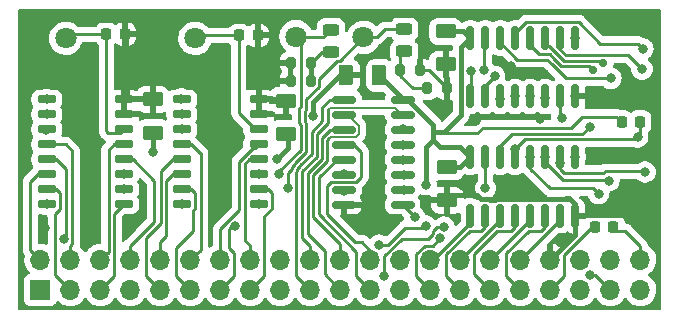
<source format=gbr>
G04 #@! TF.GenerationSoftware,KiCad,Pcbnew,6.0.11*
G04 #@! TF.CreationDate,2024-12-01T17:45:41+01:00*
G04 #@! TF.ProjectId,CCS_analog_mux-16in-18out,4343535f-616e-4616-9c6f-675f6d75782d,rev?*
G04 #@! TF.SameCoordinates,Original*
G04 #@! TF.FileFunction,Copper,L1,Top*
G04 #@! TF.FilePolarity,Positive*
%FSLAX46Y46*%
G04 Gerber Fmt 4.6, Leading zero omitted, Abs format (unit mm)*
G04 Created by KiCad (PCBNEW 6.0.11) date 2024-12-01 17:45:41*
%MOMM*%
%LPD*%
G01*
G04 APERTURE LIST*
G04 Aperture macros list*
%AMRoundRect*
0 Rectangle with rounded corners*
0 $1 Rounding radius*
0 $2 $3 $4 $5 $6 $7 $8 $9 X,Y pos of 4 corners*
0 Add a 4 corners polygon primitive as box body*
4,1,4,$2,$3,$4,$5,$6,$7,$8,$9,$2,$3,0*
0 Add four circle primitives for the rounded corners*
1,1,$1+$1,$2,$3*
1,1,$1+$1,$4,$5*
1,1,$1+$1,$6,$7*
1,1,$1+$1,$8,$9*
0 Add four rect primitives between the rounded corners*
20,1,$1+$1,$2,$3,$4,$5,0*
20,1,$1+$1,$4,$5,$6,$7,0*
20,1,$1+$1,$6,$7,$8,$9,0*
20,1,$1+$1,$8,$9,$2,$3,0*%
G04 Aperture macros list end*
G04 #@! TA.AperFunction,SMDPad,CuDef*
%ADD10RoundRect,0.200000X0.200000X0.275000X-0.200000X0.275000X-0.200000X-0.275000X0.200000X-0.275000X0*%
G04 #@! TD*
G04 #@! TA.AperFunction,SMDPad,CuDef*
%ADD11RoundRect,0.200000X-0.200000X-0.275000X0.200000X-0.275000X0.200000X0.275000X-0.200000X0.275000X0*%
G04 #@! TD*
G04 #@! TA.AperFunction,SMDPad,CuDef*
%ADD12RoundRect,0.243750X0.456250X-0.243750X0.456250X0.243750X-0.456250X0.243750X-0.456250X-0.243750X0*%
G04 #@! TD*
G04 #@! TA.AperFunction,ComponentPad*
%ADD13C,1.800000*%
G04 #@! TD*
G04 #@! TA.AperFunction,SMDPad,CuDef*
%ADD14RoundRect,0.150000X-0.825000X-0.150000X0.825000X-0.150000X0.825000X0.150000X-0.825000X0.150000X0*%
G04 #@! TD*
G04 #@! TA.AperFunction,SMDPad,CuDef*
%ADD15RoundRect,0.150000X0.150000X-0.825000X0.150000X0.825000X-0.150000X0.825000X-0.150000X-0.825000X0*%
G04 #@! TD*
G04 #@! TA.AperFunction,SMDPad,CuDef*
%ADD16RoundRect,0.250000X-0.625000X0.375000X-0.625000X-0.375000X0.625000X-0.375000X0.625000X0.375000X0*%
G04 #@! TD*
G04 #@! TA.AperFunction,ComponentPad*
%ADD17O,1.700000X1.700000*%
G04 #@! TD*
G04 #@! TA.AperFunction,ComponentPad*
%ADD18R,1.700000X1.700000*%
G04 #@! TD*
G04 #@! TA.AperFunction,SMDPad,CuDef*
%ADD19RoundRect,0.150000X0.650000X0.150000X-0.650000X0.150000X-0.650000X-0.150000X0.650000X-0.150000X0*%
G04 #@! TD*
G04 #@! TA.AperFunction,SMDPad,CuDef*
%ADD20RoundRect,0.218750X0.218750X0.256250X-0.218750X0.256250X-0.218750X-0.256250X0.218750X-0.256250X0*%
G04 #@! TD*
G04 #@! TA.AperFunction,SMDPad,CuDef*
%ADD21RoundRect,0.250000X0.375000X0.625000X-0.375000X0.625000X-0.375000X-0.625000X0.375000X-0.625000X0*%
G04 #@! TD*
G04 #@! TA.AperFunction,SMDPad,CuDef*
%ADD22RoundRect,0.250000X0.625000X-0.375000X0.625000X0.375000X-0.625000X0.375000X-0.625000X-0.375000X0*%
G04 #@! TD*
G04 #@! TA.AperFunction,ViaPad*
%ADD23C,0.800000*%
G04 #@! TD*
G04 #@! TA.AperFunction,ViaPad*
%ADD24C,0.700000*%
G04 #@! TD*
G04 #@! TA.AperFunction,Conductor*
%ADD25C,0.250000*%
G04 #@! TD*
G04 #@! TA.AperFunction,Conductor*
%ADD26C,0.400000*%
G04 #@! TD*
G04 #@! TA.AperFunction,Conductor*
%ADD27C,0.200000*%
G04 #@! TD*
G04 APERTURE END LIST*
D10*
X68345000Y-38840000D03*
X66695000Y-38840000D03*
X70635000Y-40380000D03*
X68985000Y-40380000D03*
D11*
X57455000Y-39740000D03*
X59105000Y-39740000D03*
X57455000Y-38200000D03*
X59105000Y-38200000D03*
D12*
X67030000Y-37257500D03*
X67030000Y-35382500D03*
X60840000Y-35402500D03*
X60840000Y-37277500D03*
D13*
X63590000Y-36070000D03*
X57880000Y-36000000D03*
D14*
X61945000Y-41335000D03*
X61945000Y-42605000D03*
X61945000Y-43875000D03*
X61945000Y-45145000D03*
X61945000Y-46415000D03*
X61945000Y-47685000D03*
X61945000Y-48955000D03*
X61945000Y-50225000D03*
X66895000Y-50225000D03*
X66895000Y-48955000D03*
X66895000Y-47685000D03*
X66895000Y-46415000D03*
X66895000Y-45145000D03*
X66895000Y-43875000D03*
X66895000Y-42605000D03*
X66895000Y-41335000D03*
D15*
X72615500Y-36119500D03*
X73885500Y-36119500D03*
X75155500Y-36119500D03*
X76425500Y-36119500D03*
X77695500Y-36119500D03*
X78965500Y-36119500D03*
X80235500Y-36119500D03*
X81505500Y-36119500D03*
X81505500Y-41069500D03*
X80235500Y-41069500D03*
X78965500Y-41069500D03*
X77695500Y-41069500D03*
X76425500Y-41069500D03*
X75155500Y-41069500D03*
X73885500Y-41069500D03*
X72615500Y-41069500D03*
D16*
X70540000Y-38350000D03*
X70540000Y-35550000D03*
D17*
X87030000Y-54914000D03*
X87030000Y-57454000D03*
X84490000Y-54914000D03*
X84490000Y-57454000D03*
X81950000Y-54914000D03*
X81950000Y-57454000D03*
X79410000Y-54914000D03*
X79410000Y-57454000D03*
X76870000Y-54914000D03*
X76870000Y-57454000D03*
X74330000Y-54914000D03*
X74330000Y-57454000D03*
X71790000Y-54914000D03*
X71790000Y-57454000D03*
X69250000Y-54914000D03*
X69250000Y-57454000D03*
X66710000Y-54914000D03*
X66710000Y-57454000D03*
X64170000Y-54914000D03*
X64170000Y-57454000D03*
X61630000Y-54914000D03*
X61630000Y-57454000D03*
X59090000Y-54914000D03*
X59090000Y-57454000D03*
X56550000Y-54914000D03*
X56550000Y-57454000D03*
X54010000Y-54914000D03*
X54010000Y-57454000D03*
X51470000Y-54914000D03*
X51470000Y-57454000D03*
X48930000Y-54914000D03*
X48930000Y-57454000D03*
X46390000Y-54914000D03*
X46390000Y-57454000D03*
X43850000Y-54914000D03*
X43850000Y-57454000D03*
X41310000Y-54914000D03*
X41310000Y-57454000D03*
X38770000Y-54914000D03*
X38770000Y-57454000D03*
X36230000Y-54914000D03*
D18*
X36230000Y-57454000D03*
D19*
X48220000Y-50215000D03*
X48220000Y-48945000D03*
X48220000Y-47675000D03*
X48220000Y-46405000D03*
X48220000Y-45135000D03*
X48220000Y-43865000D03*
X48220000Y-42595000D03*
X48220000Y-41325000D03*
X54720000Y-41325000D03*
X54720000Y-42595000D03*
X54720000Y-43865000D03*
X54720000Y-45135000D03*
X54720000Y-46405000D03*
X54720000Y-47675000D03*
X54720000Y-48945000D03*
X54720000Y-50215000D03*
X36790000Y-50215000D03*
X36790000Y-48945000D03*
X36790000Y-47675000D03*
X36790000Y-46405000D03*
X36790000Y-45135000D03*
X36790000Y-43865000D03*
X36790000Y-42595000D03*
X36790000Y-41325000D03*
X43290000Y-41325000D03*
X43290000Y-42595000D03*
X43290000Y-43865000D03*
X43290000Y-45135000D03*
X43290000Y-46405000D03*
X43290000Y-47675000D03*
X43290000Y-48945000D03*
X43290000Y-50215000D03*
D15*
X72615500Y-46216000D03*
X73885500Y-46216000D03*
X75155500Y-46216000D03*
X76425500Y-46216000D03*
X77695500Y-46216000D03*
X78965500Y-46216000D03*
X80235500Y-46216000D03*
X81505500Y-46216000D03*
X81505500Y-51166000D03*
X80235500Y-51166000D03*
X78965500Y-51166000D03*
X77695500Y-51166000D03*
X76425500Y-51166000D03*
X75155500Y-51166000D03*
X73885500Y-51166000D03*
X72615500Y-51166000D03*
D20*
X53044700Y-35902100D03*
X54619700Y-35902100D03*
X41817800Y-35800500D03*
X43392800Y-35800500D03*
X85442500Y-43220000D03*
X87017500Y-43220000D03*
X83181800Y-52094600D03*
X84756800Y-52094600D03*
D13*
X49323700Y-36143400D03*
X38376300Y-36143400D03*
D16*
X70670000Y-49850000D03*
X70670000Y-47050000D03*
D21*
X62140000Y-39290000D03*
X64940000Y-39290000D03*
D22*
X45755000Y-41322000D03*
X45755000Y-44122000D03*
X56990000Y-41420000D03*
X56990000Y-44220000D03*
D23*
X65390000Y-36950000D03*
X81505500Y-41069500D03*
X59340000Y-42690000D03*
X51120000Y-51040000D03*
X51930000Y-48320000D03*
X70820000Y-49860000D03*
X77370000Y-48840000D03*
X62840000Y-51580000D03*
X64400000Y-51860000D03*
X40480000Y-50320000D03*
X78690000Y-39170000D03*
X52737299Y-52077299D03*
X65120000Y-44600000D03*
X64140000Y-43060000D03*
X70270000Y-42530000D03*
X57160000Y-48810000D03*
X61928690Y-49044500D03*
X56435500Y-47610000D03*
X61928690Y-47595500D03*
X78510103Y-42975500D03*
X73110000Y-43120000D03*
X66920000Y-46440000D03*
X77695500Y-46216000D03*
X78965500Y-46216000D03*
X66980000Y-47700000D03*
X80235500Y-46744500D03*
X67030000Y-48960000D03*
X66895000Y-45145000D03*
X76410000Y-45530000D03*
X81505500Y-46216000D03*
X68860000Y-52030000D03*
X64912400Y-53664500D03*
X65350000Y-56250000D03*
X70423009Y-52123229D03*
X80379234Y-42916153D03*
X70096845Y-53075383D03*
X67914148Y-51245852D03*
X82750000Y-56190000D03*
X66912000Y-43865000D03*
X51724000Y-43865000D03*
X40294000Y-43865000D03*
X35341000Y-37642000D03*
X43590000Y-37724200D03*
X54720000Y-37729700D03*
X86265999Y-51104000D03*
X86354997Y-41009403D03*
X87366200Y-35241700D03*
X36611000Y-52247000D03*
X43596000Y-51993000D03*
X76108000Y-38531000D03*
X68881700Y-48541700D03*
X45780400Y-45770000D03*
X56295480Y-46360001D03*
X48220000Y-50215000D03*
X36790000Y-50215000D03*
X87170000Y-38750000D03*
X87424500Y-47460000D03*
X83504001Y-49298426D03*
D24*
X83054900Y-38848500D03*
D23*
X84529200Y-39535401D03*
X84360000Y-48200000D03*
D24*
X83905800Y-38277000D03*
D23*
X54720000Y-50215000D03*
X43290000Y-48945000D03*
X38205500Y-53136000D03*
X73822000Y-38860100D03*
X36750700Y-43877700D03*
X82751376Y-43628006D03*
X81505500Y-36119500D03*
X78965500Y-41185300D03*
X77695500Y-41069500D03*
X48155300Y-41286900D03*
X76425500Y-41069500D03*
X48220000Y-42595000D03*
X75155500Y-41271089D03*
X48256900Y-43826900D03*
X74682433Y-39369667D03*
X36776100Y-41325000D03*
X72679000Y-38921069D03*
X36790000Y-42595000D03*
X73920000Y-48820000D03*
X43290000Y-47675000D03*
X54720000Y-47675000D03*
X87238673Y-37031101D03*
X86805500Y-44485298D03*
D25*
X60840000Y-35402500D02*
X60172500Y-36070000D01*
X60172500Y-36070000D02*
X57880000Y-36070000D01*
X58290000Y-41933173D02*
X58140000Y-42083173D01*
X57880000Y-36070000D02*
X58290000Y-36480000D01*
X58290000Y-36480000D02*
X58290000Y-41933173D01*
X58140000Y-42083173D02*
X58140000Y-43356827D01*
X58140000Y-43356827D02*
X58270000Y-43486827D01*
X58270000Y-43486827D02*
X58270000Y-45581550D01*
X58270000Y-45581550D02*
X56435500Y-47416050D01*
X56435500Y-47416050D02*
X56435500Y-47610000D01*
X58739501Y-41322961D02*
X58739501Y-42119362D01*
X58719501Y-42219362D02*
X58609501Y-42329362D01*
X58739501Y-45747739D02*
X57749501Y-46737739D01*
X61570000Y-38090000D02*
X61350000Y-38090000D01*
X57749501Y-46776189D02*
X57510474Y-47015216D01*
X58719501Y-42139362D02*
X58719501Y-42219362D01*
X63590000Y-36070000D02*
X61570000Y-38090000D01*
X59830000Y-39610000D02*
X59830000Y-40232462D01*
X58739501Y-43320638D02*
X58739501Y-45747739D01*
X58739501Y-42119362D02*
X58719501Y-42139362D01*
X57510474Y-47015216D02*
X57510474Y-47170716D01*
X61350000Y-38090000D02*
X59830000Y-39610000D01*
X59830000Y-40232462D02*
X58739501Y-41322961D01*
X57749501Y-46737739D02*
X57749501Y-46776189D01*
X58609501Y-42329362D02*
X58609501Y-43190638D01*
X58609501Y-43190638D02*
X58739501Y-43320638D01*
X57510474Y-47170716D02*
X57160000Y-47521190D01*
X57160000Y-47521190D02*
X57160000Y-48810000D01*
X80235500Y-47191000D02*
X80580000Y-47535500D01*
X83939902Y-47535500D02*
X84059902Y-47415500D01*
X80235500Y-46744500D02*
X80235500Y-47191000D01*
X80580000Y-47535500D02*
X83939902Y-47535500D01*
X84059902Y-47415500D02*
X87380000Y-47415500D01*
X87380000Y-47415500D02*
X87424500Y-47460000D01*
X54720000Y-43865000D02*
X54405000Y-43865000D01*
X54405000Y-43865000D02*
X53044700Y-42504700D01*
X53044700Y-42504700D02*
X53044700Y-35902100D01*
D26*
X59340000Y-42690000D02*
X59340000Y-41550000D01*
X59340000Y-41550000D02*
X61600000Y-39290000D01*
X61600000Y-39290000D02*
X62140000Y-39290000D01*
D25*
X57891497Y-47425383D02*
X57891497Y-56255497D01*
X57891497Y-56255497D02*
X59090000Y-57454000D01*
X57959975Y-47356905D02*
X57891497Y-47425383D01*
X57959975Y-47201405D02*
X57959975Y-47356905D01*
X58199002Y-46932378D02*
X58199002Y-46962378D01*
X59189002Y-45933928D02*
X58219002Y-46903928D01*
X58219002Y-46903928D02*
X58219002Y-46912378D01*
X58199002Y-46962378D02*
X57959975Y-47201405D01*
X60100000Y-41980000D02*
X60100000Y-43170000D01*
X60745000Y-41335000D02*
X60100000Y-41980000D01*
X58219002Y-46912378D02*
X58199002Y-46932378D01*
X59189002Y-44080998D02*
X59189002Y-45933928D01*
X60100000Y-43170000D02*
X59189002Y-44080998D01*
X61945000Y-41335000D02*
X60745000Y-41335000D01*
X59638503Y-44267187D02*
X60549501Y-43356189D01*
X59638503Y-46158567D02*
X59638503Y-44267187D01*
X60549501Y-43356189D02*
X60549501Y-43350499D01*
X59090000Y-54914000D02*
X59090000Y-53711919D01*
X58409476Y-53031395D02*
X58409476Y-47387594D01*
X58409476Y-47387594D02*
X59638503Y-46158567D01*
X59090000Y-53711919D02*
X58409476Y-53031395D01*
X60550000Y-43350000D02*
X60550000Y-42180000D01*
X60549501Y-43350499D02*
X60550000Y-43350000D01*
D26*
X66895000Y-41335000D02*
X66895000Y-41245000D01*
X66895000Y-41245000D02*
X64940000Y-39290000D01*
D25*
X66695000Y-38840000D02*
X66695000Y-37592500D01*
X66695000Y-37592500D02*
X67030000Y-37257500D01*
X70635000Y-40380000D02*
X69095000Y-38840000D01*
X69095000Y-38840000D02*
X68345000Y-38840000D01*
X68985000Y-40380000D02*
X67770000Y-40380000D01*
X66695000Y-39305000D02*
X66695000Y-38840000D01*
X67770000Y-40380000D02*
X66695000Y-39305000D01*
X63590000Y-36070000D02*
X64710000Y-36070000D01*
X64710000Y-36070000D02*
X65397500Y-35382500D01*
X65397500Y-35382500D02*
X67030000Y-35382500D01*
X60840000Y-37277500D02*
X60077500Y-37277500D01*
X60077500Y-37277500D02*
X59115000Y-38240000D01*
D26*
X59115000Y-39690000D02*
X59115000Y-38240000D01*
X69504000Y-44119000D02*
X70379000Y-44119000D01*
X70379000Y-44119000D02*
X71840000Y-42658000D01*
X71840000Y-42658000D02*
X71840000Y-36895000D01*
X71840000Y-36895000D02*
X72615500Y-36119500D01*
D25*
X87238673Y-37031101D02*
X86797572Y-36590000D01*
X86797572Y-36590000D02*
X83622768Y-36590000D01*
X83622768Y-36590000D02*
X81829968Y-34797200D01*
X81829968Y-34797200D02*
X77371032Y-34797200D01*
X77371032Y-34797200D02*
X76439700Y-35728532D01*
X76439700Y-35728532D02*
X76439700Y-36119500D01*
X76439700Y-36119500D02*
X76425500Y-36119500D01*
X87170000Y-38750000D02*
X85998500Y-37578500D01*
X85998500Y-37578500D02*
X80719500Y-37578500D01*
X80719500Y-37578500D02*
X80235500Y-37094500D01*
X80235500Y-37094500D02*
X80235500Y-36119500D01*
X68860000Y-52030000D02*
X68700000Y-52190000D01*
X67136609Y-52190000D02*
X65662109Y-53664500D01*
X65662109Y-53664500D02*
X64912400Y-53664500D01*
X68700000Y-52190000D02*
X67136609Y-52190000D01*
X37590000Y-48945000D02*
X36790000Y-48945000D01*
X37590000Y-46405000D02*
X38365021Y-47180021D01*
X37481000Y-56165000D02*
X37481000Y-50995768D01*
X37915010Y-50561758D02*
X37915010Y-49270010D01*
X36790000Y-46405000D02*
X37590000Y-46405000D01*
X38365021Y-47180021D02*
X38365021Y-52976479D01*
X38930000Y-45676000D02*
X38389000Y-45135000D01*
X38365021Y-52976479D02*
X38205500Y-53136000D01*
X38770000Y-57454000D02*
X37481000Y-56165000D01*
X38389000Y-45135000D02*
X36790000Y-45135000D01*
X37915010Y-49270010D02*
X37590000Y-48945000D01*
X37481000Y-50995768D02*
X37915010Y-50561758D01*
X38770000Y-53711919D02*
X38930000Y-53551919D01*
X38770000Y-54914000D02*
X38770000Y-53711919D01*
X38930000Y-53551919D02*
X38930000Y-45676000D01*
X41310000Y-54914000D02*
X42020000Y-54204000D01*
X42020000Y-54204000D02*
X42020000Y-45605000D01*
X42020000Y-45605000D02*
X42490000Y-45135000D01*
X42490000Y-45135000D02*
X43290000Y-45135000D01*
D26*
X81567500Y-51104000D02*
X86265999Y-51104000D01*
X81505500Y-51166000D02*
X81567500Y-51104000D01*
D25*
X86581796Y-44709002D02*
X86805500Y-44485298D01*
X87017500Y-44273298D02*
X86805500Y-44485298D01*
X77230998Y-44709002D02*
X86581796Y-44709002D01*
X87017500Y-43220000D02*
X87017500Y-44273298D01*
X76410000Y-45530000D02*
X77230998Y-44709002D01*
X53070000Y-46583249D02*
X53070000Y-50720000D01*
X54720000Y-45135000D02*
X54420000Y-45435000D01*
X51470000Y-52320000D02*
X51470000Y-54914000D01*
X54420000Y-45435000D02*
X54218249Y-45435000D01*
X53070000Y-50720000D02*
X51470000Y-52320000D01*
X54218249Y-45435000D02*
X53070000Y-46583249D01*
D26*
X57237587Y-45417894D02*
X56295480Y-46360001D01*
X57237587Y-44180713D02*
X57237587Y-45417894D01*
D25*
X59308478Y-51238478D02*
X59308478Y-47759972D01*
X60537505Y-44762495D02*
X60710000Y-44590000D01*
X61630000Y-54914000D02*
X61630000Y-53560000D01*
X58858977Y-52678977D02*
X60310000Y-54130000D01*
X60537505Y-46530945D02*
X60537505Y-44762495D01*
X60310000Y-56134000D02*
X61630000Y-57454000D01*
X58858977Y-47573783D02*
X58858977Y-52678977D01*
X60789310Y-43875000D02*
X60088004Y-44576306D01*
X60088004Y-46344756D02*
X58858977Y-47573783D01*
X60310000Y-54130000D02*
X60310000Y-56134000D01*
X60088004Y-44576306D02*
X60088004Y-46344756D01*
X61630000Y-53560000D02*
X59308478Y-51238478D01*
X59308478Y-47759972D02*
X60537505Y-46530945D01*
X61945000Y-43875000D02*
X60789310Y-43875000D01*
D26*
X70820000Y-47060000D02*
X71771500Y-47060000D01*
X71771500Y-47060000D02*
X72615500Y-46216000D01*
X81505500Y-51166000D02*
X81505500Y-50191000D01*
X81505500Y-50191000D02*
X81105500Y-49791000D01*
X81105500Y-49791000D02*
X74777683Y-49791000D01*
X74777683Y-49791000D02*
X74758683Y-49810000D01*
X74758683Y-49810000D02*
X74282317Y-49810000D01*
X74263317Y-49791000D02*
X73541000Y-49791000D01*
X73180000Y-49430000D02*
X71250000Y-49430000D01*
X74282317Y-49810000D02*
X74263317Y-49791000D01*
X73541000Y-49791000D02*
X73180000Y-49430000D01*
X71250000Y-49430000D02*
X70820000Y-49860000D01*
X68881700Y-45366300D02*
X68881700Y-48541700D01*
X69504000Y-44744000D02*
X68881700Y-45366300D01*
X70240000Y-35540000D02*
X72036000Y-35540000D01*
X72036000Y-35540000D02*
X72615500Y-36119500D01*
D25*
X73200000Y-44200000D02*
X69585000Y-44200000D01*
X73700000Y-43700000D02*
X73200000Y-44200000D01*
X80235500Y-41069500D02*
X80235500Y-42772419D01*
X82119881Y-44259501D02*
X82751376Y-43628006D01*
X75155500Y-46216000D02*
X75155500Y-45241000D01*
X80235500Y-42772419D02*
X80379234Y-42916153D01*
X76136999Y-44259501D02*
X82119881Y-44259501D01*
X75155500Y-45241000D02*
X76136999Y-44259501D01*
X85442500Y-43220000D02*
X85002500Y-42780000D01*
X85002500Y-42780000D02*
X82060000Y-42780000D01*
X82060000Y-42780000D02*
X81140000Y-43700000D01*
X81140000Y-43700000D02*
X73700000Y-43700000D01*
X69585000Y-44200000D02*
X69504000Y-44119000D01*
D27*
X60725000Y-42005000D02*
X60550000Y-42180000D01*
X66295000Y-42005000D02*
X60725000Y-42005000D01*
X66895000Y-42605000D02*
X66295000Y-42005000D01*
D25*
X52520000Y-51980000D02*
X52232000Y-52268000D01*
X52645001Y-54349999D02*
X52645001Y-56278999D01*
X52232000Y-52268000D02*
X52232000Y-53936998D01*
X52645001Y-56278999D02*
X51470000Y-57454000D01*
X52232000Y-53936998D02*
X52645001Y-54349999D01*
X54010000Y-54914000D02*
X54010000Y-53711919D01*
X54010000Y-53711919D02*
X53520000Y-53221919D01*
X53520000Y-53221919D02*
X53520000Y-46805000D01*
X53520000Y-46805000D02*
X53920000Y-46405000D01*
X53920000Y-46405000D02*
X54720000Y-46405000D01*
X80346915Y-38478001D02*
X79737915Y-37869001D01*
X79265500Y-36796268D02*
X79265517Y-36796268D01*
X79265517Y-36796268D02*
X79888749Y-37419500D01*
X78466189Y-37510499D02*
X77695500Y-36739810D01*
X79888749Y-37419500D02*
X79924104Y-37419500D01*
X79924104Y-37419500D02*
X80533104Y-38028500D01*
X83746200Y-38028500D02*
X83905800Y-38188100D01*
X83054900Y-38810400D02*
X82722501Y-38478001D01*
X82722501Y-38478001D02*
X80346915Y-38478001D01*
X80533104Y-38028500D02*
X83746200Y-38028500D01*
X79737915Y-37869001D02*
X79702560Y-37869001D01*
X79344058Y-37510499D02*
X78466189Y-37510499D01*
X77695500Y-36739810D02*
X77695500Y-36119500D01*
X79702560Y-37869001D02*
X79344058Y-37510499D01*
X80768625Y-39535401D02*
X84529200Y-39535401D01*
X75155500Y-36119500D02*
X75155500Y-36496268D01*
X75155500Y-36496268D02*
X76619232Y-37960000D01*
X76619232Y-37960000D02*
X79157869Y-37960000D01*
X79157869Y-37960000D02*
X79516371Y-38318502D01*
X79516371Y-38318502D02*
X79551726Y-38318502D01*
X79551726Y-38318502D02*
X80768625Y-39535401D01*
X61945000Y-45145000D02*
X62795000Y-45145000D01*
X62795000Y-45145000D02*
X63400000Y-45750000D01*
X63400000Y-45750000D02*
X63400000Y-47876751D01*
X63400000Y-47876751D02*
X62956751Y-48320000D01*
X60500000Y-48620000D02*
X60500000Y-51000000D01*
X63440000Y-53400000D02*
X64170000Y-54130000D01*
X62956751Y-48320000D02*
X60800000Y-48320000D01*
X60800000Y-48320000D02*
X60500000Y-48620000D01*
X60500000Y-51000000D02*
X62900000Y-53400000D01*
X62900000Y-53400000D02*
X63440000Y-53400000D01*
X64170000Y-54130000D02*
X64170000Y-54914000D01*
X61945000Y-46415000D02*
X61305000Y-46415000D01*
X62995000Y-54215000D02*
X62995000Y-56279000D01*
X61305000Y-46415000D02*
X59810000Y-47910000D01*
X59810000Y-47910000D02*
X59810000Y-51030000D01*
X59810000Y-51030000D02*
X62995000Y-54215000D01*
X62995000Y-56279000D02*
X64170000Y-57454000D01*
D27*
X61945000Y-42605000D02*
X62286396Y-42605000D01*
X62286396Y-42605000D02*
X63220000Y-43538604D01*
X63220000Y-43538604D02*
X63220000Y-44211396D01*
X63220000Y-44211396D02*
X62956396Y-44475000D01*
X62956396Y-44475000D02*
X60825000Y-44475000D01*
X60825000Y-44475000D02*
X60710000Y-44590000D01*
D25*
X73920000Y-48820000D02*
X73920000Y-46250500D01*
X73920000Y-46250500D02*
X73885500Y-46216000D01*
X83056428Y-48850853D02*
X83504001Y-49298426D01*
X77695500Y-46216000D02*
X77695500Y-47191000D01*
X79355353Y-48850853D02*
X83056428Y-48850853D01*
X77695500Y-47191000D02*
X79355353Y-48850853D01*
X78965500Y-46216000D02*
X79055900Y-46216000D01*
X79055900Y-46683168D02*
X80499085Y-48126353D01*
X84286353Y-48126353D02*
X84360000Y-48200000D01*
X79055900Y-46216000D02*
X79055900Y-46683168D01*
X80499085Y-48126353D02*
X84286353Y-48126353D01*
X80235500Y-46216000D02*
X80235500Y-46744500D01*
X66895000Y-50226704D02*
X67914148Y-51245852D01*
X66895000Y-50225000D02*
X66895000Y-50226704D01*
D26*
X72615500Y-46216000D02*
X71719500Y-45320000D01*
X71719500Y-45320000D02*
X70080000Y-45320000D01*
X70080000Y-45320000D02*
X69504000Y-44744000D01*
D25*
X69126189Y-53019501D02*
X69166189Y-53019501D01*
X69250000Y-57454000D02*
X68075000Y-56279000D01*
X68075000Y-56279000D02*
X68075000Y-54420690D01*
X69842461Y-52123229D02*
X70423009Y-52123229D01*
X69479501Y-52486189D02*
X69842461Y-52123229D01*
X69459501Y-52716189D02*
X69479501Y-52696189D01*
X65350000Y-56250000D02*
X65350000Y-54612299D01*
X69483226Y-53689002D02*
X70096845Y-53075383D01*
X68806688Y-53689002D02*
X69483226Y-53689002D01*
X66862798Y-53099501D02*
X69046189Y-53099501D01*
X68075000Y-54420690D02*
X68806688Y-53689002D01*
X69046189Y-53099501D02*
X69126189Y-53019501D01*
X69166189Y-53019501D02*
X69459501Y-52726189D01*
X69459501Y-52726189D02*
X69459501Y-52716189D01*
X69479501Y-52696189D02*
X69479501Y-52486189D01*
X65350000Y-54612299D02*
X66862798Y-53099501D01*
X72576289Y-52466010D02*
X73560490Y-52466010D01*
X73560490Y-52466010D02*
X73885500Y-52141000D01*
X70614999Y-56278999D02*
X70614999Y-54427300D01*
X70614999Y-54427300D02*
X72576289Y-52466010D01*
X72615500Y-51791109D02*
X72615500Y-51166000D01*
X69492609Y-54914000D02*
X72615500Y-51791109D01*
X71790000Y-57454000D02*
X70614999Y-56278999D01*
X73885500Y-52141000D02*
X73885500Y-51166000D01*
X69250000Y-54914000D02*
X69492609Y-54914000D01*
X82750000Y-56190000D02*
X83226000Y-56190000D01*
X83226000Y-56190000D02*
X84490000Y-57454000D01*
D26*
X69504000Y-44119000D02*
X69504000Y-43461183D01*
X69504000Y-43461183D02*
X67377817Y-41335000D01*
X67377817Y-41335000D02*
X66895000Y-41335000D01*
X81505500Y-52818500D02*
X81505500Y-51166000D01*
X79410000Y-54914000D02*
X81505500Y-52818500D01*
X54720000Y-41325000D02*
X54911700Y-41325000D01*
X57439000Y-41325000D02*
X54911700Y-41325000D01*
X45755000Y-41322000D02*
X43293000Y-41322000D01*
X43290000Y-41325000D02*
X43293000Y-41322000D01*
X43290000Y-42595000D02*
X43290000Y-41325000D01*
X54720000Y-42595000D02*
X54720000Y-41325000D01*
X43590000Y-41025000D02*
X43590000Y-37724200D01*
X43290000Y-41325000D02*
X43590000Y-41025000D01*
X54720000Y-42595000D02*
X54720000Y-37729700D01*
X66912000Y-42595000D02*
X67091000Y-42595000D01*
X67091000Y-42595000D02*
X67027500Y-42531500D01*
D25*
X43590000Y-35997700D02*
X43392800Y-35800500D01*
X43590000Y-37724200D02*
X43590000Y-35997700D01*
X54720000Y-36002400D02*
X54619700Y-35902100D01*
X54720000Y-37729700D02*
X54720000Y-36002400D01*
D26*
X86294900Y-41069500D02*
X86354997Y-41009403D01*
X81505500Y-41069500D02*
X86294900Y-41069500D01*
X69504000Y-44744000D02*
X69504000Y-44119000D01*
X45755000Y-44122000D02*
X45834200Y-44122000D01*
X45780400Y-44175800D02*
X45780400Y-45770000D01*
X45834200Y-44122000D02*
X45780400Y-44175800D01*
D25*
X80259999Y-56604001D02*
X79410000Y-57454000D01*
X80585001Y-56278999D02*
X80259999Y-56604001D01*
X80585001Y-54481475D02*
X80585001Y-56278999D01*
X82971876Y-52094600D02*
X80585001Y-54481475D01*
X83181800Y-52094600D02*
X82971876Y-52094600D01*
X87030000Y-53711919D02*
X87030000Y-54914000D01*
X85767180Y-52449099D02*
X87030000Y-53711919D01*
X84992899Y-52449099D02*
X85767180Y-52449099D01*
X84756800Y-52213000D02*
X84992899Y-52449099D01*
X84756800Y-52094600D02*
X84756800Y-52213000D01*
X80235500Y-51548500D02*
X80235500Y-51166000D01*
X76870000Y-54914000D02*
X80235500Y-51548500D01*
X78965500Y-52141000D02*
X78965500Y-51166000D01*
X78640490Y-52466010D02*
X78965500Y-52141000D01*
X77578988Y-52466010D02*
X78640490Y-52466010D01*
X75694999Y-54349999D02*
X77578988Y-52466010D01*
X75694999Y-56278999D02*
X75694999Y-54349999D01*
X76870000Y-57454000D02*
X75694999Y-56278999D01*
X77695500Y-51548500D02*
X77695500Y-51166000D01*
X74330000Y-54914000D02*
X77695500Y-51548500D01*
X76425500Y-52141000D02*
X76425500Y-51166000D01*
X76100490Y-52466010D02*
X76425500Y-52141000D01*
X74874400Y-52466010D02*
X76100490Y-52466010D01*
X72965001Y-54375409D02*
X74874400Y-52466010D01*
X72965001Y-56089001D02*
X72965001Y-54375409D01*
X74330000Y-57454000D02*
X72965001Y-56089001D01*
X75155500Y-51548500D02*
X75155500Y-51166000D01*
X71790000Y-54914000D02*
X75155500Y-51548500D01*
X55845010Y-50561758D02*
X55845010Y-49270010D01*
X55185001Y-51221767D02*
X55845010Y-50561758D01*
X55845010Y-49270010D02*
X55520000Y-48945000D01*
X55185001Y-56278999D02*
X55185001Y-51221767D01*
X55520000Y-48945000D02*
X54720000Y-48945000D01*
X54010000Y-57454000D02*
X55185001Y-56278999D01*
X49020000Y-45135000D02*
X48220000Y-45135000D01*
X49795020Y-45873020D02*
X49692000Y-45770000D01*
X49795020Y-54048980D02*
X49795020Y-45873020D01*
X48930000Y-54914000D02*
X49795020Y-54048980D01*
X49692000Y-45770000D02*
X49020000Y-45135000D01*
X49779999Y-45894999D02*
X49692000Y-45770000D01*
X49345010Y-49270010D02*
X49020000Y-48945000D01*
X49345010Y-50561758D02*
X49345010Y-49270010D01*
X49184000Y-50722768D02*
X49345010Y-50561758D01*
X49184000Y-52501000D02*
X49184000Y-50722768D01*
X47754999Y-53930001D02*
X49184000Y-52501000D01*
X49020000Y-48945000D02*
X48220000Y-48945000D01*
X47754999Y-56278999D02*
X47754999Y-53930001D01*
X48930000Y-57454000D02*
X47754999Y-56278999D01*
X46390000Y-54914000D02*
X46390000Y-53390000D01*
X46390000Y-53390000D02*
X46898000Y-52882000D01*
X47420000Y-47675000D02*
X48220000Y-47675000D01*
X46898000Y-48197000D02*
X47420000Y-47675000D01*
X46898000Y-52882000D02*
X46898000Y-48197000D01*
X47420000Y-46405000D02*
X48220000Y-46405000D01*
X46447990Y-47377010D02*
X47420000Y-46405000D01*
X46447990Y-51808010D02*
X46447990Y-47377010D01*
X45214999Y-53041001D02*
X46447990Y-51808010D01*
X45214999Y-56278999D02*
X45214999Y-53041001D01*
X46390000Y-57454000D02*
X45214999Y-56278999D01*
X44090000Y-46405000D02*
X43290000Y-46405000D01*
X45882000Y-48197000D02*
X44090000Y-46405000D01*
X45882000Y-51679919D02*
X45882000Y-48197000D01*
X43850000Y-53711919D02*
X45882000Y-51679919D01*
X43850000Y-54914000D02*
X43850000Y-53711919D01*
X42990000Y-50515000D02*
X43290000Y-50215000D01*
X42485001Y-51019999D02*
X42990000Y-50515000D01*
X42485001Y-56278999D02*
X42485001Y-51019999D01*
X41310000Y-57454000D02*
X42485001Y-56278999D01*
X35990000Y-47675000D02*
X36790000Y-47675000D01*
X35380001Y-48284999D02*
X35990000Y-47675000D01*
X35380001Y-54064001D02*
X35380001Y-48284999D01*
X36230000Y-54914000D02*
X35380001Y-54064001D01*
X41817800Y-36275500D02*
X41817800Y-35800500D01*
X41817800Y-44004500D02*
X41817800Y-36275500D01*
X41978300Y-44165000D02*
X41817800Y-44004500D01*
X42990000Y-44165000D02*
X41978300Y-44165000D01*
X43290000Y-43865000D02*
X42990000Y-44165000D01*
X38719200Y-35800500D02*
X38376300Y-36143400D01*
X41817800Y-35800500D02*
X38719200Y-35800500D01*
X49565000Y-35902100D02*
X49323700Y-36143400D01*
X53044700Y-35902100D02*
X49565000Y-35902100D01*
X36790000Y-43865000D02*
X36790000Y-43800300D01*
X36790000Y-43800300D02*
X36816600Y-43826900D01*
X73822000Y-36183000D02*
X73885500Y-36119500D01*
X73822000Y-38860100D02*
X73822000Y-36183000D01*
X78990900Y-41094900D02*
X78965500Y-41069500D01*
X36790000Y-41325000D02*
X36790000Y-41313500D01*
X36790000Y-41313500D02*
X36801500Y-41325000D01*
X73885500Y-40166600D02*
X73885500Y-41069500D01*
X74682433Y-39369667D02*
X73885500Y-40166600D01*
X72679000Y-41006000D02*
X72615500Y-41069500D01*
X72679000Y-38921069D02*
X72679000Y-41006000D01*
G04 #@! TA.AperFunction,Conductor*
G36*
X88733621Y-33678502D02*
G01*
X88780114Y-33732158D01*
X88791500Y-33784500D01*
X88791500Y-59015500D01*
X88771498Y-59083621D01*
X88717842Y-59130114D01*
X88665500Y-59141500D01*
X34434500Y-59141500D01*
X34366379Y-59121498D01*
X34319886Y-59067842D01*
X34308500Y-59015500D01*
X34308500Y-48264942D01*
X34741781Y-48264942D01*
X34742527Y-48272834D01*
X34745942Y-48308960D01*
X34746501Y-48320818D01*
X34746501Y-53985234D01*
X34745974Y-53996417D01*
X34744299Y-54003910D01*
X34744548Y-54011836D01*
X34744548Y-54011837D01*
X34746439Y-54071987D01*
X34746501Y-54075946D01*
X34746501Y-54103857D01*
X34746998Y-54107791D01*
X34746998Y-54107792D01*
X34747006Y-54107857D01*
X34747939Y-54119694D01*
X34749328Y-54163890D01*
X34754979Y-54183340D01*
X34758988Y-54202701D01*
X34761527Y-54222798D01*
X34764446Y-54230169D01*
X34764446Y-54230171D01*
X34777805Y-54263913D01*
X34781650Y-54275143D01*
X34793983Y-54317594D01*
X34798016Y-54324413D01*
X34798018Y-54324418D01*
X34804294Y-54335029D01*
X34812989Y-54352777D01*
X34820449Y-54371618D01*
X34825111Y-54378034D01*
X34825111Y-54378035D01*
X34846437Y-54407388D01*
X34852953Y-54417308D01*
X34875459Y-54455363D01*
X34881069Y-54460973D01*
X34885922Y-54467229D01*
X34884501Y-54468332D01*
X34913803Y-54521993D01*
X34912100Y-54582446D01*
X34890989Y-54658570D01*
X34867251Y-54880695D01*
X34867548Y-54885848D01*
X34867548Y-54885851D01*
X34873011Y-54980590D01*
X34880110Y-55103715D01*
X34881247Y-55108761D01*
X34881248Y-55108767D01*
X34892031Y-55156614D01*
X34929222Y-55321639D01*
X35013266Y-55528616D01*
X35064019Y-55611438D01*
X35127291Y-55714688D01*
X35129987Y-55719088D01*
X35276250Y-55887938D01*
X35280230Y-55891242D01*
X35284981Y-55895187D01*
X35324616Y-55954090D01*
X35326113Y-56025071D01*
X35288997Y-56085593D01*
X35248725Y-56110112D01*
X35201129Y-56127955D01*
X35133295Y-56153385D01*
X35016739Y-56240739D01*
X34929385Y-56357295D01*
X34878255Y-56493684D01*
X34871500Y-56555866D01*
X34871500Y-58352134D01*
X34878255Y-58414316D01*
X34929385Y-58550705D01*
X35016739Y-58667261D01*
X35133295Y-58754615D01*
X35269684Y-58805745D01*
X35331866Y-58812500D01*
X37128134Y-58812500D01*
X37190316Y-58805745D01*
X37326705Y-58754615D01*
X37443261Y-58667261D01*
X37530615Y-58550705D01*
X37552799Y-58491529D01*
X37574598Y-58433382D01*
X37617240Y-58376618D01*
X37683802Y-58351918D01*
X37753150Y-58367126D01*
X37787817Y-58395114D01*
X37816250Y-58427938D01*
X37988126Y-58570632D01*
X38181000Y-58683338D01*
X38389692Y-58763030D01*
X38394760Y-58764061D01*
X38394763Y-58764062D01*
X38502017Y-58785883D01*
X38608597Y-58807567D01*
X38613772Y-58807757D01*
X38613774Y-58807757D01*
X38826673Y-58815564D01*
X38826677Y-58815564D01*
X38831837Y-58815753D01*
X38836957Y-58815097D01*
X38836959Y-58815097D01*
X39048288Y-58788025D01*
X39048289Y-58788025D01*
X39053416Y-58787368D01*
X39058366Y-58785883D01*
X39262429Y-58724661D01*
X39262434Y-58724659D01*
X39267384Y-58723174D01*
X39467994Y-58624896D01*
X39649860Y-58495173D01*
X39808096Y-58337489D01*
X39938453Y-58156077D01*
X39939776Y-58157028D01*
X39986645Y-58113857D01*
X40056580Y-58101625D01*
X40122026Y-58129144D01*
X40149875Y-58160994D01*
X40209987Y-58259088D01*
X40356250Y-58427938D01*
X40528126Y-58570632D01*
X40721000Y-58683338D01*
X40929692Y-58763030D01*
X40934760Y-58764061D01*
X40934763Y-58764062D01*
X41042017Y-58785883D01*
X41148597Y-58807567D01*
X41153772Y-58807757D01*
X41153774Y-58807757D01*
X41366673Y-58815564D01*
X41366677Y-58815564D01*
X41371837Y-58815753D01*
X41376957Y-58815097D01*
X41376959Y-58815097D01*
X41588288Y-58788025D01*
X41588289Y-58788025D01*
X41593416Y-58787368D01*
X41598366Y-58785883D01*
X41802429Y-58724661D01*
X41802434Y-58724659D01*
X41807384Y-58723174D01*
X42007994Y-58624896D01*
X42189860Y-58495173D01*
X42348096Y-58337489D01*
X42478453Y-58156077D01*
X42479776Y-58157028D01*
X42526645Y-58113857D01*
X42596580Y-58101625D01*
X42662026Y-58129144D01*
X42689875Y-58160994D01*
X42749987Y-58259088D01*
X42896250Y-58427938D01*
X43068126Y-58570632D01*
X43261000Y-58683338D01*
X43469692Y-58763030D01*
X43474760Y-58764061D01*
X43474763Y-58764062D01*
X43582017Y-58785883D01*
X43688597Y-58807567D01*
X43693772Y-58807757D01*
X43693774Y-58807757D01*
X43906673Y-58815564D01*
X43906677Y-58815564D01*
X43911837Y-58815753D01*
X43916957Y-58815097D01*
X43916959Y-58815097D01*
X44128288Y-58788025D01*
X44128289Y-58788025D01*
X44133416Y-58787368D01*
X44138366Y-58785883D01*
X44342429Y-58724661D01*
X44342434Y-58724659D01*
X44347384Y-58723174D01*
X44547994Y-58624896D01*
X44729860Y-58495173D01*
X44888096Y-58337489D01*
X45018453Y-58156077D01*
X45019776Y-58157028D01*
X45066645Y-58113857D01*
X45136580Y-58101625D01*
X45202026Y-58129144D01*
X45229875Y-58160994D01*
X45289987Y-58259088D01*
X45436250Y-58427938D01*
X45608126Y-58570632D01*
X45801000Y-58683338D01*
X46009692Y-58763030D01*
X46014760Y-58764061D01*
X46014763Y-58764062D01*
X46122017Y-58785883D01*
X46228597Y-58807567D01*
X46233772Y-58807757D01*
X46233774Y-58807757D01*
X46446673Y-58815564D01*
X46446677Y-58815564D01*
X46451837Y-58815753D01*
X46456957Y-58815097D01*
X46456959Y-58815097D01*
X46668288Y-58788025D01*
X46668289Y-58788025D01*
X46673416Y-58787368D01*
X46678366Y-58785883D01*
X46882429Y-58724661D01*
X46882434Y-58724659D01*
X46887384Y-58723174D01*
X47087994Y-58624896D01*
X47269860Y-58495173D01*
X47428096Y-58337489D01*
X47558453Y-58156077D01*
X47559776Y-58157028D01*
X47606645Y-58113857D01*
X47676580Y-58101625D01*
X47742026Y-58129144D01*
X47769875Y-58160994D01*
X47829987Y-58259088D01*
X47976250Y-58427938D01*
X48148126Y-58570632D01*
X48341000Y-58683338D01*
X48549692Y-58763030D01*
X48554760Y-58764061D01*
X48554763Y-58764062D01*
X48662017Y-58785883D01*
X48768597Y-58807567D01*
X48773772Y-58807757D01*
X48773774Y-58807757D01*
X48986673Y-58815564D01*
X48986677Y-58815564D01*
X48991837Y-58815753D01*
X48996957Y-58815097D01*
X48996959Y-58815097D01*
X49208288Y-58788025D01*
X49208289Y-58788025D01*
X49213416Y-58787368D01*
X49218366Y-58785883D01*
X49422429Y-58724661D01*
X49422434Y-58724659D01*
X49427384Y-58723174D01*
X49627994Y-58624896D01*
X49809860Y-58495173D01*
X49968096Y-58337489D01*
X50098453Y-58156077D01*
X50099776Y-58157028D01*
X50146645Y-58113857D01*
X50216580Y-58101625D01*
X50282026Y-58129144D01*
X50309875Y-58160994D01*
X50369987Y-58259088D01*
X50516250Y-58427938D01*
X50688126Y-58570632D01*
X50881000Y-58683338D01*
X51089692Y-58763030D01*
X51094760Y-58764061D01*
X51094763Y-58764062D01*
X51202017Y-58785883D01*
X51308597Y-58807567D01*
X51313772Y-58807757D01*
X51313774Y-58807757D01*
X51526673Y-58815564D01*
X51526677Y-58815564D01*
X51531837Y-58815753D01*
X51536957Y-58815097D01*
X51536959Y-58815097D01*
X51748288Y-58788025D01*
X51748289Y-58788025D01*
X51753416Y-58787368D01*
X51758366Y-58785883D01*
X51962429Y-58724661D01*
X51962434Y-58724659D01*
X51967384Y-58723174D01*
X52167994Y-58624896D01*
X52349860Y-58495173D01*
X52508096Y-58337489D01*
X52638453Y-58156077D01*
X52639776Y-58157028D01*
X52686645Y-58113857D01*
X52756580Y-58101625D01*
X52822026Y-58129144D01*
X52849875Y-58160994D01*
X52909987Y-58259088D01*
X53056250Y-58427938D01*
X53228126Y-58570632D01*
X53421000Y-58683338D01*
X53629692Y-58763030D01*
X53634760Y-58764061D01*
X53634763Y-58764062D01*
X53742017Y-58785883D01*
X53848597Y-58807567D01*
X53853772Y-58807757D01*
X53853774Y-58807757D01*
X54066673Y-58815564D01*
X54066677Y-58815564D01*
X54071837Y-58815753D01*
X54076957Y-58815097D01*
X54076959Y-58815097D01*
X54288288Y-58788025D01*
X54288289Y-58788025D01*
X54293416Y-58787368D01*
X54298366Y-58785883D01*
X54502429Y-58724661D01*
X54502434Y-58724659D01*
X54507384Y-58723174D01*
X54707994Y-58624896D01*
X54889860Y-58495173D01*
X55048096Y-58337489D01*
X55178453Y-58156077D01*
X55179776Y-58157028D01*
X55226645Y-58113857D01*
X55296580Y-58101625D01*
X55362026Y-58129144D01*
X55389875Y-58160994D01*
X55449987Y-58259088D01*
X55596250Y-58427938D01*
X55768126Y-58570632D01*
X55961000Y-58683338D01*
X56169692Y-58763030D01*
X56174760Y-58764061D01*
X56174763Y-58764062D01*
X56282017Y-58785883D01*
X56388597Y-58807567D01*
X56393772Y-58807757D01*
X56393774Y-58807757D01*
X56606673Y-58815564D01*
X56606677Y-58815564D01*
X56611837Y-58815753D01*
X56616957Y-58815097D01*
X56616959Y-58815097D01*
X56828288Y-58788025D01*
X56828289Y-58788025D01*
X56833416Y-58787368D01*
X56838366Y-58785883D01*
X57042429Y-58724661D01*
X57042434Y-58724659D01*
X57047384Y-58723174D01*
X57247994Y-58624896D01*
X57429860Y-58495173D01*
X57588096Y-58337489D01*
X57718453Y-58156077D01*
X57719776Y-58157028D01*
X57766645Y-58113857D01*
X57836580Y-58101625D01*
X57902026Y-58129144D01*
X57929875Y-58160994D01*
X57989987Y-58259088D01*
X58136250Y-58427938D01*
X58308126Y-58570632D01*
X58501000Y-58683338D01*
X58709692Y-58763030D01*
X58714760Y-58764061D01*
X58714763Y-58764062D01*
X58822017Y-58785883D01*
X58928597Y-58807567D01*
X58933772Y-58807757D01*
X58933774Y-58807757D01*
X59146673Y-58815564D01*
X59146677Y-58815564D01*
X59151837Y-58815753D01*
X59156957Y-58815097D01*
X59156959Y-58815097D01*
X59368288Y-58788025D01*
X59368289Y-58788025D01*
X59373416Y-58787368D01*
X59378366Y-58785883D01*
X59582429Y-58724661D01*
X59582434Y-58724659D01*
X59587384Y-58723174D01*
X59787994Y-58624896D01*
X59969860Y-58495173D01*
X60128096Y-58337489D01*
X60258453Y-58156077D01*
X60259776Y-58157028D01*
X60306645Y-58113857D01*
X60376580Y-58101625D01*
X60442026Y-58129144D01*
X60469875Y-58160994D01*
X60529987Y-58259088D01*
X60676250Y-58427938D01*
X60848126Y-58570632D01*
X61041000Y-58683338D01*
X61249692Y-58763030D01*
X61254760Y-58764061D01*
X61254763Y-58764062D01*
X61362017Y-58785883D01*
X61468597Y-58807567D01*
X61473772Y-58807757D01*
X61473774Y-58807757D01*
X61686673Y-58815564D01*
X61686677Y-58815564D01*
X61691837Y-58815753D01*
X61696957Y-58815097D01*
X61696959Y-58815097D01*
X61908288Y-58788025D01*
X61908289Y-58788025D01*
X61913416Y-58787368D01*
X61918366Y-58785883D01*
X62122429Y-58724661D01*
X62122434Y-58724659D01*
X62127384Y-58723174D01*
X62327994Y-58624896D01*
X62509860Y-58495173D01*
X62668096Y-58337489D01*
X62798453Y-58156077D01*
X62799776Y-58157028D01*
X62846645Y-58113857D01*
X62916580Y-58101625D01*
X62982026Y-58129144D01*
X63009875Y-58160994D01*
X63069987Y-58259088D01*
X63216250Y-58427938D01*
X63388126Y-58570632D01*
X63581000Y-58683338D01*
X63789692Y-58763030D01*
X63794760Y-58764061D01*
X63794763Y-58764062D01*
X63902017Y-58785883D01*
X64008597Y-58807567D01*
X64013772Y-58807757D01*
X64013774Y-58807757D01*
X64226673Y-58815564D01*
X64226677Y-58815564D01*
X64231837Y-58815753D01*
X64236957Y-58815097D01*
X64236959Y-58815097D01*
X64448288Y-58788025D01*
X64448289Y-58788025D01*
X64453416Y-58787368D01*
X64458366Y-58785883D01*
X64662429Y-58724661D01*
X64662434Y-58724659D01*
X64667384Y-58723174D01*
X64867994Y-58624896D01*
X65049860Y-58495173D01*
X65208096Y-58337489D01*
X65338453Y-58156077D01*
X65339776Y-58157028D01*
X65386645Y-58113857D01*
X65456580Y-58101625D01*
X65522026Y-58129144D01*
X65549875Y-58160994D01*
X65609987Y-58259088D01*
X65756250Y-58427938D01*
X65928126Y-58570632D01*
X66121000Y-58683338D01*
X66329692Y-58763030D01*
X66334760Y-58764061D01*
X66334763Y-58764062D01*
X66442017Y-58785883D01*
X66548597Y-58807567D01*
X66553772Y-58807757D01*
X66553774Y-58807757D01*
X66766673Y-58815564D01*
X66766677Y-58815564D01*
X66771837Y-58815753D01*
X66776957Y-58815097D01*
X66776959Y-58815097D01*
X66988288Y-58788025D01*
X66988289Y-58788025D01*
X66993416Y-58787368D01*
X66998366Y-58785883D01*
X67202429Y-58724661D01*
X67202434Y-58724659D01*
X67207384Y-58723174D01*
X67407994Y-58624896D01*
X67589860Y-58495173D01*
X67748096Y-58337489D01*
X67878453Y-58156077D01*
X67879776Y-58157028D01*
X67926645Y-58113857D01*
X67996580Y-58101625D01*
X68062026Y-58129144D01*
X68089875Y-58160994D01*
X68149987Y-58259088D01*
X68296250Y-58427938D01*
X68468126Y-58570632D01*
X68661000Y-58683338D01*
X68869692Y-58763030D01*
X68874760Y-58764061D01*
X68874763Y-58764062D01*
X68982017Y-58785883D01*
X69088597Y-58807567D01*
X69093772Y-58807757D01*
X69093774Y-58807757D01*
X69306673Y-58815564D01*
X69306677Y-58815564D01*
X69311837Y-58815753D01*
X69316957Y-58815097D01*
X69316959Y-58815097D01*
X69528288Y-58788025D01*
X69528289Y-58788025D01*
X69533416Y-58787368D01*
X69538366Y-58785883D01*
X69742429Y-58724661D01*
X69742434Y-58724659D01*
X69747384Y-58723174D01*
X69947994Y-58624896D01*
X70129860Y-58495173D01*
X70288096Y-58337489D01*
X70418453Y-58156077D01*
X70419776Y-58157028D01*
X70466645Y-58113857D01*
X70536580Y-58101625D01*
X70602026Y-58129144D01*
X70629875Y-58160994D01*
X70689987Y-58259088D01*
X70836250Y-58427938D01*
X71008126Y-58570632D01*
X71201000Y-58683338D01*
X71409692Y-58763030D01*
X71414760Y-58764061D01*
X71414763Y-58764062D01*
X71522017Y-58785883D01*
X71628597Y-58807567D01*
X71633772Y-58807757D01*
X71633774Y-58807757D01*
X71846673Y-58815564D01*
X71846677Y-58815564D01*
X71851837Y-58815753D01*
X71856957Y-58815097D01*
X71856959Y-58815097D01*
X72068288Y-58788025D01*
X72068289Y-58788025D01*
X72073416Y-58787368D01*
X72078366Y-58785883D01*
X72282429Y-58724661D01*
X72282434Y-58724659D01*
X72287384Y-58723174D01*
X72487994Y-58624896D01*
X72669860Y-58495173D01*
X72828096Y-58337489D01*
X72958453Y-58156077D01*
X72959776Y-58157028D01*
X73006645Y-58113857D01*
X73076580Y-58101625D01*
X73142026Y-58129144D01*
X73169875Y-58160994D01*
X73229987Y-58259088D01*
X73376250Y-58427938D01*
X73548126Y-58570632D01*
X73741000Y-58683338D01*
X73949692Y-58763030D01*
X73954760Y-58764061D01*
X73954763Y-58764062D01*
X74062017Y-58785883D01*
X74168597Y-58807567D01*
X74173772Y-58807757D01*
X74173774Y-58807757D01*
X74386673Y-58815564D01*
X74386677Y-58815564D01*
X74391837Y-58815753D01*
X74396957Y-58815097D01*
X74396959Y-58815097D01*
X74608288Y-58788025D01*
X74608289Y-58788025D01*
X74613416Y-58787368D01*
X74618366Y-58785883D01*
X74822429Y-58724661D01*
X74822434Y-58724659D01*
X74827384Y-58723174D01*
X75027994Y-58624896D01*
X75209860Y-58495173D01*
X75368096Y-58337489D01*
X75498453Y-58156077D01*
X75499776Y-58157028D01*
X75546645Y-58113857D01*
X75616580Y-58101625D01*
X75682026Y-58129144D01*
X75709875Y-58160994D01*
X75769987Y-58259088D01*
X75916250Y-58427938D01*
X76088126Y-58570632D01*
X76281000Y-58683338D01*
X76489692Y-58763030D01*
X76494760Y-58764061D01*
X76494763Y-58764062D01*
X76602017Y-58785883D01*
X76708597Y-58807567D01*
X76713772Y-58807757D01*
X76713774Y-58807757D01*
X76926673Y-58815564D01*
X76926677Y-58815564D01*
X76931837Y-58815753D01*
X76936957Y-58815097D01*
X76936959Y-58815097D01*
X77148288Y-58788025D01*
X77148289Y-58788025D01*
X77153416Y-58787368D01*
X77158366Y-58785883D01*
X77362429Y-58724661D01*
X77362434Y-58724659D01*
X77367384Y-58723174D01*
X77567994Y-58624896D01*
X77749860Y-58495173D01*
X77908096Y-58337489D01*
X78038453Y-58156077D01*
X78039776Y-58157028D01*
X78086645Y-58113857D01*
X78156580Y-58101625D01*
X78222026Y-58129144D01*
X78249875Y-58160994D01*
X78309987Y-58259088D01*
X78456250Y-58427938D01*
X78628126Y-58570632D01*
X78821000Y-58683338D01*
X79029692Y-58763030D01*
X79034760Y-58764061D01*
X79034763Y-58764062D01*
X79142017Y-58785883D01*
X79248597Y-58807567D01*
X79253772Y-58807757D01*
X79253774Y-58807757D01*
X79466673Y-58815564D01*
X79466677Y-58815564D01*
X79471837Y-58815753D01*
X79476957Y-58815097D01*
X79476959Y-58815097D01*
X79688288Y-58788025D01*
X79688289Y-58788025D01*
X79693416Y-58787368D01*
X79698366Y-58785883D01*
X79902429Y-58724661D01*
X79902434Y-58724659D01*
X79907384Y-58723174D01*
X80107994Y-58624896D01*
X80289860Y-58495173D01*
X80448096Y-58337489D01*
X80578453Y-58156077D01*
X80579776Y-58157028D01*
X80626645Y-58113857D01*
X80696580Y-58101625D01*
X80762026Y-58129144D01*
X80789875Y-58160994D01*
X80849987Y-58259088D01*
X80996250Y-58427938D01*
X81168126Y-58570632D01*
X81361000Y-58683338D01*
X81569692Y-58763030D01*
X81574760Y-58764061D01*
X81574763Y-58764062D01*
X81682017Y-58785883D01*
X81788597Y-58807567D01*
X81793772Y-58807757D01*
X81793774Y-58807757D01*
X82006673Y-58815564D01*
X82006677Y-58815564D01*
X82011837Y-58815753D01*
X82016957Y-58815097D01*
X82016959Y-58815097D01*
X82228288Y-58788025D01*
X82228289Y-58788025D01*
X82233416Y-58787368D01*
X82238366Y-58785883D01*
X82442429Y-58724661D01*
X82442434Y-58724659D01*
X82447384Y-58723174D01*
X82647994Y-58624896D01*
X82829860Y-58495173D01*
X82988096Y-58337489D01*
X83118453Y-58156077D01*
X83119776Y-58157028D01*
X83166645Y-58113857D01*
X83236580Y-58101625D01*
X83302026Y-58129144D01*
X83329875Y-58160994D01*
X83389987Y-58259088D01*
X83536250Y-58427938D01*
X83708126Y-58570632D01*
X83901000Y-58683338D01*
X84109692Y-58763030D01*
X84114760Y-58764061D01*
X84114763Y-58764062D01*
X84222017Y-58785883D01*
X84328597Y-58807567D01*
X84333772Y-58807757D01*
X84333774Y-58807757D01*
X84546673Y-58815564D01*
X84546677Y-58815564D01*
X84551837Y-58815753D01*
X84556957Y-58815097D01*
X84556959Y-58815097D01*
X84768288Y-58788025D01*
X84768289Y-58788025D01*
X84773416Y-58787368D01*
X84778366Y-58785883D01*
X84982429Y-58724661D01*
X84982434Y-58724659D01*
X84987384Y-58723174D01*
X85187994Y-58624896D01*
X85369860Y-58495173D01*
X85528096Y-58337489D01*
X85658453Y-58156077D01*
X85659776Y-58157028D01*
X85706645Y-58113857D01*
X85776580Y-58101625D01*
X85842026Y-58129144D01*
X85869875Y-58160994D01*
X85929987Y-58259088D01*
X86076250Y-58427938D01*
X86248126Y-58570632D01*
X86441000Y-58683338D01*
X86649692Y-58763030D01*
X86654760Y-58764061D01*
X86654763Y-58764062D01*
X86762017Y-58785883D01*
X86868597Y-58807567D01*
X86873772Y-58807757D01*
X86873774Y-58807757D01*
X87086673Y-58815564D01*
X87086677Y-58815564D01*
X87091837Y-58815753D01*
X87096957Y-58815097D01*
X87096959Y-58815097D01*
X87308288Y-58788025D01*
X87308289Y-58788025D01*
X87313416Y-58787368D01*
X87318366Y-58785883D01*
X87522429Y-58724661D01*
X87522434Y-58724659D01*
X87527384Y-58723174D01*
X87727994Y-58624896D01*
X87909860Y-58495173D01*
X88068096Y-58337489D01*
X88198453Y-58156077D01*
X88219320Y-58113857D01*
X88295136Y-57960453D01*
X88295137Y-57960451D01*
X88297430Y-57955811D01*
X88362370Y-57742069D01*
X88391529Y-57520590D01*
X88393156Y-57454000D01*
X88374852Y-57231361D01*
X88320431Y-57014702D01*
X88231354Y-56809840D01*
X88110014Y-56622277D01*
X87959670Y-56457051D01*
X87955619Y-56453852D01*
X87955615Y-56453848D01*
X87788414Y-56321800D01*
X87788410Y-56321798D01*
X87784359Y-56318598D01*
X87743053Y-56295796D01*
X87693084Y-56245364D01*
X87678312Y-56175921D01*
X87703428Y-56109516D01*
X87730780Y-56082909D01*
X87774603Y-56051650D01*
X87909860Y-55955173D01*
X88068096Y-55797489D01*
X88127594Y-55714689D01*
X88195435Y-55620277D01*
X88198453Y-55616077D01*
X88211995Y-55588678D01*
X88295136Y-55420453D01*
X88295137Y-55420451D01*
X88297430Y-55415811D01*
X88362370Y-55202069D01*
X88391529Y-54980590D01*
X88393156Y-54914000D01*
X88374852Y-54691361D01*
X88320431Y-54474702D01*
X88231354Y-54269840D01*
X88187920Y-54202701D01*
X88112822Y-54086617D01*
X88112820Y-54086614D01*
X88110014Y-54082277D01*
X87959670Y-53917051D01*
X87955616Y-53913849D01*
X87955615Y-53913848D01*
X87788414Y-53781800D01*
X87788410Y-53781798D01*
X87784359Y-53778598D01*
X87778128Y-53775158D01*
X87746596Y-53757752D01*
X87726608Y-53746718D01*
X87676638Y-53696287D01*
X87661564Y-53640369D01*
X87660922Y-53619949D01*
X87660673Y-53612029D01*
X87655022Y-53592577D01*
X87651014Y-53573225D01*
X87649467Y-53560982D01*
X87648474Y-53553122D01*
X87640814Y-53533774D01*
X87632200Y-53512016D01*
X87628355Y-53500789D01*
X87624539Y-53487656D01*
X87616018Y-53458326D01*
X87611984Y-53451504D01*
X87611981Y-53451498D01*
X87605706Y-53440887D01*
X87597010Y-53423137D01*
X87592472Y-53411675D01*
X87592469Y-53411670D01*
X87589552Y-53404302D01*
X87571501Y-53379457D01*
X87563573Y-53368544D01*
X87557057Y-53358626D01*
X87538575Y-53327376D01*
X87534542Y-53320556D01*
X87520218Y-53306232D01*
X87507376Y-53291197D01*
X87495472Y-53274812D01*
X87461406Y-53246630D01*
X87452627Y-53238641D01*
X86270832Y-52056846D01*
X86263292Y-52048560D01*
X86259180Y-52042081D01*
X86209528Y-51995455D01*
X86206687Y-51992701D01*
X86186950Y-51972964D01*
X86183753Y-51970484D01*
X86174731Y-51962779D01*
X86174364Y-51962434D01*
X86142501Y-51932513D01*
X86135555Y-51928694D01*
X86135552Y-51928692D01*
X86124746Y-51922751D01*
X86108227Y-51911900D01*
X86107763Y-51911540D01*
X86092221Y-51899485D01*
X86084952Y-51896340D01*
X86084948Y-51896337D01*
X86051643Y-51881925D01*
X86040993Y-51876708D01*
X86002240Y-51855404D01*
X85982617Y-51850366D01*
X85963914Y-51843962D01*
X85952600Y-51839066D01*
X85952599Y-51839066D01*
X85945325Y-51835918D01*
X85937502Y-51834679D01*
X85937492Y-51834676D01*
X85901656Y-51829000D01*
X85890036Y-51826594D01*
X85854891Y-51817571D01*
X85854890Y-51817571D01*
X85847210Y-51815599D01*
X85826956Y-51815599D01*
X85807247Y-51814048D01*
X85799215Y-51812776D01*
X85735062Y-51782365D01*
X85697534Y-51722097D01*
X85693597Y-51701330D01*
X85692990Y-51695475D01*
X85692989Y-51695470D01*
X85692278Y-51688618D01*
X85638608Y-51527751D01*
X85549371Y-51383545D01*
X85429353Y-51263736D01*
X85400139Y-51245728D01*
X85352074Y-51216101D01*
X85284992Y-51174751D01*
X85276424Y-51171909D01*
X85130562Y-51123528D01*
X85130560Y-51123528D01*
X85124031Y-51121362D01*
X85023872Y-51111100D01*
X84489728Y-51111100D01*
X84486482Y-51111437D01*
X84486478Y-51111437D01*
X84452697Y-51114942D01*
X84388318Y-51121622D01*
X84227451Y-51175292D01*
X84083245Y-51264529D01*
X84058413Y-51289405D01*
X83996132Y-51323484D01*
X83925312Y-51318482D01*
X83880222Y-51289560D01*
X83859533Y-51268907D01*
X83854353Y-51263736D01*
X83825139Y-51245728D01*
X83777074Y-51216101D01*
X83709992Y-51174751D01*
X83701424Y-51171909D01*
X83555562Y-51123528D01*
X83555560Y-51123528D01*
X83549031Y-51121362D01*
X83448872Y-51111100D01*
X82914728Y-51111100D01*
X82911482Y-51111437D01*
X82911478Y-51111437D01*
X82877697Y-51114942D01*
X82813318Y-51121622D01*
X82652451Y-51175292D01*
X82508245Y-51264529D01*
X82503077Y-51269706D01*
X82503076Y-51269707D01*
X82389962Y-51383018D01*
X82327679Y-51417097D01*
X82300789Y-51420000D01*
X81377500Y-51420000D01*
X81309379Y-51399998D01*
X81262886Y-51346342D01*
X81251500Y-51294000D01*
X81251500Y-51038000D01*
X81271502Y-50969879D01*
X81325158Y-50923386D01*
X81377500Y-50912000D01*
X82295384Y-50912000D01*
X82310623Y-50907525D01*
X82311828Y-50906135D01*
X82313499Y-50898452D01*
X82313499Y-50277017D01*
X82313305Y-50272080D01*
X82311070Y-50243664D01*
X82308770Y-50231069D01*
X82266393Y-50085210D01*
X82260148Y-50070779D01*
X82183589Y-49941322D01*
X82173949Y-49928896D01*
X82067604Y-49822551D01*
X82055178Y-49812911D01*
X81925721Y-49736352D01*
X81904013Y-49726958D01*
X81905026Y-49724617D01*
X81855734Y-49693138D01*
X81826056Y-49628642D01*
X81835959Y-49558339D01*
X81882298Y-49504551D01*
X81950722Y-49484353D01*
X82517615Y-49484353D01*
X82585736Y-49504355D01*
X82632229Y-49558011D01*
X82637448Y-49571417D01*
X82669474Y-49669982D01*
X82672777Y-49675704D01*
X82672778Y-49675705D01*
X82682841Y-49693134D01*
X82764961Y-49835370D01*
X82769379Y-49840277D01*
X82769380Y-49840278D01*
X82870875Y-49953000D01*
X82892748Y-49977292D01*
X83047249Y-50089544D01*
X83053277Y-50092228D01*
X83053279Y-50092229D01*
X83215682Y-50164535D01*
X83221713Y-50167220D01*
X83315114Y-50187073D01*
X83402057Y-50205554D01*
X83402062Y-50205554D01*
X83408514Y-50206926D01*
X83599488Y-50206926D01*
X83605940Y-50205554D01*
X83605945Y-50205554D01*
X83692888Y-50187073D01*
X83786289Y-50167220D01*
X83792320Y-50164535D01*
X83954723Y-50092229D01*
X83954725Y-50092228D01*
X83960753Y-50089544D01*
X84115254Y-49977292D01*
X84137127Y-49953000D01*
X84238622Y-49840278D01*
X84238623Y-49840277D01*
X84243041Y-49835370D01*
X84325161Y-49693134D01*
X84335224Y-49675705D01*
X84335225Y-49675704D01*
X84338528Y-49669982D01*
X84397543Y-49488354D01*
X84399275Y-49471880D01*
X84416815Y-49304991D01*
X84417505Y-49298426D01*
X84410668Y-49233377D01*
X84423440Y-49163538D01*
X84471942Y-49111692D01*
X84509779Y-49096960D01*
X84642288Y-49068794D01*
X84648319Y-49066109D01*
X84810722Y-48993803D01*
X84810724Y-48993802D01*
X84816752Y-48991118D01*
X84971253Y-48878866D01*
X85099040Y-48736944D01*
X85194527Y-48571556D01*
X85253542Y-48389928D01*
X85255200Y-48374158D01*
X85272814Y-48206565D01*
X85273504Y-48200000D01*
X85272814Y-48193431D01*
X85272261Y-48188168D01*
X85285034Y-48118330D01*
X85333538Y-48066484D01*
X85397571Y-48049000D01*
X86676232Y-48049000D01*
X86744353Y-48069002D01*
X86769868Y-48090689D01*
X86795241Y-48118868D01*
X86813247Y-48138866D01*
X86829291Y-48150523D01*
X86959497Y-48245123D01*
X86967748Y-48251118D01*
X86973776Y-48253802D01*
X86973778Y-48253803D01*
X87136181Y-48326109D01*
X87142212Y-48328794D01*
X87220793Y-48345497D01*
X87322556Y-48367128D01*
X87322561Y-48367128D01*
X87329013Y-48368500D01*
X87519987Y-48368500D01*
X87526439Y-48367128D01*
X87526444Y-48367128D01*
X87628207Y-48345497D01*
X87706788Y-48328794D01*
X87712819Y-48326109D01*
X87875222Y-48253803D01*
X87875224Y-48253802D01*
X87881252Y-48251118D01*
X87889504Y-48245123D01*
X87955342Y-48197288D01*
X88035753Y-48138866D01*
X88055338Y-48117115D01*
X88159121Y-48001852D01*
X88159122Y-48001851D01*
X88163540Y-47996944D01*
X88250981Y-47845492D01*
X88255723Y-47837279D01*
X88255724Y-47837278D01*
X88259027Y-47831556D01*
X88318042Y-47649928D01*
X88320336Y-47628107D01*
X88337314Y-47466565D01*
X88338004Y-47460000D01*
X88337314Y-47453435D01*
X88318732Y-47276635D01*
X88318732Y-47276633D01*
X88318042Y-47270072D01*
X88259027Y-47088444D01*
X88232825Y-47043060D01*
X88171881Y-46937503D01*
X88163540Y-46923056D01*
X88134489Y-46890791D01*
X88040175Y-46786045D01*
X88040174Y-46786044D01*
X88035753Y-46781134D01*
X87881252Y-46668882D01*
X87875224Y-46666198D01*
X87875222Y-46666197D01*
X87712819Y-46593891D01*
X87712818Y-46593891D01*
X87706788Y-46591206D01*
X87612122Y-46571084D01*
X87526444Y-46552872D01*
X87526439Y-46552872D01*
X87519987Y-46551500D01*
X87329013Y-46551500D01*
X87322561Y-46552872D01*
X87322556Y-46552872D01*
X87236878Y-46571084D01*
X87142212Y-46591206D01*
X87136182Y-46593891D01*
X87136181Y-46593891D01*
X86973778Y-46666197D01*
X86973776Y-46666198D01*
X86967748Y-46668882D01*
X86962407Y-46672762D01*
X86962406Y-46672763D01*
X86845176Y-46757936D01*
X86778308Y-46781794D01*
X86771115Y-46782000D01*
X84138670Y-46782000D01*
X84127487Y-46781473D01*
X84119994Y-46779798D01*
X84112068Y-46780047D01*
X84112067Y-46780047D01*
X84051904Y-46781938D01*
X84047946Y-46782000D01*
X84020046Y-46782000D01*
X84016056Y-46782504D01*
X84004222Y-46783436D01*
X83960013Y-46784826D01*
X83952397Y-46787039D01*
X83952395Y-46787039D01*
X83940554Y-46790479D01*
X83921195Y-46794488D01*
X83919885Y-46794654D01*
X83901105Y-46797026D01*
X83893739Y-46799942D01*
X83893733Y-46799944D01*
X83860000Y-46813300D01*
X83848770Y-46817145D01*
X83820263Y-46825427D01*
X83806309Y-46829481D01*
X83799486Y-46833516D01*
X83788868Y-46839795D01*
X83771115Y-46848492D01*
X83763470Y-46851519D01*
X83752285Y-46855948D01*
X83745872Y-46860607D01*
X83745869Y-46860609D01*
X83722021Y-46877936D01*
X83647960Y-46902000D01*
X82440000Y-46902000D01*
X82371879Y-46881998D01*
X82325386Y-46828342D01*
X82314000Y-46776000D01*
X82314000Y-46666397D01*
X82330880Y-46603398D01*
X82340027Y-46587556D01*
X82399042Y-46405928D01*
X82401083Y-46386515D01*
X82418314Y-46222565D01*
X82419004Y-46216000D01*
X82417424Y-46200968D01*
X82399732Y-46032635D01*
X82399732Y-46032633D01*
X82399042Y-46026072D01*
X82340027Y-45844444D01*
X82330880Y-45828602D01*
X82314000Y-45765603D01*
X82314000Y-45468502D01*
X82334002Y-45400381D01*
X82387658Y-45353888D01*
X82440000Y-45342502D01*
X86470398Y-45342502D01*
X86510372Y-45350996D01*
X86510902Y-45349366D01*
X86517176Y-45351405D01*
X86523212Y-45354092D01*
X86564840Y-45362940D01*
X86703556Y-45392426D01*
X86703561Y-45392426D01*
X86710013Y-45393798D01*
X86900987Y-45393798D01*
X86907439Y-45392426D01*
X86907444Y-45392426D01*
X87013229Y-45369940D01*
X87087788Y-45354092D01*
X87099151Y-45349033D01*
X87256222Y-45279101D01*
X87256224Y-45279100D01*
X87262252Y-45276416D01*
X87280301Y-45263303D01*
X87357899Y-45206924D01*
X87416753Y-45164164D01*
X87462821Y-45113000D01*
X87540121Y-45027150D01*
X87540122Y-45027149D01*
X87544540Y-45022242D01*
X87622288Y-44887579D01*
X87636723Y-44862577D01*
X87636724Y-44862576D01*
X87640027Y-44856854D01*
X87699042Y-44675226D01*
X87701017Y-44656441D01*
X87718314Y-44491863D01*
X87719004Y-44485298D01*
X87710194Y-44401473D01*
X87699732Y-44301933D01*
X87699732Y-44301931D01*
X87699042Y-44295370D01*
X87684457Y-44250483D01*
X87660787Y-44177633D01*
X87658760Y-44106665D01*
X87691447Y-44049679D01*
X87805693Y-43935234D01*
X87805697Y-43935229D01*
X87810864Y-43930053D01*
X87899849Y-43785692D01*
X87942038Y-43658498D01*
X87951072Y-43631262D01*
X87951072Y-43631260D01*
X87953238Y-43624731D01*
X87963500Y-43524572D01*
X87963500Y-42915428D01*
X87962688Y-42907596D01*
X87958413Y-42866396D01*
X87952978Y-42814018D01*
X87899308Y-42653151D01*
X87810071Y-42508945D01*
X87690053Y-42389136D01*
X87675980Y-42380461D01*
X87652486Y-42365980D01*
X87545692Y-42300151D01*
X87471246Y-42275458D01*
X87391262Y-42248928D01*
X87391260Y-42248928D01*
X87384731Y-42246762D01*
X87284572Y-42236500D01*
X86750428Y-42236500D01*
X86747182Y-42236837D01*
X86747178Y-42236837D01*
X86713397Y-42240342D01*
X86649018Y-42247022D01*
X86488151Y-42300692D01*
X86343945Y-42389929D01*
X86319113Y-42414805D01*
X86256832Y-42448884D01*
X86186012Y-42443882D01*
X86140922Y-42414960D01*
X86120233Y-42394307D01*
X86115053Y-42389136D01*
X86100980Y-42380461D01*
X86077486Y-42365980D01*
X85970692Y-42300151D01*
X85896246Y-42275458D01*
X85816262Y-42248928D01*
X85816260Y-42248928D01*
X85809731Y-42246762D01*
X85709572Y-42236500D01*
X85367763Y-42236500D01*
X85317722Y-42226137D01*
X85286960Y-42212825D01*
X85276313Y-42207609D01*
X85237560Y-42186305D01*
X85217937Y-42181267D01*
X85199234Y-42174863D01*
X85187920Y-42169967D01*
X85187919Y-42169967D01*
X85180645Y-42166819D01*
X85172822Y-42165580D01*
X85172812Y-42165577D01*
X85136976Y-42159901D01*
X85125356Y-42157495D01*
X85090211Y-42148472D01*
X85090210Y-42148472D01*
X85082530Y-42146500D01*
X85062276Y-42146500D01*
X85042565Y-42144949D01*
X85030386Y-42143020D01*
X85022557Y-42141780D01*
X85014665Y-42142526D01*
X84978539Y-42145941D01*
X84966681Y-42146500D01*
X82433919Y-42146500D01*
X82365798Y-42126498D01*
X82319305Y-42072842D01*
X82309969Y-41997862D01*
X82311070Y-41991833D01*
X82313307Y-41963416D01*
X82313500Y-41958486D01*
X82313500Y-41341615D01*
X82309025Y-41326376D01*
X82307635Y-41325171D01*
X82299952Y-41323500D01*
X81377500Y-41323500D01*
X81309379Y-41303498D01*
X81262886Y-41249842D01*
X81251500Y-41197500D01*
X81251500Y-40941500D01*
X81271502Y-40873379D01*
X81325158Y-40826886D01*
X81377500Y-40815500D01*
X82295384Y-40815500D01*
X82310623Y-40811025D01*
X82311828Y-40809635D01*
X82313499Y-40801952D01*
X82313499Y-40294901D01*
X82333501Y-40226780D01*
X82387157Y-40180287D01*
X82439499Y-40168901D01*
X83821000Y-40168901D01*
X83889121Y-40188903D01*
X83908347Y-40205244D01*
X83908620Y-40204941D01*
X83913532Y-40209364D01*
X83917947Y-40214267D01*
X83935170Y-40226780D01*
X84063714Y-40320173D01*
X84072448Y-40326519D01*
X84078476Y-40329203D01*
X84078478Y-40329204D01*
X84240881Y-40401510D01*
X84246912Y-40404195D01*
X84312358Y-40418106D01*
X84427256Y-40442529D01*
X84427261Y-40442529D01*
X84433713Y-40443901D01*
X84624687Y-40443901D01*
X84631139Y-40442529D01*
X84631144Y-40442529D01*
X84746042Y-40418106D01*
X84811488Y-40404195D01*
X84817519Y-40401510D01*
X84979922Y-40329204D01*
X84979924Y-40329203D01*
X84985952Y-40326519D01*
X84994687Y-40320173D01*
X85060275Y-40272520D01*
X85140453Y-40214267D01*
X85144875Y-40209356D01*
X85263821Y-40077253D01*
X85263822Y-40077252D01*
X85268240Y-40072345D01*
X85331864Y-39962146D01*
X85360423Y-39912680D01*
X85360424Y-39912679D01*
X85363727Y-39906957D01*
X85422742Y-39725329D01*
X85433389Y-39624034D01*
X85442014Y-39541966D01*
X85442704Y-39535401D01*
X85437210Y-39483124D01*
X85423432Y-39352036D01*
X85423432Y-39352034D01*
X85422742Y-39345473D01*
X85363727Y-39163845D01*
X85268240Y-38998457D01*
X85262776Y-38992388D01*
X85144875Y-38861446D01*
X85144874Y-38861445D01*
X85140453Y-38856535D01*
X85024321Y-38772160D01*
X84991294Y-38748164D01*
X84991293Y-38748163D01*
X84985952Y-38744283D01*
X84979924Y-38741599D01*
X84979922Y-38741598D01*
X84817519Y-38669292D01*
X84817518Y-38669292D01*
X84811488Y-38666607D01*
X84811534Y-38666504D01*
X84755278Y-38628037D01*
X84727642Y-38562640D01*
X84732988Y-38509343D01*
X84748124Y-38462758D01*
X84748125Y-38462754D01*
X84750165Y-38456475D01*
X84752429Y-38434938D01*
X84764002Y-38324829D01*
X84791016Y-38259172D01*
X84849237Y-38218543D01*
X84889312Y-38212000D01*
X85683906Y-38212000D01*
X85752027Y-38232002D01*
X85773001Y-38248905D01*
X86222878Y-38698782D01*
X86256904Y-38761094D01*
X86259092Y-38774703D01*
X86276458Y-38939928D01*
X86335473Y-39121556D01*
X86430960Y-39286944D01*
X86435378Y-39291851D01*
X86435379Y-39291852D01*
X86548963Y-39418000D01*
X86558747Y-39428866D01*
X86635085Y-39484329D01*
X86693507Y-39526775D01*
X86713248Y-39541118D01*
X86719276Y-39543802D01*
X86719278Y-39543803D01*
X86848671Y-39601412D01*
X86887712Y-39618794D01*
X86965625Y-39635355D01*
X87068056Y-39657128D01*
X87068061Y-39657128D01*
X87074513Y-39658500D01*
X87265487Y-39658500D01*
X87271939Y-39657128D01*
X87271944Y-39657128D01*
X87374375Y-39635355D01*
X87452288Y-39618794D01*
X87491329Y-39601412D01*
X87620722Y-39543803D01*
X87620724Y-39543802D01*
X87626752Y-39541118D01*
X87646494Y-39526775D01*
X87704915Y-39484329D01*
X87781253Y-39428866D01*
X87791037Y-39418000D01*
X87904621Y-39291852D01*
X87904622Y-39291851D01*
X87909040Y-39286944D01*
X88004527Y-39121556D01*
X88063542Y-38939928D01*
X88075132Y-38829660D01*
X88082814Y-38756565D01*
X88083504Y-38750000D01*
X88079379Y-38710749D01*
X88064232Y-38566635D01*
X88064232Y-38566633D01*
X88063542Y-38560072D01*
X88004527Y-38378444D01*
X87993010Y-38358495D01*
X87929737Y-38248905D01*
X87909040Y-38213056D01*
X87904183Y-38207661D01*
X87785675Y-38076045D01*
X87785674Y-38076044D01*
X87781253Y-38071134D01*
X87774906Y-38066522D01*
X87743133Y-38043438D01*
X87707340Y-38017433D01*
X87663987Y-37961212D01*
X87657912Y-37890476D01*
X87691043Y-37827684D01*
X87707341Y-37813562D01*
X87823729Y-37729000D01*
X87849926Y-37709967D01*
X87892517Y-37662665D01*
X87973294Y-37572953D01*
X87973295Y-37572952D01*
X87977713Y-37568045D01*
X88057569Y-37429730D01*
X88069896Y-37408380D01*
X88069897Y-37408379D01*
X88073200Y-37402657D01*
X88132215Y-37221029D01*
X88139419Y-37152492D01*
X88151487Y-37037666D01*
X88152177Y-37031101D01*
X88140463Y-36919646D01*
X88132905Y-36847736D01*
X88132905Y-36847734D01*
X88132215Y-36841173D01*
X88073200Y-36659545D01*
X88060321Y-36637237D01*
X88015855Y-36560221D01*
X87977713Y-36494157D01*
X87923548Y-36434000D01*
X87854348Y-36357146D01*
X87854347Y-36357145D01*
X87849926Y-36352235D01*
X87716336Y-36255176D01*
X87700767Y-36243864D01*
X87700766Y-36243863D01*
X87695425Y-36239983D01*
X87689397Y-36237299D01*
X87689395Y-36237298D01*
X87526992Y-36164992D01*
X87526991Y-36164992D01*
X87520961Y-36162307D01*
X87427560Y-36142454D01*
X87340617Y-36123973D01*
X87340612Y-36123973D01*
X87334160Y-36122601D01*
X87275159Y-36122601D01*
X87207038Y-36102599D01*
X87188907Y-36088452D01*
X87186256Y-36085963D01*
X87172893Y-36073414D01*
X87165947Y-36069595D01*
X87165944Y-36069593D01*
X87155138Y-36063652D01*
X87138619Y-36052801D01*
X87138155Y-36052441D01*
X87122613Y-36040386D01*
X87115344Y-36037241D01*
X87115340Y-36037238D01*
X87082035Y-36022826D01*
X87071385Y-36017609D01*
X87032632Y-35996305D01*
X87013009Y-35991267D01*
X86994306Y-35984863D01*
X86982992Y-35979967D01*
X86982991Y-35979967D01*
X86975717Y-35976819D01*
X86967894Y-35975580D01*
X86967884Y-35975577D01*
X86932048Y-35969901D01*
X86920428Y-35967495D01*
X86885283Y-35958472D01*
X86885282Y-35958472D01*
X86877602Y-35956500D01*
X86857348Y-35956500D01*
X86837637Y-35954949D01*
X86825458Y-35953020D01*
X86817629Y-35951780D01*
X86809737Y-35952526D01*
X86773611Y-35955941D01*
X86761753Y-35956500D01*
X83937362Y-35956500D01*
X83869241Y-35936498D01*
X83848267Y-35919595D01*
X83105500Y-35176827D01*
X82333620Y-34404947D01*
X82326080Y-34396661D01*
X82321968Y-34390182D01*
X82272316Y-34343556D01*
X82269475Y-34340802D01*
X82249738Y-34321065D01*
X82246541Y-34318585D01*
X82237519Y-34310880D01*
X82224084Y-34298264D01*
X82205289Y-34280614D01*
X82198343Y-34276795D01*
X82198340Y-34276793D01*
X82187534Y-34270852D01*
X82171015Y-34260001D01*
X82170551Y-34259641D01*
X82155009Y-34247586D01*
X82147740Y-34244441D01*
X82147736Y-34244438D01*
X82114431Y-34230026D01*
X82103781Y-34224809D01*
X82065028Y-34203505D01*
X82045405Y-34198467D01*
X82026702Y-34192063D01*
X82015388Y-34187167D01*
X82015387Y-34187167D01*
X82008113Y-34184019D01*
X82000290Y-34182780D01*
X82000280Y-34182777D01*
X81964444Y-34177101D01*
X81952824Y-34174695D01*
X81917679Y-34165672D01*
X81917678Y-34165672D01*
X81909998Y-34163700D01*
X81889744Y-34163700D01*
X81870033Y-34162149D01*
X81867502Y-34161748D01*
X81850025Y-34158980D01*
X81842133Y-34159726D01*
X81806007Y-34163141D01*
X81794149Y-34163700D01*
X77449795Y-34163700D01*
X77438611Y-34163173D01*
X77431123Y-34161499D01*
X77423200Y-34161748D01*
X77363065Y-34163638D01*
X77359107Y-34163700D01*
X77331176Y-34163700D01*
X77327261Y-34164195D01*
X77327257Y-34164195D01*
X77327199Y-34164203D01*
X77327170Y-34164206D01*
X77315328Y-34165139D01*
X77271142Y-34166527D01*
X77253776Y-34171572D01*
X77251690Y-34172178D01*
X77232338Y-34176186D01*
X77225267Y-34177080D01*
X77212235Y-34178726D01*
X77204866Y-34181643D01*
X77204864Y-34181644D01*
X77171129Y-34195000D01*
X77159901Y-34198845D01*
X77117439Y-34211182D01*
X77110617Y-34215216D01*
X77110611Y-34215219D01*
X77100000Y-34221494D01*
X77082250Y-34230190D01*
X77070788Y-34234728D01*
X77070783Y-34234731D01*
X77063415Y-34237648D01*
X77046002Y-34250299D01*
X77027657Y-34263627D01*
X77017739Y-34270143D01*
X77006495Y-34276793D01*
X76979669Y-34292658D01*
X76965345Y-34306982D01*
X76950313Y-34319821D01*
X76933925Y-34331728D01*
X76905744Y-34365793D01*
X76897754Y-34374573D01*
X76673232Y-34599095D01*
X76610920Y-34633121D01*
X76584137Y-34636000D01*
X76208998Y-34636000D01*
X76206550Y-34636193D01*
X76206542Y-34636193D01*
X76178079Y-34638433D01*
X76178074Y-34638434D01*
X76171669Y-34638938D01*
X76089036Y-34662945D01*
X76019512Y-34683143D01*
X76019510Y-34683144D01*
X76011899Y-34685355D01*
X75868693Y-34770047D01*
X75866011Y-34772729D01*
X75801639Y-34798002D01*
X75732016Y-34784100D01*
X75716188Y-34773928D01*
X75712307Y-34770047D01*
X75569101Y-34685355D01*
X75561490Y-34683144D01*
X75561488Y-34683143D01*
X75491964Y-34662945D01*
X75409331Y-34638938D01*
X75402926Y-34638434D01*
X75402921Y-34638433D01*
X75374458Y-34636193D01*
X75374450Y-34636193D01*
X75372002Y-34636000D01*
X74938998Y-34636000D01*
X74936550Y-34636193D01*
X74936542Y-34636193D01*
X74908079Y-34638433D01*
X74908074Y-34638434D01*
X74901669Y-34638938D01*
X74819036Y-34662945D01*
X74749512Y-34683143D01*
X74749510Y-34683144D01*
X74741899Y-34685355D01*
X74598693Y-34770047D01*
X74596011Y-34772729D01*
X74531639Y-34798002D01*
X74462016Y-34784100D01*
X74446188Y-34773928D01*
X74442307Y-34770047D01*
X74299101Y-34685355D01*
X74291490Y-34683144D01*
X74291488Y-34683143D01*
X74221964Y-34662945D01*
X74139331Y-34638938D01*
X74132926Y-34638434D01*
X74132921Y-34638433D01*
X74104458Y-34636193D01*
X74104450Y-34636193D01*
X74102002Y-34636000D01*
X73668998Y-34636000D01*
X73666550Y-34636193D01*
X73666542Y-34636193D01*
X73638079Y-34638433D01*
X73638074Y-34638434D01*
X73631669Y-34638938D01*
X73549036Y-34662945D01*
X73479512Y-34683143D01*
X73479510Y-34683144D01*
X73471899Y-34685355D01*
X73328693Y-34770047D01*
X73326011Y-34772729D01*
X73261639Y-34798002D01*
X73192016Y-34784100D01*
X73176188Y-34773928D01*
X73172307Y-34770047D01*
X73029101Y-34685355D01*
X73021490Y-34683144D01*
X73021488Y-34683143D01*
X72951964Y-34662945D01*
X72869331Y-34638938D01*
X72862926Y-34638434D01*
X72862921Y-34638433D01*
X72834458Y-34636193D01*
X72834450Y-34636193D01*
X72832002Y-34636000D01*
X72398998Y-34636000D01*
X72396550Y-34636193D01*
X72396542Y-34636193D01*
X72368079Y-34638433D01*
X72368074Y-34638434D01*
X72361669Y-34638938D01*
X72279036Y-34662945D01*
X72209512Y-34683143D01*
X72209510Y-34683144D01*
X72201899Y-34685355D01*
X72184613Y-34695578D01*
X72065520Y-34766009D01*
X72065517Y-34766011D01*
X72058693Y-34770047D01*
X72034145Y-34794595D01*
X71971833Y-34828621D01*
X71945050Y-34831500D01*
X71914652Y-34831500D01*
X71846531Y-34811498D01*
X71807508Y-34771803D01*
X71793709Y-34749504D01*
X71763478Y-34700652D01*
X71638303Y-34575695D01*
X71629689Y-34570385D01*
X71493968Y-34486725D01*
X71493966Y-34486724D01*
X71487738Y-34482885D01*
X71407227Y-34456181D01*
X71326389Y-34429368D01*
X71326387Y-34429368D01*
X71319861Y-34427203D01*
X71313025Y-34426503D01*
X71313022Y-34426502D01*
X71269969Y-34422091D01*
X71215400Y-34416500D01*
X69864600Y-34416500D01*
X69861354Y-34416837D01*
X69861350Y-34416837D01*
X69765692Y-34426762D01*
X69765688Y-34426763D01*
X69758834Y-34427474D01*
X69752298Y-34429655D01*
X69752296Y-34429655D01*
X69629630Y-34470580D01*
X69591054Y-34483450D01*
X69440652Y-34576522D01*
X69315695Y-34701697D01*
X69311855Y-34707927D01*
X69311854Y-34707928D01*
X69227718Y-34844422D01*
X69222885Y-34852262D01*
X69209612Y-34892279D01*
X69172170Y-35005165D01*
X69167203Y-35020139D01*
X69166503Y-35026975D01*
X69166502Y-35026978D01*
X69162361Y-35067395D01*
X69156500Y-35124600D01*
X69156500Y-35975400D01*
X69156837Y-35978646D01*
X69156837Y-35978650D01*
X69166670Y-36073414D01*
X69167474Y-36081166D01*
X69169655Y-36087702D01*
X69169655Y-36087704D01*
X69193967Y-36160575D01*
X69223450Y-36248946D01*
X69316522Y-36399348D01*
X69441697Y-36524305D01*
X69447927Y-36528145D01*
X69447928Y-36528146D01*
X69585838Y-36613155D01*
X69592262Y-36617115D01*
X69645611Y-36634810D01*
X69753611Y-36670632D01*
X69753613Y-36670632D01*
X69760139Y-36672797D01*
X69766975Y-36673497D01*
X69766978Y-36673498D01*
X69800506Y-36676933D01*
X69864600Y-36683500D01*
X71007099Y-36683500D01*
X71075220Y-36703502D01*
X71121713Y-36757158D01*
X71130989Y-36832462D01*
X71127704Y-36850186D01*
X71128141Y-36857766D01*
X71128141Y-36857767D01*
X71131291Y-36912392D01*
X71131500Y-36919646D01*
X71131500Y-37091000D01*
X71111498Y-37159121D01*
X71057842Y-37205614D01*
X71005500Y-37217000D01*
X70812115Y-37217000D01*
X70796876Y-37221475D01*
X70795671Y-37222865D01*
X70794000Y-37230548D01*
X70794000Y-39338885D01*
X70798475Y-39354124D01*
X70810203Y-39364286D01*
X70852097Y-39387163D01*
X70886121Y-39449476D01*
X70889000Y-39476257D01*
X70889000Y-41344884D01*
X70893475Y-41360123D01*
X70894865Y-41361328D01*
X70899294Y-41362291D01*
X70958315Y-41356868D01*
X70977903Y-41352945D01*
X70978349Y-41355169D01*
X71038823Y-41354084D01*
X71099229Y-41391390D01*
X71129876Y-41455431D01*
X71131500Y-41475598D01*
X71131500Y-42312340D01*
X71111498Y-42380461D01*
X71094595Y-42401435D01*
X70335723Y-43160307D01*
X70273411Y-43194333D01*
X70202596Y-43189268D01*
X70145760Y-43146721D01*
X70137879Y-43134211D01*
X70136487Y-43130527D01*
X70132188Y-43124272D01*
X70130965Y-43121933D01*
X70122720Y-43107120D01*
X70121369Y-43104835D01*
X70118315Y-43097878D01*
X70113695Y-43091858D01*
X70113692Y-43091852D01*
X70088818Y-43059438D01*
X70079413Y-43047181D01*
X70075541Y-43041851D01*
X70043661Y-42995463D01*
X70043656Y-42995458D01*
X70039357Y-42989202D01*
X70022045Y-42973777D01*
X69992830Y-42947748D01*
X69987554Y-42942767D01*
X68622358Y-41577571D01*
X68588332Y-41515259D01*
X68593397Y-41444444D01*
X68635944Y-41387608D01*
X68702464Y-41362797D01*
X68722976Y-41363005D01*
X68728365Y-41363500D01*
X68731263Y-41363500D01*
X68985665Y-41363499D01*
X69241634Y-41363499D01*
X69244492Y-41363236D01*
X69244501Y-41363236D01*
X69280004Y-41359974D01*
X69315062Y-41356753D01*
X69323579Y-41354084D01*
X69471450Y-41307744D01*
X69471452Y-41307743D01*
X69478699Y-41305472D01*
X69625381Y-41216639D01*
X69721259Y-41120761D01*
X69783571Y-41086735D01*
X69854386Y-41091800D01*
X69899449Y-41120761D01*
X69989557Y-41210869D01*
X70001426Y-41220176D01*
X70135012Y-41301079D01*
X70148757Y-41307285D01*
X70298644Y-41354256D01*
X70311694Y-41356869D01*
X70366586Y-41361913D01*
X70378124Y-41358525D01*
X70379329Y-41357135D01*
X70381000Y-41349452D01*
X70381000Y-39541115D01*
X70376525Y-39525876D01*
X70364797Y-39515714D01*
X70322903Y-39492837D01*
X70288879Y-39430524D01*
X70286000Y-39403743D01*
X70286000Y-37235116D01*
X70281525Y-37219877D01*
X70280135Y-37218672D01*
X70272452Y-37217001D01*
X69867905Y-37217001D01*
X69861386Y-37217338D01*
X69765794Y-37227257D01*
X69752400Y-37230149D01*
X69598216Y-37281588D01*
X69585038Y-37287761D01*
X69447193Y-37373063D01*
X69435792Y-37382099D01*
X69321261Y-37496829D01*
X69312249Y-37508240D01*
X69227184Y-37646243D01*
X69221037Y-37659424D01*
X69169862Y-37813710D01*
X69166995Y-37827086D01*
X69159617Y-37899093D01*
X69132776Y-37964820D01*
X69074661Y-38005602D01*
X69003723Y-38008490D01*
X68969002Y-37994026D01*
X68844992Y-37918923D01*
X68831243Y-37912715D01*
X68681356Y-37865744D01*
X68668306Y-37863131D01*
X68613414Y-37858087D01*
X68601876Y-37861475D01*
X68600671Y-37862865D01*
X68599000Y-37870548D01*
X68599000Y-38968000D01*
X68578998Y-39036121D01*
X68525342Y-39082614D01*
X68473000Y-39094000D01*
X68217000Y-39094000D01*
X68148879Y-39073998D01*
X68102386Y-39020342D01*
X68091000Y-38968000D01*
X68091000Y-37989522D01*
X68109740Y-37923407D01*
X68168084Y-37828754D01*
X68172661Y-37821329D01*
X68191127Y-37765656D01*
X68225719Y-37661366D01*
X68225719Y-37661364D01*
X68227885Y-37654835D01*
X68238500Y-37551231D01*
X68238499Y-36963770D01*
X68227616Y-36858871D01*
X68225437Y-36852340D01*
X68225436Y-36852335D01*
X68174420Y-36699422D01*
X68172102Y-36692474D01*
X68079797Y-36543311D01*
X68072610Y-36536136D01*
X67960837Y-36424558D01*
X67955653Y-36419383D01*
X67952730Y-36417581D01*
X67912592Y-36360971D01*
X67909358Y-36290048D01*
X67944982Y-36228636D01*
X67951378Y-36223084D01*
X67956689Y-36219797D01*
X67973043Y-36203415D01*
X68075446Y-36100833D01*
X68080617Y-36095653D01*
X68103226Y-36058975D01*
X68117715Y-36035469D01*
X68172661Y-35946329D01*
X68227885Y-35779835D01*
X68238500Y-35676231D01*
X68238499Y-35088770D01*
X68227616Y-34983871D01*
X68225437Y-34977340D01*
X68225436Y-34977335D01*
X68174420Y-34824422D01*
X68172102Y-34817474D01*
X68079797Y-34668311D01*
X67955653Y-34544383D01*
X67806329Y-34452339D01*
X67799380Y-34450034D01*
X67646366Y-34399281D01*
X67646364Y-34399281D01*
X67639835Y-34397115D01*
X67536231Y-34386500D01*
X67033904Y-34386500D01*
X66523770Y-34386501D01*
X66418871Y-34397384D01*
X66412340Y-34399563D01*
X66412335Y-34399564D01*
X66322142Y-34429655D01*
X66252474Y-34452898D01*
X66103311Y-34545203D01*
X66098138Y-34550385D01*
X66058476Y-34590116D01*
X65979383Y-34669347D01*
X65975543Y-34675577D01*
X65975542Y-34675578D01*
X65967198Y-34689115D01*
X65914426Y-34736609D01*
X65859938Y-34749000D01*
X65476267Y-34749000D01*
X65465084Y-34748473D01*
X65457591Y-34746798D01*
X65449665Y-34747047D01*
X65449664Y-34747047D01*
X65389501Y-34748938D01*
X65385543Y-34749000D01*
X65357644Y-34749000D01*
X65353654Y-34749504D01*
X65341820Y-34750436D01*
X65297611Y-34751826D01*
X65289997Y-34754038D01*
X65289992Y-34754039D01*
X65278159Y-34757477D01*
X65258796Y-34761488D01*
X65238703Y-34764026D01*
X65231336Y-34766943D01*
X65231331Y-34766944D01*
X65197592Y-34780302D01*
X65186365Y-34784146D01*
X65143907Y-34796482D01*
X65137081Y-34800519D01*
X65126472Y-34806793D01*
X65108724Y-34815488D01*
X65089883Y-34822948D01*
X65083467Y-34827610D01*
X65083466Y-34827610D01*
X65054113Y-34848936D01*
X65044193Y-34855452D01*
X65012965Y-34873920D01*
X65012962Y-34873922D01*
X65006138Y-34877958D01*
X64991817Y-34892279D01*
X64976784Y-34905119D01*
X64960393Y-34917028D01*
X64937201Y-34945063D01*
X64932212Y-34951093D01*
X64924222Y-34959874D01*
X64787279Y-35096816D01*
X64724967Y-35130841D01*
X64654151Y-35125776D01*
X64604991Y-35092520D01*
X64557366Y-35040181D01*
X64557364Y-35040179D01*
X64553887Y-35036358D01*
X64549836Y-35033159D01*
X64549832Y-35033155D01*
X64376177Y-34896011D01*
X64376172Y-34896008D01*
X64372123Y-34892810D01*
X64367607Y-34890317D01*
X64367604Y-34890315D01*
X64173879Y-34783373D01*
X64173875Y-34783371D01*
X64169355Y-34780876D01*
X64164486Y-34779152D01*
X64164482Y-34779150D01*
X63955903Y-34705288D01*
X63955899Y-34705287D01*
X63951028Y-34703562D01*
X63945935Y-34702655D01*
X63945932Y-34702654D01*
X63728095Y-34663851D01*
X63728089Y-34663850D01*
X63723006Y-34662945D01*
X63650096Y-34662054D01*
X63496581Y-34660179D01*
X63496579Y-34660179D01*
X63491411Y-34660116D01*
X63262464Y-34695150D01*
X63042314Y-34767106D01*
X63037726Y-34769494D01*
X63037722Y-34769496D01*
X62865385Y-34859209D01*
X62836872Y-34874052D01*
X62832739Y-34877155D01*
X62832736Y-34877157D01*
X62662246Y-35005165D01*
X62651655Y-35013117D01*
X62648083Y-35016855D01*
X62558533Y-35110564D01*
X62491639Y-35180564D01*
X62488725Y-35184836D01*
X62488724Y-35184837D01*
X62484489Y-35191045D01*
X62361119Y-35371899D01*
X62358943Y-35376586D01*
X62358940Y-35376592D01*
X62288788Y-35527722D01*
X62241964Y-35581089D01*
X62173720Y-35600670D01*
X62105725Y-35580246D01*
X62059565Y-35526304D01*
X62048500Y-35474672D01*
X62048499Y-35112038D01*
X62048499Y-35108770D01*
X62037616Y-35003871D01*
X62035437Y-34997340D01*
X62035436Y-34997335D01*
X61984420Y-34844422D01*
X61982102Y-34837474D01*
X61889797Y-34688311D01*
X61765653Y-34564383D01*
X61616329Y-34472339D01*
X61569342Y-34456754D01*
X61456366Y-34419281D01*
X61456364Y-34419281D01*
X61449835Y-34417115D01*
X61346231Y-34406500D01*
X60843904Y-34406500D01*
X60333770Y-34406501D01*
X60228871Y-34417384D01*
X60222340Y-34419563D01*
X60222335Y-34419564D01*
X60074189Y-34468990D01*
X60062474Y-34472898D01*
X59913311Y-34565203D01*
X59789383Y-34689347D01*
X59785543Y-34695577D01*
X59785542Y-34695578D01*
X59777176Y-34709150D01*
X59697339Y-34838671D01*
X59695034Y-34845619D01*
X59695034Y-34845620D01*
X59645217Y-34995814D01*
X59642115Y-35005165D01*
X59631500Y-35108769D01*
X59631501Y-35268600D01*
X59631501Y-35310499D01*
X59611499Y-35378620D01*
X59557844Y-35425113D01*
X59505501Y-35436500D01*
X59253560Y-35436500D01*
X59185439Y-35416498D01*
X59138010Y-35360741D01*
X59127632Y-35336871D01*
X59127627Y-35336861D01*
X59125570Y-35332131D01*
X58999764Y-35137665D01*
X58977849Y-35113580D01*
X58939318Y-35071236D01*
X58843887Y-34966358D01*
X58839836Y-34963159D01*
X58839832Y-34963155D01*
X58666177Y-34826011D01*
X58666172Y-34826008D01*
X58662123Y-34822810D01*
X58657607Y-34820317D01*
X58657604Y-34820315D01*
X58463879Y-34713373D01*
X58463875Y-34713371D01*
X58459355Y-34710876D01*
X58454486Y-34709152D01*
X58454482Y-34709150D01*
X58245903Y-34635288D01*
X58245899Y-34635287D01*
X58241028Y-34633562D01*
X58235935Y-34632655D01*
X58235932Y-34632654D01*
X58018095Y-34593851D01*
X58018089Y-34593850D01*
X58013006Y-34592945D01*
X57940096Y-34592054D01*
X57786581Y-34590179D01*
X57786579Y-34590179D01*
X57781411Y-34590116D01*
X57552464Y-34625150D01*
X57332314Y-34697106D01*
X57327726Y-34699494D01*
X57327722Y-34699496D01*
X57165111Y-34784146D01*
X57126872Y-34804052D01*
X57122739Y-34807155D01*
X57122736Y-34807157D01*
X56945790Y-34940012D01*
X56941655Y-34943117D01*
X56938083Y-34946855D01*
X56794355Y-35097258D01*
X56781639Y-35110564D01*
X56778725Y-35114836D01*
X56778724Y-35114837D01*
X56714684Y-35208716D01*
X56651119Y-35301899D01*
X56553602Y-35511981D01*
X56491707Y-35735169D01*
X56467095Y-35965469D01*
X56467392Y-35970622D01*
X56467392Y-35970625D01*
X56475067Y-36103736D01*
X56480427Y-36196697D01*
X56481564Y-36201743D01*
X56481565Y-36201749D01*
X56509994Y-36327898D01*
X56531346Y-36422642D01*
X56533288Y-36427424D01*
X56533289Y-36427428D01*
X56615363Y-36629552D01*
X56618484Y-36637237D01*
X56739501Y-36834719D01*
X56891147Y-37009784D01*
X56895122Y-37013084D01*
X56895125Y-37013087D01*
X56969365Y-37074722D01*
X57009000Y-37133625D01*
X57010498Y-37204606D01*
X56973383Y-37265128D01*
X56954151Y-37279442D01*
X56821429Y-37359821D01*
X56809557Y-37369131D01*
X56699131Y-37479557D01*
X56689824Y-37491426D01*
X56608921Y-37625012D01*
X56602715Y-37638757D01*
X56555744Y-37788644D01*
X56553131Y-37801694D01*
X56547266Y-37865521D01*
X56547000Y-37871309D01*
X56547000Y-37927885D01*
X56551475Y-37943124D01*
X56552865Y-37944329D01*
X56560548Y-37946000D01*
X57530500Y-37946000D01*
X57598621Y-37966002D01*
X57645114Y-38019658D01*
X57656500Y-38072000D01*
X57656500Y-39868000D01*
X57636498Y-39936121D01*
X57582842Y-39982614D01*
X57530500Y-39994000D01*
X56565116Y-39994000D01*
X56549877Y-39998475D01*
X56548672Y-39999865D01*
X56547001Y-40007548D01*
X56547001Y-40068705D01*
X56547264Y-40074454D01*
X56553743Y-40144970D01*
X56551936Y-40145136D01*
X56546486Y-40206976D01*
X56503007Y-40263102D01*
X56429173Y-40287001D01*
X56317905Y-40287001D01*
X56311386Y-40287338D01*
X56215794Y-40297257D01*
X56202400Y-40300149D01*
X56048216Y-40351588D01*
X56035038Y-40357761D01*
X55897193Y-40443063D01*
X55885792Y-40452099D01*
X55789517Y-40548541D01*
X55727234Y-40582620D01*
X55656414Y-40577617D01*
X55647545Y-40573387D01*
X55647496Y-40573500D01*
X55625793Y-40564108D01*
X55479935Y-40521731D01*
X55467333Y-40519430D01*
X55438916Y-40517193D01*
X55433986Y-40517000D01*
X54992115Y-40517000D01*
X54976876Y-40521475D01*
X54975671Y-40522865D01*
X54974000Y-40530548D01*
X54974000Y-41052885D01*
X54978475Y-41068124D01*
X54979865Y-41069329D01*
X54987548Y-41071000D01*
X55951102Y-41071000D01*
X56019223Y-41091002D01*
X56065716Y-41144658D01*
X56071998Y-41161501D01*
X56072475Y-41163124D01*
X56073865Y-41164329D01*
X56081548Y-41166000D01*
X57118000Y-41166000D01*
X57186121Y-41186002D01*
X57232614Y-41239658D01*
X57244000Y-41292000D01*
X57244000Y-42534884D01*
X57248475Y-42550123D01*
X57249865Y-42551328D01*
X57257548Y-42552999D01*
X57380500Y-42552999D01*
X57448621Y-42573001D01*
X57495114Y-42626657D01*
X57506500Y-42678999D01*
X57506500Y-42960500D01*
X57486498Y-43028621D01*
X57432842Y-43075114D01*
X57380500Y-43086500D01*
X56314600Y-43086500D01*
X56311354Y-43086837D01*
X56311350Y-43086837D01*
X56215692Y-43096762D01*
X56215688Y-43096763D01*
X56208834Y-43097474D01*
X56202301Y-43099654D01*
X56202290Y-43099656D01*
X56153226Y-43116026D01*
X56082276Y-43118612D01*
X56021192Y-43082428D01*
X55989367Y-43018964D01*
X55992352Y-42961350D01*
X56019939Y-42866396D01*
X56019899Y-42852294D01*
X56012630Y-42849000D01*
X54592000Y-42849000D01*
X54523879Y-42828998D01*
X54477386Y-42775342D01*
X54466000Y-42723000D01*
X54466000Y-42322885D01*
X54974000Y-42322885D01*
X54978475Y-42338124D01*
X54979865Y-42339329D01*
X54987548Y-42341000D01*
X55942000Y-42341000D01*
X56010121Y-42361002D01*
X56056614Y-42414658D01*
X56068000Y-42467000D01*
X56068000Y-42477009D01*
X56072475Y-42492248D01*
X56080628Y-42499312D01*
X56203710Y-42540138D01*
X56217086Y-42543005D01*
X56311438Y-42552672D01*
X56317854Y-42553000D01*
X56717885Y-42553000D01*
X56733124Y-42548525D01*
X56734329Y-42547135D01*
X56736000Y-42539452D01*
X56736000Y-41692115D01*
X56731525Y-41676876D01*
X56730135Y-41675671D01*
X56722452Y-41674000D01*
X55683898Y-41674000D01*
X55615777Y-41653998D01*
X55569284Y-41600342D01*
X55563002Y-41583499D01*
X55562525Y-41581876D01*
X55561135Y-41580671D01*
X55553452Y-41579000D01*
X54992115Y-41579000D01*
X54976876Y-41583475D01*
X54975671Y-41584865D01*
X54974000Y-41592548D01*
X54974000Y-42322885D01*
X54466000Y-42322885D01*
X54466000Y-40535116D01*
X54461525Y-40519877D01*
X54460135Y-40518672D01*
X54452452Y-40517001D01*
X54006017Y-40517001D01*
X54001080Y-40517195D01*
X53972664Y-40519430D01*
X53960069Y-40521730D01*
X53839354Y-40556802D01*
X53768357Y-40556599D01*
X53708741Y-40518046D01*
X53679432Y-40453381D01*
X53678200Y-40435805D01*
X53678200Y-39467885D01*
X56547000Y-39467885D01*
X56551475Y-39483124D01*
X56552865Y-39484329D01*
X56560548Y-39486000D01*
X57182885Y-39486000D01*
X57198124Y-39481525D01*
X57199329Y-39480135D01*
X57201000Y-39472452D01*
X57201000Y-38472115D01*
X57196525Y-38456876D01*
X57195135Y-38455671D01*
X57187452Y-38454000D01*
X56565116Y-38454000D01*
X56549877Y-38458475D01*
X56548672Y-38459865D01*
X56547001Y-38467548D01*
X56547001Y-38528705D01*
X56547264Y-38534454D01*
X56553132Y-38598315D01*
X56555743Y-38611351D01*
X56602715Y-38761243D01*
X56608921Y-38774988D01*
X56687495Y-38904728D01*
X56705674Y-38973358D01*
X56687495Y-39035272D01*
X56608921Y-39165012D01*
X56602715Y-39178757D01*
X56555744Y-39328644D01*
X56553131Y-39341694D01*
X56547266Y-39405521D01*
X56547000Y-39411309D01*
X56547000Y-39467885D01*
X53678200Y-39467885D01*
X53678200Y-36823747D01*
X53698202Y-36755626D01*
X53718880Y-36732794D01*
X53718255Y-36732171D01*
X53743441Y-36706941D01*
X53805723Y-36672862D01*
X53876543Y-36677865D01*
X53921632Y-36706786D01*
X53942280Y-36727398D01*
X53953691Y-36736410D01*
X54085491Y-36817653D01*
X54098668Y-36823797D01*
X54246043Y-36872679D01*
X54259410Y-36875545D01*
X54348900Y-36884714D01*
X54362824Y-36880625D01*
X54364029Y-36879235D01*
X54365700Y-36871552D01*
X54365700Y-36866985D01*
X54873700Y-36866985D01*
X54878175Y-36882224D01*
X54879565Y-36883429D01*
X54886521Y-36884942D01*
X54889982Y-36884763D01*
X54981221Y-36875296D01*
X54994617Y-36872403D01*
X55141887Y-36823270D01*
X55155066Y-36817096D01*
X55286714Y-36735630D01*
X55298115Y-36726594D01*
X55407498Y-36617020D01*
X55416510Y-36605609D01*
X55497753Y-36473809D01*
X55503897Y-36460632D01*
X55552779Y-36313257D01*
X55555645Y-36299890D01*
X55564872Y-36209830D01*
X55565200Y-36203415D01*
X55565200Y-36174215D01*
X55560725Y-36158976D01*
X55559335Y-36157771D01*
X55551652Y-36156100D01*
X54891815Y-36156100D01*
X54876576Y-36160575D01*
X54875371Y-36161965D01*
X54873700Y-36169648D01*
X54873700Y-36866985D01*
X54365700Y-36866985D01*
X54365700Y-35629985D01*
X54873700Y-35629985D01*
X54878175Y-35645224D01*
X54879565Y-35646429D01*
X54887248Y-35648100D01*
X55547085Y-35648100D01*
X55562324Y-35643625D01*
X55563529Y-35642235D01*
X55565200Y-35634552D01*
X55565200Y-35600834D01*
X55564863Y-35594318D01*
X55555396Y-35503079D01*
X55552503Y-35489683D01*
X55503370Y-35342413D01*
X55497196Y-35329234D01*
X55415730Y-35197586D01*
X55406694Y-35186185D01*
X55297120Y-35076802D01*
X55285709Y-35067790D01*
X55153909Y-34986547D01*
X55140732Y-34980403D01*
X54993357Y-34931521D01*
X54979990Y-34928655D01*
X54890500Y-34919486D01*
X54876576Y-34923575D01*
X54875371Y-34924965D01*
X54873700Y-34932648D01*
X54873700Y-35629985D01*
X54365700Y-35629985D01*
X54365700Y-34937215D01*
X54361225Y-34921976D01*
X54359835Y-34920771D01*
X54352879Y-34919258D01*
X54349418Y-34919437D01*
X54258179Y-34928904D01*
X54244783Y-34931797D01*
X54097513Y-34980930D01*
X54084334Y-34987104D01*
X53952686Y-35068570D01*
X53941285Y-35077606D01*
X53921667Y-35097258D01*
X53859384Y-35131337D01*
X53788564Y-35126334D01*
X53743477Y-35097414D01*
X53722434Y-35076408D01*
X53717253Y-35071236D01*
X53572892Y-34982251D01*
X53554064Y-34976006D01*
X53418462Y-34931028D01*
X53418460Y-34931028D01*
X53411931Y-34928862D01*
X53311772Y-34918600D01*
X52777628Y-34918600D01*
X52774382Y-34918937D01*
X52774378Y-34918937D01*
X52745090Y-34921976D01*
X52676218Y-34929122D01*
X52515351Y-34982792D01*
X52371145Y-35072029D01*
X52251336Y-35192047D01*
X52247496Y-35198277D01*
X52247495Y-35198278D01*
X52241061Y-35208716D01*
X52188288Y-35256210D01*
X52133801Y-35268600D01*
X50487827Y-35268600D01*
X50419706Y-35248598D01*
X50394633Y-35227400D01*
X50291062Y-35113577D01*
X50287587Y-35109758D01*
X50194646Y-35036358D01*
X50109877Y-34969411D01*
X50109872Y-34969408D01*
X50105823Y-34966210D01*
X50101307Y-34963717D01*
X50101304Y-34963715D01*
X49907579Y-34856773D01*
X49907575Y-34856771D01*
X49903055Y-34854276D01*
X49898186Y-34852552D01*
X49898182Y-34852550D01*
X49689603Y-34778688D01*
X49689599Y-34778687D01*
X49684728Y-34776962D01*
X49679635Y-34776055D01*
X49679632Y-34776054D01*
X49461795Y-34737251D01*
X49461789Y-34737250D01*
X49456706Y-34736345D01*
X49383796Y-34735454D01*
X49230281Y-34733579D01*
X49230279Y-34733579D01*
X49225111Y-34733516D01*
X48996164Y-34768550D01*
X48776014Y-34840506D01*
X48771426Y-34842894D01*
X48771422Y-34842896D01*
X48602122Y-34931028D01*
X48570572Y-34947452D01*
X48566439Y-34950555D01*
X48566436Y-34950557D01*
X48397223Y-35077606D01*
X48385355Y-35086517D01*
X48376306Y-35095986D01*
X48244751Y-35233651D01*
X48225339Y-35253964D01*
X48094819Y-35445299D01*
X47997302Y-35655381D01*
X47935407Y-35878569D01*
X47910795Y-36108869D01*
X47911092Y-36114022D01*
X47911092Y-36114025D01*
X47919895Y-36266697D01*
X47924127Y-36340097D01*
X47925264Y-36345143D01*
X47925265Y-36345149D01*
X47949797Y-36454002D01*
X47975046Y-36566042D01*
X47976988Y-36570824D01*
X47976989Y-36570828D01*
X48060240Y-36775850D01*
X48062184Y-36780637D01*
X48183201Y-36978119D01*
X48334847Y-37153184D01*
X48513049Y-37301130D01*
X48713022Y-37417984D01*
X48717847Y-37419826D01*
X48717848Y-37419827D01*
X48792365Y-37448283D01*
X48929394Y-37500609D01*
X48934460Y-37501640D01*
X48934461Y-37501640D01*
X48987546Y-37512440D01*
X49156356Y-37546785D01*
X49287024Y-37551576D01*
X49382649Y-37555083D01*
X49382653Y-37555083D01*
X49387813Y-37555272D01*
X49392933Y-37554616D01*
X49392935Y-37554616D01*
X49465970Y-37545260D01*
X49617547Y-37525842D01*
X49622495Y-37524357D01*
X49622502Y-37524356D01*
X49834447Y-37460769D01*
X49839390Y-37459286D01*
X49844024Y-37457016D01*
X50042749Y-37359662D01*
X50042752Y-37359660D01*
X50047384Y-37357391D01*
X50235943Y-37222894D01*
X50400003Y-37059405D01*
X50420342Y-37031101D01*
X50466413Y-36966986D01*
X50535158Y-36871317D01*
X50543898Y-36853634D01*
X50613071Y-36713671D01*
X50637778Y-36663680D01*
X50645882Y-36637006D01*
X50649539Y-36624971D01*
X50688480Y-36565607D01*
X50753335Y-36536720D01*
X50770097Y-36535600D01*
X52133934Y-36535600D01*
X52202055Y-36555602D01*
X52241079Y-36595298D01*
X52252129Y-36613155D01*
X52257310Y-36618327D01*
X52372147Y-36732964D01*
X52370318Y-36734796D01*
X52404360Y-36782823D01*
X52411200Y-36823773D01*
X52411200Y-42425933D01*
X52410673Y-42437116D01*
X52408998Y-42444609D01*
X52409247Y-42452535D01*
X52409247Y-42452536D01*
X52411138Y-42512686D01*
X52411200Y-42516645D01*
X52411200Y-42544556D01*
X52411697Y-42548490D01*
X52411697Y-42548491D01*
X52411705Y-42548556D01*
X52412638Y-42560393D01*
X52414027Y-42604589D01*
X52419678Y-42624039D01*
X52423687Y-42643400D01*
X52426226Y-42663497D01*
X52429145Y-42670868D01*
X52429145Y-42670870D01*
X52442504Y-42704612D01*
X52446349Y-42715842D01*
X52451272Y-42732788D01*
X52458682Y-42758293D01*
X52462715Y-42765112D01*
X52462717Y-42765117D01*
X52468993Y-42775728D01*
X52477688Y-42793476D01*
X52485148Y-42812317D01*
X52489810Y-42818733D01*
X52489810Y-42818734D01*
X52511136Y-42848087D01*
X52517652Y-42858007D01*
X52525589Y-42871427D01*
X52540158Y-42896062D01*
X52554479Y-42910383D01*
X52567319Y-42925416D01*
X52579228Y-42941807D01*
X52613305Y-42969998D01*
X52622084Y-42977988D01*
X53374595Y-43730499D01*
X53408621Y-43792811D01*
X53411500Y-43819594D01*
X53411500Y-44081502D01*
X53411693Y-44083950D01*
X53411693Y-44083958D01*
X53413814Y-44110898D01*
X53414438Y-44118831D01*
X53460855Y-44278601D01*
X53545547Y-44421807D01*
X53548229Y-44424489D01*
X53573502Y-44488861D01*
X53559600Y-44558484D01*
X53549428Y-44574312D01*
X53545547Y-44578193D01*
X53460855Y-44721399D01*
X53458644Y-44729010D01*
X53458643Y-44729012D01*
X53447572Y-44767120D01*
X53414438Y-44881169D01*
X53413934Y-44887574D01*
X53413933Y-44887579D01*
X53413146Y-44897579D01*
X53411500Y-44918498D01*
X53411500Y-45293654D01*
X53391498Y-45361775D01*
X53374595Y-45382749D01*
X52677747Y-46079597D01*
X52669461Y-46087137D01*
X52662982Y-46091249D01*
X52657557Y-46097026D01*
X52616357Y-46140900D01*
X52613602Y-46143742D01*
X52593865Y-46163479D01*
X52591385Y-46166676D01*
X52583682Y-46175696D01*
X52553414Y-46207928D01*
X52549595Y-46214874D01*
X52549593Y-46214877D01*
X52543652Y-46225683D01*
X52532801Y-46242202D01*
X52520386Y-46258208D01*
X52517241Y-46265477D01*
X52517238Y-46265481D01*
X52502826Y-46298786D01*
X52497609Y-46309436D01*
X52476305Y-46348189D01*
X52474334Y-46355864D01*
X52474334Y-46355865D01*
X52471267Y-46367811D01*
X52464863Y-46386515D01*
X52456819Y-46405104D01*
X52455580Y-46412927D01*
X52455577Y-46412937D01*
X52449901Y-46448773D01*
X52447495Y-46460393D01*
X52436500Y-46503219D01*
X52436500Y-46523473D01*
X52434949Y-46543183D01*
X52431780Y-46563192D01*
X52432526Y-46571084D01*
X52435941Y-46607210D01*
X52436500Y-46619068D01*
X52436500Y-50405406D01*
X52416498Y-50473527D01*
X52399595Y-50494501D01*
X51734261Y-51159834D01*
X51077747Y-51816348D01*
X51069461Y-51823888D01*
X51062982Y-51828000D01*
X51057557Y-51833777D01*
X51016357Y-51877651D01*
X51013602Y-51880493D01*
X50993865Y-51900230D01*
X50991385Y-51903427D01*
X50983682Y-51912447D01*
X50953414Y-51944679D01*
X50949595Y-51951625D01*
X50949593Y-51951628D01*
X50943652Y-51962434D01*
X50932801Y-51978953D01*
X50920386Y-51994959D01*
X50917241Y-52002228D01*
X50917238Y-52002232D01*
X50902826Y-52035537D01*
X50897609Y-52046187D01*
X50876305Y-52084940D01*
X50874334Y-52092615D01*
X50874334Y-52092616D01*
X50871267Y-52104562D01*
X50864863Y-52123266D01*
X50856819Y-52141855D01*
X50855580Y-52149678D01*
X50855577Y-52149688D01*
X50849901Y-52185524D01*
X50847495Y-52197144D01*
X50836500Y-52239970D01*
X50836500Y-52260224D01*
X50834949Y-52279934D01*
X50831780Y-52299943D01*
X50832526Y-52307835D01*
X50835941Y-52343961D01*
X50836500Y-52355819D01*
X50836500Y-53635692D01*
X50816498Y-53703813D01*
X50768683Y-53747453D01*
X50743607Y-53760507D01*
X50739474Y-53763610D01*
X50739471Y-53763612D01*
X50715247Y-53781800D01*
X50630172Y-53845676D01*
X50563688Y-53870582D01*
X50494293Y-53855590D01*
X50444019Y-53805459D01*
X50428520Y-53744916D01*
X50428520Y-45951787D01*
X50429047Y-45940604D01*
X50430722Y-45933111D01*
X50429962Y-45908914D01*
X50428582Y-45865034D01*
X50428520Y-45861075D01*
X50428520Y-45833164D01*
X50428015Y-45829164D01*
X50427082Y-45817321D01*
X50425942Y-45781049D01*
X50425693Y-45773130D01*
X50420042Y-45753678D01*
X50416034Y-45734326D01*
X50414487Y-45722083D01*
X50413494Y-45714223D01*
X50410321Y-45706209D01*
X50397220Y-45673117D01*
X50393375Y-45661890D01*
X50387047Y-45640110D01*
X50381038Y-45619427D01*
X50377004Y-45612605D01*
X50377001Y-45612599D01*
X50370726Y-45601988D01*
X50362030Y-45584238D01*
X50357492Y-45572776D01*
X50357489Y-45572771D01*
X50354572Y-45565403D01*
X50328593Y-45529645D01*
X50322077Y-45519727D01*
X50303595Y-45488477D01*
X50299562Y-45481657D01*
X50285238Y-45467333D01*
X50272396Y-45452298D01*
X50271817Y-45451501D01*
X50260492Y-45435913D01*
X50226426Y-45407731D01*
X50217647Y-45399742D01*
X50195515Y-45377610D01*
X50188970Y-45370395D01*
X50185265Y-45364517D01*
X50179462Y-45359033D01*
X50147702Y-45329021D01*
X50141117Y-45322316D01*
X50111649Y-45289984D01*
X50106310Y-45284126D01*
X50095647Y-45277133D01*
X50078206Y-45263353D01*
X49512996Y-44729263D01*
X49512428Y-44728656D01*
X49512000Y-44727982D01*
X49510320Y-44726405D01*
X49510315Y-44726399D01*
X49459939Y-44679093D01*
X49437738Y-44651383D01*
X49400367Y-44588193D01*
X49394453Y-44578193D01*
X49391774Y-44575514D01*
X49366499Y-44511143D01*
X49380398Y-44441520D01*
X49390572Y-44425688D01*
X49394453Y-44421807D01*
X49479145Y-44278601D01*
X49525562Y-44118831D01*
X49526187Y-44110898D01*
X49528307Y-44083958D01*
X49528307Y-44083950D01*
X49528500Y-44081502D01*
X49528500Y-43648498D01*
X49527243Y-43632522D01*
X49526067Y-43617579D01*
X49526066Y-43617574D01*
X49525562Y-43611169D01*
X49479145Y-43451399D01*
X49394453Y-43308193D01*
X49391771Y-43305511D01*
X49366498Y-43241139D01*
X49380400Y-43171516D01*
X49390572Y-43155688D01*
X49394453Y-43151807D01*
X49479145Y-43008601D01*
X49481876Y-42999203D01*
X49502191Y-42929276D01*
X49525562Y-42848831D01*
X49527763Y-42820874D01*
X49528307Y-42813958D01*
X49528307Y-42813950D01*
X49528500Y-42811502D01*
X49528500Y-42378498D01*
X49527123Y-42361002D01*
X49526067Y-42347579D01*
X49526066Y-42347574D01*
X49525562Y-42341169D01*
X49493377Y-42230386D01*
X49481357Y-42189012D01*
X49481356Y-42189010D01*
X49479145Y-42181399D01*
X49394453Y-42038193D01*
X49391771Y-42035511D01*
X49366498Y-41971139D01*
X49380400Y-41901516D01*
X49390572Y-41885688D01*
X49394453Y-41881807D01*
X49479145Y-41738601D01*
X49525562Y-41578831D01*
X49528500Y-41541502D01*
X49528500Y-41108498D01*
X49526854Y-41087579D01*
X49526067Y-41077579D01*
X49526066Y-41077574D01*
X49525562Y-41071169D01*
X49479145Y-40911399D01*
X49456660Y-40873379D01*
X49398491Y-40775020D01*
X49398489Y-40775017D01*
X49394453Y-40768193D01*
X49276807Y-40650547D01*
X49269983Y-40646511D01*
X49269980Y-40646509D01*
X49140427Y-40569892D01*
X49140428Y-40569892D01*
X49133601Y-40565855D01*
X49125990Y-40563644D01*
X49125988Y-40563643D01*
X49073769Y-40548472D01*
X48973831Y-40519438D01*
X48967426Y-40518934D01*
X48967421Y-40518933D01*
X48938958Y-40516693D01*
X48938950Y-40516693D01*
X48936502Y-40516500D01*
X48680318Y-40516500D01*
X48617343Y-40499626D01*
X48612052Y-40495782D01*
X48566626Y-40475557D01*
X48443619Y-40420791D01*
X48443618Y-40420791D01*
X48437588Y-40418106D01*
X48320279Y-40393171D01*
X48257244Y-40379772D01*
X48257239Y-40379772D01*
X48250787Y-40378400D01*
X48059813Y-40378400D01*
X48053361Y-40379772D01*
X48053356Y-40379772D01*
X47990321Y-40393171D01*
X47873012Y-40418106D01*
X47866982Y-40420791D01*
X47866981Y-40420791D01*
X47743974Y-40475557D01*
X47698548Y-40495782D01*
X47693257Y-40499626D01*
X47630282Y-40516500D01*
X47503498Y-40516500D01*
X47501050Y-40516693D01*
X47501042Y-40516693D01*
X47472579Y-40518933D01*
X47472574Y-40518934D01*
X47466169Y-40519438D01*
X47366231Y-40548472D01*
X47314012Y-40563643D01*
X47314010Y-40563644D01*
X47306399Y-40565855D01*
X47214423Y-40620249D01*
X47145609Y-40637708D01*
X47078277Y-40615191D01*
X47043142Y-40578098D01*
X46981937Y-40479193D01*
X46972901Y-40467792D01*
X46858171Y-40353261D01*
X46846760Y-40344249D01*
X46708757Y-40259184D01*
X46695576Y-40253037D01*
X46541290Y-40201862D01*
X46527914Y-40198995D01*
X46433562Y-40189328D01*
X46427145Y-40189000D01*
X46027115Y-40189000D01*
X46011876Y-40193475D01*
X46010671Y-40194865D01*
X46009000Y-40202548D01*
X46009000Y-42436884D01*
X46013475Y-42452123D01*
X46014865Y-42453328D01*
X46022548Y-42454999D01*
X46427095Y-42454999D01*
X46433614Y-42454662D01*
X46529206Y-42444743D01*
X46542600Y-42441851D01*
X46696784Y-42390412D01*
X46709963Y-42384238D01*
X46719197Y-42378524D01*
X46787649Y-42359686D01*
X46855419Y-42380847D01*
X46900990Y-42435288D01*
X46911500Y-42485668D01*
X46911500Y-42811502D01*
X46911693Y-42813950D01*
X46911693Y-42813958D01*
X46912238Y-42820874D01*
X46914438Y-42848831D01*
X46916232Y-42855007D01*
X46916233Y-42855011D01*
X46942324Y-42944818D01*
X46942121Y-43015814D01*
X46903567Y-43075430D01*
X46838902Y-43104738D01*
X46768657Y-43094433D01*
X46755211Y-43087230D01*
X46754574Y-43086837D01*
X46735333Y-43074977D01*
X46708968Y-43058725D01*
X46708966Y-43058724D01*
X46702738Y-43054885D01*
X46594439Y-43018964D01*
X46541389Y-43001368D01*
X46541387Y-43001368D01*
X46534861Y-42999203D01*
X46528025Y-42998503D01*
X46528022Y-42998502D01*
X46484969Y-42994091D01*
X46430400Y-42988500D01*
X45079600Y-42988500D01*
X45076354Y-42988837D01*
X45076350Y-42988837D01*
X44980692Y-42998762D01*
X44980688Y-42998763D01*
X44973834Y-42999474D01*
X44967298Y-43001655D01*
X44967296Y-43001655D01*
X44886470Y-43028621D01*
X44806054Y-43055450D01*
X44754359Y-43087440D01*
X44685910Y-43106277D01*
X44618140Y-43085116D01*
X44572569Y-43030675D01*
X44563664Y-42960239D01*
X44567061Y-42945142D01*
X44589939Y-42866396D01*
X44589899Y-42852294D01*
X44582630Y-42849000D01*
X43162000Y-42849000D01*
X43093879Y-42828998D01*
X43047386Y-42775342D01*
X43036000Y-42723000D01*
X43036000Y-42322885D01*
X43544000Y-42322885D01*
X43548475Y-42338124D01*
X43549865Y-42339329D01*
X43557548Y-42341000D01*
X44576876Y-42341000D01*
X44626857Y-42326324D01*
X44697854Y-42326324D01*
X44728472Y-42339960D01*
X44801243Y-42384816D01*
X44814424Y-42390963D01*
X44968710Y-42442138D01*
X44982086Y-42445005D01*
X45076438Y-42454672D01*
X45082854Y-42455000D01*
X45482885Y-42455000D01*
X45498124Y-42450525D01*
X45499329Y-42449135D01*
X45501000Y-42441452D01*
X45501000Y-41594115D01*
X45496525Y-41578876D01*
X45495135Y-41577671D01*
X45487452Y-41576000D01*
X44648648Y-41576000D01*
X44627783Y-41579000D01*
X43562115Y-41579000D01*
X43546876Y-41583475D01*
X43545671Y-41584865D01*
X43544000Y-41592548D01*
X43544000Y-42322885D01*
X43036000Y-42322885D01*
X43036000Y-41052885D01*
X43544000Y-41052885D01*
X43548475Y-41068124D01*
X43549865Y-41069329D01*
X43557548Y-41071000D01*
X44321352Y-41071000D01*
X44342217Y-41068000D01*
X45482885Y-41068000D01*
X45498124Y-41063525D01*
X45499329Y-41062135D01*
X45501000Y-41054452D01*
X45501000Y-40207116D01*
X45496525Y-40191877D01*
X45495135Y-40190672D01*
X45487452Y-40189001D01*
X45082905Y-40189001D01*
X45076386Y-40189338D01*
X44980794Y-40199257D01*
X44967400Y-40202149D01*
X44813216Y-40253588D01*
X44800038Y-40259761D01*
X44662193Y-40345063D01*
X44650792Y-40354099D01*
X44536261Y-40468829D01*
X44527249Y-40480240D01*
X44466763Y-40578367D01*
X44413991Y-40625860D01*
X44343919Y-40637284D01*
X44295364Y-40620705D01*
X44210221Y-40570352D01*
X44195790Y-40564107D01*
X44049935Y-40521731D01*
X44037333Y-40519430D01*
X44008916Y-40517193D01*
X44003986Y-40517000D01*
X43562115Y-40517000D01*
X43546876Y-40521475D01*
X43545671Y-40522865D01*
X43544000Y-40530548D01*
X43544000Y-41052885D01*
X43036000Y-41052885D01*
X43036000Y-40535116D01*
X43031525Y-40519877D01*
X43030135Y-40518672D01*
X43022452Y-40517001D01*
X42577300Y-40517001D01*
X42509179Y-40496999D01*
X42462686Y-40443343D01*
X42451300Y-40391001D01*
X42451300Y-36722147D01*
X42471302Y-36654026D01*
X42491980Y-36631194D01*
X42491355Y-36630571D01*
X42514955Y-36606930D01*
X42516541Y-36605341D01*
X42578823Y-36571262D01*
X42649643Y-36576265D01*
X42694732Y-36605186D01*
X42715380Y-36625798D01*
X42726791Y-36634810D01*
X42858591Y-36716053D01*
X42871768Y-36722197D01*
X43019143Y-36771079D01*
X43032510Y-36773945D01*
X43122000Y-36783114D01*
X43135924Y-36779025D01*
X43137129Y-36777635D01*
X43138800Y-36769952D01*
X43138800Y-36765385D01*
X43646800Y-36765385D01*
X43651275Y-36780624D01*
X43652665Y-36781829D01*
X43659621Y-36783342D01*
X43663082Y-36783163D01*
X43754321Y-36773696D01*
X43767717Y-36770803D01*
X43914987Y-36721670D01*
X43928166Y-36715496D01*
X44059814Y-36634030D01*
X44071215Y-36624994D01*
X44180598Y-36515420D01*
X44189610Y-36504009D01*
X44270853Y-36372209D01*
X44276997Y-36359032D01*
X44325879Y-36211657D01*
X44328745Y-36198290D01*
X44337972Y-36108230D01*
X44338300Y-36101815D01*
X44338300Y-36072615D01*
X44333825Y-36057376D01*
X44332435Y-36056171D01*
X44324752Y-36054500D01*
X43664915Y-36054500D01*
X43649676Y-36058975D01*
X43648471Y-36060365D01*
X43646800Y-36068048D01*
X43646800Y-36765385D01*
X43138800Y-36765385D01*
X43138800Y-35528385D01*
X43646800Y-35528385D01*
X43651275Y-35543624D01*
X43652665Y-35544829D01*
X43660348Y-35546500D01*
X44320185Y-35546500D01*
X44335424Y-35542025D01*
X44336629Y-35540635D01*
X44338300Y-35532952D01*
X44338300Y-35499234D01*
X44337963Y-35492718D01*
X44328496Y-35401479D01*
X44325603Y-35388083D01*
X44276470Y-35240813D01*
X44270296Y-35227634D01*
X44188830Y-35095986D01*
X44179794Y-35084585D01*
X44070220Y-34975202D01*
X44058809Y-34966190D01*
X43927009Y-34884947D01*
X43913832Y-34878803D01*
X43766457Y-34829921D01*
X43753090Y-34827055D01*
X43663600Y-34817886D01*
X43649676Y-34821975D01*
X43648471Y-34823365D01*
X43646800Y-34831048D01*
X43646800Y-35528385D01*
X43138800Y-35528385D01*
X43138800Y-34835615D01*
X43134325Y-34820376D01*
X43132935Y-34819171D01*
X43125979Y-34817658D01*
X43122518Y-34817837D01*
X43031279Y-34827304D01*
X43017883Y-34830197D01*
X42870613Y-34879330D01*
X42857434Y-34885504D01*
X42725786Y-34966970D01*
X42714385Y-34976006D01*
X42694767Y-34995658D01*
X42632484Y-35029737D01*
X42561664Y-35024734D01*
X42516577Y-34995814D01*
X42495534Y-34974808D01*
X42490353Y-34969636D01*
X42480748Y-34963715D01*
X42430347Y-34932648D01*
X42345992Y-34880651D01*
X42325699Y-34873920D01*
X42191562Y-34829428D01*
X42191560Y-34829428D01*
X42185031Y-34827262D01*
X42084872Y-34817000D01*
X41550728Y-34817000D01*
X41547482Y-34817337D01*
X41547478Y-34817337D01*
X41518778Y-34820315D01*
X41449318Y-34827522D01*
X41288451Y-34881192D01*
X41144245Y-34970429D01*
X41024436Y-35090447D01*
X41020596Y-35096677D01*
X41020595Y-35096678D01*
X41014161Y-35107116D01*
X40961388Y-35154610D01*
X40906901Y-35167000D01*
X39447977Y-35167000D01*
X39379856Y-35146998D01*
X39354783Y-35125799D01*
X39343665Y-35113580D01*
X39343662Y-35113577D01*
X39340187Y-35109758D01*
X39336133Y-35106556D01*
X39336132Y-35106555D01*
X39162477Y-34969411D01*
X39162472Y-34969408D01*
X39158423Y-34966210D01*
X39153907Y-34963717D01*
X39153904Y-34963715D01*
X38960179Y-34856773D01*
X38960175Y-34856771D01*
X38955655Y-34854276D01*
X38950786Y-34852552D01*
X38950782Y-34852550D01*
X38742203Y-34778688D01*
X38742199Y-34778687D01*
X38737328Y-34776962D01*
X38732235Y-34776055D01*
X38732232Y-34776054D01*
X38514395Y-34737251D01*
X38514389Y-34737250D01*
X38509306Y-34736345D01*
X38436396Y-34735454D01*
X38282881Y-34733579D01*
X38282879Y-34733579D01*
X38277711Y-34733516D01*
X38048764Y-34768550D01*
X37828614Y-34840506D01*
X37824026Y-34842894D01*
X37824022Y-34842896D01*
X37654722Y-34931028D01*
X37623172Y-34947452D01*
X37619039Y-34950555D01*
X37619036Y-34950557D01*
X37449823Y-35077606D01*
X37437955Y-35086517D01*
X37428906Y-35095986D01*
X37297351Y-35233651D01*
X37277939Y-35253964D01*
X37147419Y-35445299D01*
X37049902Y-35655381D01*
X36988007Y-35878569D01*
X36963395Y-36108869D01*
X36963692Y-36114022D01*
X36963692Y-36114025D01*
X36972495Y-36266697D01*
X36976727Y-36340097D01*
X36977864Y-36345143D01*
X36977865Y-36345149D01*
X37002397Y-36454002D01*
X37027646Y-36566042D01*
X37029588Y-36570824D01*
X37029589Y-36570828D01*
X37112840Y-36775850D01*
X37114784Y-36780637D01*
X37235801Y-36978119D01*
X37387447Y-37153184D01*
X37565649Y-37301130D01*
X37765622Y-37417984D01*
X37770447Y-37419826D01*
X37770448Y-37419827D01*
X37844965Y-37448283D01*
X37981994Y-37500609D01*
X37987060Y-37501640D01*
X37987061Y-37501640D01*
X38040146Y-37512440D01*
X38208956Y-37546785D01*
X38339624Y-37551576D01*
X38435249Y-37555083D01*
X38435253Y-37555083D01*
X38440413Y-37555272D01*
X38445533Y-37554616D01*
X38445535Y-37554616D01*
X38518570Y-37545260D01*
X38670147Y-37525842D01*
X38675095Y-37524357D01*
X38675102Y-37524356D01*
X38887047Y-37460769D01*
X38891990Y-37459286D01*
X38896624Y-37457016D01*
X39095349Y-37359662D01*
X39095352Y-37359660D01*
X39099984Y-37357391D01*
X39288543Y-37222894D01*
X39452603Y-37059405D01*
X39472942Y-37031101D01*
X39519013Y-36966986D01*
X39587758Y-36871317D01*
X39596498Y-36853634D01*
X39688084Y-36668322D01*
X39688085Y-36668320D01*
X39690378Y-36663680D01*
X39692706Y-36656018D01*
X39733008Y-36523371D01*
X39771949Y-36464007D01*
X39836803Y-36435120D01*
X39853566Y-36434000D01*
X40907034Y-36434000D01*
X40975155Y-36454002D01*
X41014179Y-36493698D01*
X41025229Y-36511555D01*
X41030410Y-36516727D01*
X41145247Y-36631364D01*
X41143418Y-36633196D01*
X41177460Y-36681223D01*
X41184300Y-36722173D01*
X41184300Y-43925733D01*
X41183773Y-43936916D01*
X41182098Y-43944409D01*
X41182347Y-43952335D01*
X41182347Y-43952336D01*
X41184238Y-44012486D01*
X41184300Y-44016445D01*
X41184300Y-44044356D01*
X41184797Y-44048290D01*
X41184797Y-44048291D01*
X41184805Y-44048356D01*
X41185738Y-44060193D01*
X41187127Y-44104389D01*
X41191323Y-44118831D01*
X41192778Y-44123839D01*
X41196787Y-44143200D01*
X41199326Y-44163297D01*
X41202245Y-44170668D01*
X41202245Y-44170670D01*
X41215604Y-44204412D01*
X41219449Y-44215642D01*
X41231782Y-44258093D01*
X41235815Y-44264912D01*
X41235817Y-44264917D01*
X41242093Y-44275528D01*
X41250788Y-44293276D01*
X41258248Y-44312117D01*
X41262910Y-44318533D01*
X41262910Y-44318534D01*
X41284236Y-44347887D01*
X41290752Y-44357807D01*
X41298109Y-44370246D01*
X41313258Y-44395862D01*
X41327579Y-44410183D01*
X41340419Y-44425216D01*
X41352328Y-44441607D01*
X41358434Y-44446658D01*
X41386405Y-44469798D01*
X41395184Y-44477788D01*
X41474643Y-44557247D01*
X41482187Y-44565537D01*
X41486300Y-44572018D01*
X41492077Y-44577443D01*
X41535967Y-44618658D01*
X41538809Y-44621413D01*
X41558530Y-44641134D01*
X41561725Y-44643612D01*
X41570747Y-44651318D01*
X41602979Y-44681586D01*
X41609928Y-44685406D01*
X41620732Y-44691346D01*
X41637256Y-44702199D01*
X41653259Y-44714613D01*
X41693843Y-44732176D01*
X41704487Y-44737391D01*
X41742760Y-44758432D01*
X41792819Y-44808777D01*
X41807712Y-44878194D01*
X41782711Y-44944643D01*
X41771154Y-44957941D01*
X41627747Y-45101348D01*
X41619461Y-45108888D01*
X41612982Y-45113000D01*
X41567536Y-45161396D01*
X41566357Y-45162651D01*
X41563602Y-45165493D01*
X41543865Y-45185230D01*
X41541385Y-45188427D01*
X41533682Y-45197447D01*
X41503414Y-45229679D01*
X41499595Y-45236625D01*
X41499593Y-45236628D01*
X41493652Y-45247434D01*
X41482801Y-45263953D01*
X41470386Y-45279959D01*
X41467241Y-45287228D01*
X41467238Y-45287232D01*
X41452826Y-45320537D01*
X41447609Y-45331187D01*
X41426305Y-45369940D01*
X41424336Y-45377610D01*
X41424334Y-45377616D01*
X41421267Y-45389562D01*
X41414863Y-45408266D01*
X41406819Y-45426855D01*
X41405580Y-45434678D01*
X41405577Y-45434688D01*
X41399901Y-45470524D01*
X41397495Y-45482144D01*
X41391880Y-45504016D01*
X41386500Y-45524970D01*
X41386500Y-45545224D01*
X41384949Y-45564934D01*
X41381780Y-45584943D01*
X41382526Y-45592835D01*
X41385941Y-45628961D01*
X41386500Y-45640819D01*
X41386500Y-53428712D01*
X41366498Y-53496833D01*
X41312842Y-53543326D01*
X41258961Y-53554703D01*
X41220081Y-53554228D01*
X41220079Y-53554228D01*
X41214911Y-53554165D01*
X40994091Y-53587955D01*
X40781756Y-53657357D01*
X40749028Y-53674394D01*
X40603991Y-53749896D01*
X40583607Y-53760507D01*
X40579474Y-53763610D01*
X40579471Y-53763612D01*
X40409100Y-53891530D01*
X40404965Y-53894635D01*
X40401393Y-53898373D01*
X40286019Y-54019105D01*
X40250629Y-54056138D01*
X40143201Y-54213621D01*
X40088293Y-54258621D01*
X40017768Y-54266792D01*
X39954021Y-54235538D01*
X39933324Y-54211054D01*
X39852822Y-54086617D01*
X39852820Y-54086614D01*
X39850014Y-54082277D01*
X39699670Y-53917051D01*
X39592153Y-53832139D01*
X39551091Y-53774223D01*
X39545798Y-53713543D01*
X39550099Y-53686393D01*
X39552505Y-53674775D01*
X39561528Y-53639630D01*
X39561528Y-53639629D01*
X39563500Y-53631949D01*
X39563500Y-53611695D01*
X39565051Y-53591984D01*
X39566980Y-53579805D01*
X39568220Y-53571976D01*
X39564059Y-53527957D01*
X39563500Y-53516100D01*
X39563500Y-45754768D01*
X39564027Y-45743585D01*
X39565702Y-45736092D01*
X39564887Y-45710144D01*
X39563562Y-45668002D01*
X39563500Y-45664044D01*
X39563500Y-45636144D01*
X39562996Y-45632153D01*
X39562063Y-45620311D01*
X39562036Y-45619427D01*
X39560674Y-45576111D01*
X39557427Y-45564935D01*
X39555021Y-45556652D01*
X39551012Y-45537293D01*
X39550457Y-45532899D01*
X39548474Y-45517203D01*
X39545558Y-45509837D01*
X39545556Y-45509831D01*
X39532200Y-45476098D01*
X39528355Y-45464868D01*
X39518230Y-45430017D01*
X39518230Y-45430016D01*
X39516019Y-45422407D01*
X39505705Y-45404966D01*
X39497008Y-45387213D01*
X39492472Y-45375758D01*
X39489552Y-45368383D01*
X39463563Y-45332612D01*
X39457047Y-45322692D01*
X39450743Y-45312033D01*
X39434542Y-45284638D01*
X39420221Y-45270317D01*
X39407380Y-45255283D01*
X39400132Y-45245307D01*
X39395472Y-45238893D01*
X39361407Y-45210712D01*
X39352626Y-45202722D01*
X38892647Y-44742742D01*
X38885113Y-44734463D01*
X38881000Y-44727982D01*
X38831348Y-44681356D01*
X38828507Y-44678602D01*
X38808770Y-44658865D01*
X38805573Y-44656385D01*
X38796551Y-44648680D01*
X38791149Y-44643607D01*
X38764321Y-44618414D01*
X38757375Y-44614595D01*
X38757372Y-44614593D01*
X38746566Y-44608652D01*
X38730047Y-44597801D01*
X38726456Y-44595016D01*
X38714041Y-44585386D01*
X38706772Y-44582241D01*
X38706768Y-44582238D01*
X38673463Y-44567826D01*
X38662813Y-44562609D01*
X38624060Y-44541305D01*
X38604437Y-44536267D01*
X38585734Y-44529863D01*
X38574420Y-44524967D01*
X38574419Y-44524967D01*
X38567145Y-44521819D01*
X38559322Y-44520580D01*
X38559312Y-44520577D01*
X38523476Y-44514901D01*
X38511856Y-44512495D01*
X38476711Y-44503472D01*
X38476710Y-44503472D01*
X38469030Y-44501500D01*
X38448776Y-44501500D01*
X38429065Y-44499949D01*
X38416886Y-44498020D01*
X38409057Y-44496780D01*
X38387043Y-44498861D01*
X38365039Y-44500941D01*
X38353181Y-44501500D01*
X38138224Y-44501500D01*
X38070103Y-44481498D01*
X38023610Y-44427842D01*
X38013506Y-44357568D01*
X38029769Y-44311364D01*
X38049145Y-44278601D01*
X38095562Y-44118831D01*
X38096187Y-44110898D01*
X38098307Y-44083958D01*
X38098307Y-44083950D01*
X38098500Y-44081502D01*
X38098500Y-43648498D01*
X38097243Y-43632522D01*
X38096067Y-43617579D01*
X38096066Y-43617574D01*
X38095562Y-43611169D01*
X38049145Y-43451399D01*
X37964453Y-43308193D01*
X37961771Y-43305511D01*
X37936498Y-43241139D01*
X37950400Y-43171516D01*
X37960572Y-43155688D01*
X37964453Y-43151807D01*
X38049145Y-43008601D01*
X38051876Y-42999203D01*
X38072191Y-42929276D01*
X38095562Y-42848831D01*
X38097763Y-42820874D01*
X38098307Y-42813958D01*
X38098307Y-42813950D01*
X38098500Y-42811502D01*
X38098500Y-42378498D01*
X38097123Y-42361002D01*
X38096067Y-42347579D01*
X38096066Y-42347574D01*
X38095562Y-42341169D01*
X38063377Y-42230386D01*
X38051357Y-42189012D01*
X38051356Y-42189010D01*
X38049145Y-42181399D01*
X37964453Y-42038193D01*
X37961771Y-42035511D01*
X37936498Y-41971139D01*
X37950400Y-41901516D01*
X37960572Y-41885688D01*
X37964453Y-41881807D01*
X38049145Y-41738601D01*
X38095562Y-41578831D01*
X38098500Y-41541502D01*
X38098500Y-41108498D01*
X38096854Y-41087579D01*
X38096067Y-41077579D01*
X38096066Y-41077574D01*
X38095562Y-41071169D01*
X38049145Y-40911399D01*
X38026660Y-40873379D01*
X37968491Y-40775020D01*
X37968489Y-40775017D01*
X37964453Y-40768193D01*
X37846807Y-40650547D01*
X37839983Y-40646511D01*
X37839980Y-40646509D01*
X37710427Y-40569892D01*
X37710428Y-40569892D01*
X37703601Y-40565855D01*
X37695990Y-40563644D01*
X37695988Y-40563643D01*
X37643769Y-40548472D01*
X37543831Y-40519438D01*
X37537426Y-40518934D01*
X37537421Y-40518933D01*
X37508958Y-40516693D01*
X37508950Y-40516693D01*
X37506502Y-40516500D01*
X37220594Y-40516500D01*
X37169345Y-40505607D01*
X37064419Y-40458891D01*
X37064418Y-40458891D01*
X37058388Y-40456206D01*
X36940839Y-40431220D01*
X36878044Y-40417872D01*
X36878039Y-40417872D01*
X36871587Y-40416500D01*
X36680613Y-40416500D01*
X36674161Y-40417872D01*
X36674156Y-40417872D01*
X36611361Y-40431220D01*
X36493812Y-40456206D01*
X36487782Y-40458891D01*
X36487781Y-40458891D01*
X36382855Y-40505607D01*
X36331606Y-40516500D01*
X36073498Y-40516500D01*
X36071050Y-40516693D01*
X36071042Y-40516693D01*
X36042579Y-40518933D01*
X36042574Y-40518934D01*
X36036169Y-40519438D01*
X35936231Y-40548472D01*
X35884012Y-40563643D01*
X35884010Y-40563644D01*
X35876399Y-40565855D01*
X35869572Y-40569892D01*
X35869573Y-40569892D01*
X35740020Y-40646509D01*
X35740017Y-40646511D01*
X35733193Y-40650547D01*
X35615547Y-40768193D01*
X35611511Y-40775017D01*
X35611509Y-40775020D01*
X35553340Y-40873379D01*
X35530855Y-40911399D01*
X35484438Y-41071169D01*
X35483934Y-41077574D01*
X35483933Y-41077579D01*
X35483146Y-41087579D01*
X35481500Y-41108498D01*
X35481500Y-41541502D01*
X35484438Y-41578831D01*
X35530855Y-41738601D01*
X35615547Y-41881807D01*
X35618229Y-41884489D01*
X35643502Y-41948861D01*
X35629600Y-42018484D01*
X35619428Y-42034312D01*
X35615547Y-42038193D01*
X35530855Y-42181399D01*
X35528644Y-42189010D01*
X35528643Y-42189012D01*
X35516623Y-42230386D01*
X35484438Y-42341169D01*
X35483934Y-42347574D01*
X35483933Y-42347579D01*
X35482877Y-42361002D01*
X35481500Y-42378498D01*
X35481500Y-42811502D01*
X35481693Y-42813950D01*
X35481693Y-42813958D01*
X35482238Y-42820874D01*
X35484438Y-42848831D01*
X35507809Y-42929276D01*
X35528125Y-42999203D01*
X35530855Y-43008601D01*
X35615547Y-43151807D01*
X35618229Y-43154489D01*
X35643502Y-43218861D01*
X35629600Y-43288484D01*
X35619428Y-43304312D01*
X35615547Y-43308193D01*
X35530855Y-43451399D01*
X35484438Y-43611169D01*
X35483934Y-43617574D01*
X35483933Y-43617579D01*
X35482757Y-43632522D01*
X35481500Y-43648498D01*
X35481500Y-44081502D01*
X35481693Y-44083950D01*
X35481693Y-44083958D01*
X35483814Y-44110898D01*
X35484438Y-44118831D01*
X35530855Y-44278601D01*
X35615547Y-44421807D01*
X35618229Y-44424489D01*
X35643502Y-44488861D01*
X35629600Y-44558484D01*
X35619428Y-44574312D01*
X35615547Y-44578193D01*
X35530855Y-44721399D01*
X35528644Y-44729010D01*
X35528643Y-44729012D01*
X35517572Y-44767120D01*
X35484438Y-44881169D01*
X35483934Y-44887574D01*
X35483933Y-44887579D01*
X35483146Y-44897579D01*
X35481500Y-44918498D01*
X35481500Y-45351502D01*
X35481693Y-45353950D01*
X35481693Y-45353958D01*
X35483824Y-45381028D01*
X35484438Y-45388831D01*
X35509791Y-45476098D01*
X35523990Y-45524970D01*
X35530855Y-45548601D01*
X35615547Y-45691807D01*
X35618229Y-45694489D01*
X35643502Y-45758861D01*
X35629600Y-45828484D01*
X35619428Y-45844312D01*
X35615547Y-45848193D01*
X35530855Y-45991399D01*
X35528644Y-45999010D01*
X35528643Y-45999012D01*
X35521197Y-46024643D01*
X35484438Y-46151169D01*
X35483934Y-46157574D01*
X35483933Y-46157579D01*
X35483469Y-46163479D01*
X35481500Y-46188498D01*
X35481500Y-46621502D01*
X35481693Y-46623950D01*
X35481693Y-46623958D01*
X35483907Y-46652081D01*
X35484438Y-46658831D01*
X35500552Y-46714296D01*
X35523850Y-46794488D01*
X35530855Y-46818601D01*
X35615547Y-46961807D01*
X35618229Y-46964489D01*
X35643502Y-47028861D01*
X35629600Y-47098484D01*
X35619425Y-47114315D01*
X35615547Y-47118193D01*
X35611516Y-47125009D01*
X35611513Y-47125013D01*
X35579637Y-47178914D01*
X35558198Y-47205673D01*
X35552893Y-47209528D01*
X35547840Y-47215636D01*
X35547839Y-47215637D01*
X35524712Y-47243593D01*
X35516722Y-47252374D01*
X34987743Y-47781352D01*
X34979464Y-47788886D01*
X34972983Y-47792999D01*
X34957578Y-47809404D01*
X34926358Y-47842650D01*
X34923603Y-47845492D01*
X34903866Y-47865229D01*
X34901386Y-47868426D01*
X34893683Y-47877446D01*
X34863415Y-47909678D01*
X34859596Y-47916624D01*
X34859594Y-47916627D01*
X34853653Y-47927433D01*
X34842802Y-47943952D01*
X34830387Y-47959958D01*
X34827242Y-47967227D01*
X34827239Y-47967231D01*
X34812827Y-48000536D01*
X34807610Y-48011186D01*
X34786306Y-48049939D01*
X34781412Y-48069002D01*
X34781268Y-48069561D01*
X34774864Y-48088265D01*
X34766820Y-48106854D01*
X34765581Y-48114677D01*
X34765578Y-48114687D01*
X34759902Y-48150523D01*
X34757496Y-48162143D01*
X34749463Y-48193431D01*
X34746501Y-48204969D01*
X34746501Y-48225223D01*
X34744950Y-48244933D01*
X34741781Y-48264942D01*
X34308500Y-48264942D01*
X34308500Y-33784500D01*
X34328502Y-33716379D01*
X34382158Y-33669886D01*
X34434500Y-33658500D01*
X88665500Y-33658500D01*
X88733621Y-33678502D01*
G37*
G04 #@! TD.AperFunction*
G04 #@! TA.AperFunction,Conductor*
G36*
X80929394Y-52501080D02*
G01*
X80948140Y-52513129D01*
X80955823Y-52519089D01*
X81085279Y-52595648D01*
X81099710Y-52601893D01*
X81245565Y-52644269D01*
X81246602Y-52644458D01*
X81247128Y-52644723D01*
X81251748Y-52646065D01*
X81251499Y-52646922D01*
X81310022Y-52676369D01*
X81346123Y-52737503D01*
X81343441Y-52808448D01*
X81313067Y-52857504D01*
X80370421Y-53800150D01*
X80308109Y-53834176D01*
X80237294Y-53829111D01*
X80203236Y-53809938D01*
X80168145Y-53782226D01*
X80159552Y-53776517D01*
X79973117Y-53673599D01*
X79963705Y-53669369D01*
X79762959Y-53598280D01*
X79752988Y-53595646D01*
X79681837Y-53582972D01*
X79668540Y-53584432D01*
X79664000Y-53598989D01*
X79664000Y-55042000D01*
X79643998Y-55110121D01*
X79590342Y-55156614D01*
X79538000Y-55168000D01*
X79282000Y-55168000D01*
X79213879Y-55147998D01*
X79167386Y-55094342D01*
X79156000Y-55042000D01*
X79156000Y-53578987D01*
X79160447Y-53578987D01*
X79160456Y-53541225D01*
X79192249Y-53487656D01*
X79993500Y-52686405D01*
X80055812Y-52652379D01*
X80082595Y-52649500D01*
X80452002Y-52649500D01*
X80454450Y-52649307D01*
X80454458Y-52649307D01*
X80482921Y-52647067D01*
X80482926Y-52647066D01*
X80489331Y-52646562D01*
X80589269Y-52617528D01*
X80641488Y-52602357D01*
X80641490Y-52602356D01*
X80649101Y-52600145D01*
X80792307Y-52515453D01*
X80795247Y-52512513D01*
X80859771Y-52487179D01*
X80929394Y-52501080D01*
G37*
G04 #@! TD.AperFunction*
G04 #@! TA.AperFunction,Conductor*
G36*
X36396755Y-51034393D02*
G01*
X36477640Y-51070405D01*
X36507712Y-51083794D01*
X36601113Y-51103647D01*
X36688056Y-51122128D01*
X36688061Y-51122128D01*
X36694513Y-51123500D01*
X36721500Y-51123500D01*
X36789621Y-51143502D01*
X36836114Y-51197158D01*
X36847500Y-51249500D01*
X36847500Y-53513143D01*
X36827498Y-53581264D01*
X36773842Y-53627757D01*
X36703568Y-53637861D01*
X36679444Y-53631917D01*
X36622339Y-53611695D01*
X36583087Y-53597795D01*
X36583083Y-53597794D01*
X36578212Y-53596069D01*
X36573119Y-53595162D01*
X36573116Y-53595161D01*
X36363373Y-53557800D01*
X36363367Y-53557799D01*
X36358284Y-53556894D01*
X36300128Y-53556183D01*
X36137962Y-53554202D01*
X36070090Y-53533369D01*
X36024256Y-53479149D01*
X36013501Y-53428211D01*
X36013501Y-51149500D01*
X36033503Y-51081379D01*
X36087159Y-51034886D01*
X36139501Y-51023500D01*
X36345506Y-51023500D01*
X36396755Y-51034393D01*
G37*
G04 #@! TD.AperFunction*
G04 #@! TA.AperFunction,Conductor*
G36*
X44736679Y-47958997D02*
G01*
X44773761Y-47984665D01*
X45211595Y-48422499D01*
X45245621Y-48484811D01*
X45248500Y-48511594D01*
X45248500Y-51365325D01*
X45228498Y-51433446D01*
X45211595Y-51454420D01*
X44322053Y-52343961D01*
X43457747Y-53208267D01*
X43449461Y-53215807D01*
X43442982Y-53219919D01*
X43437557Y-53225696D01*
X43396357Y-53269570D01*
X43393602Y-53272412D01*
X43373865Y-53292149D01*
X43371385Y-53295346D01*
X43363680Y-53304368D01*
X43357798Y-53310632D01*
X43336350Y-53333471D01*
X43275137Y-53369436D01*
X43204198Y-53366597D01*
X43146054Y-53325856D01*
X43119166Y-53260148D01*
X43118501Y-53247217D01*
X43118501Y-51334593D01*
X43138503Y-51266472D01*
X43155406Y-51245498D01*
X43340499Y-51060405D01*
X43402811Y-51026379D01*
X43429594Y-51023500D01*
X44006502Y-51023500D01*
X44008950Y-51023307D01*
X44008958Y-51023307D01*
X44037421Y-51021067D01*
X44037426Y-51021066D01*
X44043831Y-51020562D01*
X44168544Y-50984330D01*
X44195988Y-50976357D01*
X44195990Y-50976356D01*
X44203601Y-50974145D01*
X44296295Y-50919326D01*
X44339980Y-50893491D01*
X44339983Y-50893489D01*
X44346807Y-50889453D01*
X44464453Y-50771807D01*
X44468489Y-50764983D01*
X44468491Y-50764980D01*
X44545108Y-50635427D01*
X44549145Y-50628601D01*
X44562738Y-50581815D01*
X44588104Y-50494501D01*
X44595562Y-50468831D01*
X44596447Y-50457596D01*
X44598307Y-50433958D01*
X44598307Y-50433950D01*
X44598500Y-50431502D01*
X44598500Y-49998498D01*
X44596831Y-49977292D01*
X44596067Y-49967579D01*
X44596066Y-49967574D01*
X44595562Y-49961169D01*
X44561760Y-49844821D01*
X44551357Y-49809012D01*
X44551356Y-49809010D01*
X44549145Y-49801399D01*
X44464453Y-49658193D01*
X44461771Y-49655511D01*
X44436498Y-49591139D01*
X44450400Y-49521516D01*
X44460572Y-49505688D01*
X44464453Y-49501807D01*
X44549145Y-49358601D01*
X44556553Y-49333104D01*
X44580150Y-49251879D01*
X44595562Y-49198831D01*
X44596630Y-49185271D01*
X44598307Y-49163958D01*
X44598307Y-49163950D01*
X44598500Y-49161502D01*
X44598500Y-48728498D01*
X44598057Y-48722865D01*
X44596067Y-48697579D01*
X44596066Y-48697574D01*
X44595562Y-48691169D01*
X44549145Y-48531399D01*
X44464453Y-48388193D01*
X44461771Y-48385511D01*
X44436498Y-48321139D01*
X44450400Y-48251516D01*
X44460572Y-48235688D01*
X44464453Y-48231807D01*
X44549145Y-48088601D01*
X44563669Y-48038608D01*
X44601881Y-47978773D01*
X44666377Y-47949094D01*
X44736679Y-47958997D01*
G37*
G04 #@! TD.AperFunction*
G04 #@! TA.AperFunction,Conductor*
G36*
X65353621Y-42633502D02*
G01*
X65400114Y-42687158D01*
X65411500Y-42739500D01*
X65411500Y-42821502D01*
X65411693Y-42823950D01*
X65411693Y-42823958D01*
X65413924Y-42852294D01*
X65414438Y-42858831D01*
X65431453Y-42917397D01*
X65447833Y-42973777D01*
X65460855Y-43018601D01*
X65545547Y-43161807D01*
X65548229Y-43164489D01*
X65573502Y-43228861D01*
X65559600Y-43298484D01*
X65549428Y-43314312D01*
X65545547Y-43318193D01*
X65460855Y-43461399D01*
X65414438Y-43621169D01*
X65413934Y-43627574D01*
X65413933Y-43627579D01*
X65411694Y-43656027D01*
X65411500Y-43658498D01*
X65411500Y-44091502D01*
X65411693Y-44093950D01*
X65411693Y-44093958D01*
X65413651Y-44118831D01*
X65414438Y-44128831D01*
X65460855Y-44288601D01*
X65545547Y-44431807D01*
X65548229Y-44434489D01*
X65573502Y-44498861D01*
X65559600Y-44568484D01*
X65549428Y-44584312D01*
X65545547Y-44588193D01*
X65460855Y-44731399D01*
X65458644Y-44739010D01*
X65458643Y-44739012D01*
X65455741Y-44749000D01*
X65414438Y-44891169D01*
X65413934Y-44897574D01*
X65413933Y-44897579D01*
X65411693Y-44926042D01*
X65411500Y-44928498D01*
X65411500Y-45361502D01*
X65411693Y-45363950D01*
X65411693Y-45363958D01*
X65413872Y-45391635D01*
X65414438Y-45398831D01*
X65441275Y-45491207D01*
X65456969Y-45545224D01*
X65460855Y-45558601D01*
X65545547Y-45701807D01*
X65548229Y-45704489D01*
X65573502Y-45768861D01*
X65559600Y-45838484D01*
X65549428Y-45854312D01*
X65545547Y-45858193D01*
X65460855Y-46001399D01*
X65458644Y-46009010D01*
X65458643Y-46009012D01*
X65443472Y-46061231D01*
X65414438Y-46161169D01*
X65413934Y-46167574D01*
X65413933Y-46167579D01*
X65411693Y-46196042D01*
X65411500Y-46198498D01*
X65411500Y-46631502D01*
X65411693Y-46633950D01*
X65411693Y-46633958D01*
X65413651Y-46658831D01*
X65414438Y-46668831D01*
X65417247Y-46678500D01*
X65456410Y-46813300D01*
X65460855Y-46828601D01*
X65545547Y-46971807D01*
X65548229Y-46974489D01*
X65573502Y-47038861D01*
X65559600Y-47108484D01*
X65549428Y-47124312D01*
X65545547Y-47128193D01*
X65460855Y-47271399D01*
X65414438Y-47431169D01*
X65413934Y-47437574D01*
X65413933Y-47437579D01*
X65411693Y-47466042D01*
X65411500Y-47468498D01*
X65411500Y-47901502D01*
X65411693Y-47903950D01*
X65411693Y-47903958D01*
X65413651Y-47928831D01*
X65414438Y-47938831D01*
X65439030Y-48023478D01*
X65456044Y-48082040D01*
X65460855Y-48098601D01*
X65545547Y-48241807D01*
X65548229Y-48244489D01*
X65573502Y-48308861D01*
X65559600Y-48378484D01*
X65549428Y-48394312D01*
X65545547Y-48398193D01*
X65460855Y-48541399D01*
X65458644Y-48549010D01*
X65458643Y-48549012D01*
X65452094Y-48571556D01*
X65414438Y-48701169D01*
X65413934Y-48707574D01*
X65413933Y-48707579D01*
X65411766Y-48735116D01*
X65411500Y-48738498D01*
X65411500Y-49171502D01*
X65411693Y-49173950D01*
X65411693Y-49173958D01*
X65413651Y-49198831D01*
X65414438Y-49208831D01*
X65442235Y-49304511D01*
X65451724Y-49337170D01*
X65460855Y-49368601D01*
X65545547Y-49511807D01*
X65548229Y-49514489D01*
X65573502Y-49578861D01*
X65559600Y-49648484D01*
X65549428Y-49664312D01*
X65545547Y-49668193D01*
X65460855Y-49811399D01*
X65458644Y-49819010D01*
X65458643Y-49819012D01*
X65453891Y-49835370D01*
X65414438Y-49971169D01*
X65413934Y-49977574D01*
X65413933Y-49977579D01*
X65411693Y-50006042D01*
X65411500Y-50008498D01*
X65411500Y-50441502D01*
X65411693Y-50443950D01*
X65411693Y-50443958D01*
X65413651Y-50468831D01*
X65414438Y-50478831D01*
X65443472Y-50578769D01*
X65458586Y-50630790D01*
X65460855Y-50638601D01*
X65464892Y-50645427D01*
X65541509Y-50774980D01*
X65541511Y-50774983D01*
X65545547Y-50781807D01*
X65663193Y-50899453D01*
X65670017Y-50903489D01*
X65670020Y-50903491D01*
X65777589Y-50967107D01*
X65806399Y-50984145D01*
X65814010Y-50986356D01*
X65814012Y-50986357D01*
X65865272Y-51001249D01*
X65966169Y-51030562D01*
X65972574Y-51031066D01*
X65972579Y-51031067D01*
X66001042Y-51033307D01*
X66001050Y-51033307D01*
X66003498Y-51033500D01*
X66753702Y-51033500D01*
X66821823Y-51053502D01*
X66842797Y-51070405D01*
X66967026Y-51194634D01*
X67001052Y-51256946D01*
X67003240Y-51270555D01*
X67020606Y-51435780D01*
X67022387Y-51441262D01*
X67017008Y-51511743D01*
X66974191Y-51568375D01*
X66945549Y-51584300D01*
X66936698Y-51587804D01*
X66925474Y-51591646D01*
X66918170Y-51593768D01*
X66883016Y-51603982D01*
X66876190Y-51608019D01*
X66865581Y-51614293D01*
X66847833Y-51622988D01*
X66828992Y-51630448D01*
X66822576Y-51635110D01*
X66822575Y-51635110D01*
X66793222Y-51656436D01*
X66783302Y-51662952D01*
X66752074Y-51681420D01*
X66752071Y-51681422D01*
X66745247Y-51685458D01*
X66730926Y-51699779D01*
X66715893Y-51712619D01*
X66699502Y-51724528D01*
X66694451Y-51730634D01*
X66671311Y-51758605D01*
X66663321Y-51767384D01*
X65554234Y-52876471D01*
X65491922Y-52910497D01*
X65421107Y-52905432D01*
X65391079Y-52889313D01*
X65382960Y-52883414D01*
X65369152Y-52873382D01*
X65363124Y-52870698D01*
X65363122Y-52870697D01*
X65200719Y-52798391D01*
X65200718Y-52798391D01*
X65194688Y-52795706D01*
X65101288Y-52775853D01*
X65014344Y-52757372D01*
X65014339Y-52757372D01*
X65007887Y-52756000D01*
X64816913Y-52756000D01*
X64810461Y-52757372D01*
X64810456Y-52757372D01*
X64723513Y-52775853D01*
X64630112Y-52795706D01*
X64624082Y-52798391D01*
X64624081Y-52798391D01*
X64461678Y-52870697D01*
X64461676Y-52870698D01*
X64455648Y-52873382D01*
X64450307Y-52877262D01*
X64450306Y-52877263D01*
X64433721Y-52889313D01*
X64301147Y-52985634D01*
X64210132Y-53086716D01*
X64149690Y-53123954D01*
X64078706Y-53122603D01*
X64027404Y-53091499D01*
X63943652Y-53007747D01*
X63936112Y-52999461D01*
X63932000Y-52992982D01*
X63882348Y-52946356D01*
X63879507Y-52943602D01*
X63859770Y-52923865D01*
X63856573Y-52921385D01*
X63847551Y-52913680D01*
X63815321Y-52883414D01*
X63808375Y-52879595D01*
X63808372Y-52879593D01*
X63797566Y-52873652D01*
X63781047Y-52862801D01*
X63780583Y-52862441D01*
X63765041Y-52850386D01*
X63757772Y-52847241D01*
X63757768Y-52847238D01*
X63724463Y-52832826D01*
X63713813Y-52827609D01*
X63675060Y-52806305D01*
X63655437Y-52801267D01*
X63636734Y-52794863D01*
X63625420Y-52789967D01*
X63625419Y-52789967D01*
X63618145Y-52786819D01*
X63610322Y-52785580D01*
X63610312Y-52785577D01*
X63574476Y-52779901D01*
X63562856Y-52777495D01*
X63527711Y-52768472D01*
X63527710Y-52768472D01*
X63520030Y-52766500D01*
X63499776Y-52766500D01*
X63480065Y-52764949D01*
X63467886Y-52763020D01*
X63460057Y-52761780D01*
X63452165Y-52762526D01*
X63416039Y-52765941D01*
X63404181Y-52766500D01*
X63214594Y-52766500D01*
X63146473Y-52746498D01*
X63125499Y-52729595D01*
X61634445Y-51238540D01*
X61600419Y-51176228D01*
X61605484Y-51105412D01*
X61648031Y-51048577D01*
X61688043Y-51028548D01*
X61688125Y-51028524D01*
X61689329Y-51027135D01*
X61691000Y-51019452D01*
X61691000Y-51014884D01*
X62199000Y-51014884D01*
X62203475Y-51030123D01*
X62204865Y-51031328D01*
X62212548Y-51032999D01*
X62833984Y-51032999D01*
X62838920Y-51032805D01*
X62867336Y-51030570D01*
X62879931Y-51028270D01*
X63025790Y-50985893D01*
X63040221Y-50979648D01*
X63169678Y-50903089D01*
X63182104Y-50893449D01*
X63288449Y-50787104D01*
X63298089Y-50774678D01*
X63374648Y-50645221D01*
X63380893Y-50630790D01*
X63419939Y-50496395D01*
X63419899Y-50482294D01*
X63412630Y-50479000D01*
X62217115Y-50479000D01*
X62201876Y-50483475D01*
X62200671Y-50484865D01*
X62199000Y-50492548D01*
X62199000Y-51014884D01*
X61691000Y-51014884D01*
X61691000Y-50097000D01*
X61711002Y-50028879D01*
X61764658Y-49982386D01*
X61817000Y-49971000D01*
X63406878Y-49971000D01*
X63420409Y-49967027D01*
X63421544Y-49959129D01*
X63380893Y-49819210D01*
X63374648Y-49804779D01*
X63298089Y-49675323D01*
X63292129Y-49667640D01*
X63266180Y-49601556D01*
X63280078Y-49531933D01*
X63290421Y-49515839D01*
X63294453Y-49511807D01*
X63379145Y-49368601D01*
X63388277Y-49337170D01*
X63397765Y-49304511D01*
X63425562Y-49208831D01*
X63426350Y-49198831D01*
X63428307Y-49173958D01*
X63428307Y-49173950D01*
X63428500Y-49171502D01*
X63428500Y-48796346D01*
X63448502Y-48728225D01*
X63465405Y-48707250D01*
X63623644Y-48549012D01*
X63792259Y-48380397D01*
X63800537Y-48372864D01*
X63807018Y-48368751D01*
X63828855Y-48345497D01*
X63853627Y-48319116D01*
X63856385Y-48316270D01*
X63873334Y-48299322D01*
X63876135Y-48296521D01*
X63878615Y-48293324D01*
X63886320Y-48284302D01*
X63911159Y-48257851D01*
X63916586Y-48252072D01*
X63920405Y-48245126D01*
X63920407Y-48245123D01*
X63926348Y-48234317D01*
X63937199Y-48217798D01*
X63937559Y-48217334D01*
X63949614Y-48201792D01*
X63952759Y-48194523D01*
X63952762Y-48194519D01*
X63967174Y-48161214D01*
X63972391Y-48150564D01*
X63993695Y-48111811D01*
X63998733Y-48092188D01*
X64005137Y-48073485D01*
X64010033Y-48062171D01*
X64010033Y-48062170D01*
X64013181Y-48054896D01*
X64014420Y-48047073D01*
X64014423Y-48047063D01*
X64020099Y-48011227D01*
X64022505Y-47999607D01*
X64031528Y-47964462D01*
X64031528Y-47964461D01*
X64033500Y-47956781D01*
X64033500Y-47936527D01*
X64035051Y-47916816D01*
X64036980Y-47904637D01*
X64038220Y-47896808D01*
X64034059Y-47852789D01*
X64033500Y-47840932D01*
X64033500Y-45828767D01*
X64034027Y-45817584D01*
X64035702Y-45810091D01*
X64033686Y-45745943D01*
X64033562Y-45742014D01*
X64033500Y-45738055D01*
X64033500Y-45710144D01*
X64032995Y-45706144D01*
X64032062Y-45694301D01*
X64031223Y-45667590D01*
X64030673Y-45650110D01*
X64025022Y-45630658D01*
X64021014Y-45611306D01*
X64019467Y-45599063D01*
X64018474Y-45591203D01*
X64012499Y-45576111D01*
X64002200Y-45550097D01*
X63998355Y-45538870D01*
X63994345Y-45525068D01*
X63986018Y-45496407D01*
X63981984Y-45489585D01*
X63981981Y-45489579D01*
X63975706Y-45478968D01*
X63967010Y-45461218D01*
X63962472Y-45449756D01*
X63962469Y-45449751D01*
X63959552Y-45442383D01*
X63933573Y-45406625D01*
X63927057Y-45396707D01*
X63912567Y-45372206D01*
X63904542Y-45358637D01*
X63890218Y-45344313D01*
X63877376Y-45329278D01*
X63865472Y-45312893D01*
X63831406Y-45284711D01*
X63822627Y-45276722D01*
X63508020Y-44962115D01*
X63473994Y-44899803D01*
X63479059Y-44828988D01*
X63508020Y-44783925D01*
X63616234Y-44675711D01*
X63628625Y-44664844D01*
X63647437Y-44650409D01*
X63653987Y-44645383D01*
X63678474Y-44613471D01*
X63678477Y-44613468D01*
X63732063Y-44543633D01*
X63751524Y-44518271D01*
X63812838Y-44370246D01*
X63828500Y-44251281D01*
X63828500Y-44251274D01*
X63833750Y-44211396D01*
X63829578Y-44179703D01*
X63828500Y-44163260D01*
X63828500Y-43586740D01*
X63829578Y-43570294D01*
X63832672Y-43546792D01*
X63833750Y-43538604D01*
X63828500Y-43498726D01*
X63828500Y-43498719D01*
X63812838Y-43379754D01*
X63751524Y-43231729D01*
X63719089Y-43189459D01*
X63678477Y-43136532D01*
X63678474Y-43136529D01*
X63653987Y-43104617D01*
X63644678Y-43097474D01*
X63628621Y-43085152D01*
X63616230Y-43074285D01*
X63464828Y-42922883D01*
X63430802Y-42860571D01*
X63428486Y-42826458D01*
X63428209Y-42826447D01*
X63428307Y-42823958D01*
X63428500Y-42821502D01*
X63428500Y-42739500D01*
X63448502Y-42671379D01*
X63502158Y-42624886D01*
X63554500Y-42613500D01*
X65285500Y-42613500D01*
X65353621Y-42633502D01*
G37*
G04 #@! TD.AperFunction*
G04 #@! TA.AperFunction,Conductor*
G36*
X73232508Y-47615423D02*
G01*
X73276977Y-47670767D01*
X73286500Y-47718820D01*
X73286500Y-48117476D01*
X73266498Y-48185597D01*
X73254142Y-48201779D01*
X73180960Y-48283056D01*
X73085473Y-48448444D01*
X73026458Y-48630072D01*
X73025768Y-48636633D01*
X73025768Y-48636635D01*
X73010591Y-48781037D01*
X73006496Y-48820000D01*
X73007186Y-48826565D01*
X73011988Y-48872249D01*
X73026458Y-49009928D01*
X73085473Y-49191556D01*
X73088776Y-49197278D01*
X73088777Y-49197279D01*
X73095447Y-49208831D01*
X73180960Y-49356944D01*
X73185378Y-49361851D01*
X73185379Y-49361852D01*
X73294482Y-49483023D01*
X73308747Y-49498866D01*
X73326559Y-49511807D01*
X73403558Y-49567751D01*
X73446912Y-49623974D01*
X73452987Y-49694710D01*
X73419855Y-49757502D01*
X73393643Y-49778136D01*
X73328693Y-49816547D01*
X73326011Y-49819229D01*
X73261639Y-49844502D01*
X73192016Y-49830600D01*
X73176188Y-49820428D01*
X73172307Y-49816547D01*
X73029101Y-49731855D01*
X73021490Y-49729644D01*
X73021488Y-49729643D01*
X72968142Y-49714145D01*
X72869331Y-49685438D01*
X72862926Y-49684934D01*
X72862921Y-49684933D01*
X72834458Y-49682693D01*
X72834450Y-49682693D01*
X72832002Y-49682500D01*
X72398998Y-49682500D01*
X72396550Y-49682693D01*
X72396542Y-49682693D01*
X72368079Y-49684933D01*
X72368074Y-49684934D01*
X72361669Y-49685438D01*
X72355493Y-49687232D01*
X72355489Y-49687233D01*
X72214151Y-49728295D01*
X72143155Y-49728092D01*
X72083539Y-49689538D01*
X72054231Y-49624873D01*
X72052999Y-49607298D01*
X72052999Y-49427905D01*
X72052662Y-49421386D01*
X72042743Y-49325794D01*
X72039851Y-49312400D01*
X71988412Y-49158216D01*
X71982239Y-49145038D01*
X71896937Y-49007193D01*
X71887901Y-48995792D01*
X71773171Y-48881261D01*
X71761760Y-48872249D01*
X71623757Y-48787184D01*
X71610576Y-48781037D01*
X71456290Y-48729862D01*
X71442914Y-48726995D01*
X71348562Y-48717328D01*
X71342145Y-48717000D01*
X70942115Y-48717000D01*
X70926876Y-48721475D01*
X70925671Y-48722865D01*
X70924000Y-48730548D01*
X70924000Y-50964884D01*
X70928475Y-50980123D01*
X70929865Y-50981328D01*
X70937548Y-50982999D01*
X71342095Y-50982999D01*
X71348614Y-50982662D01*
X71444206Y-50972743D01*
X71457600Y-50969851D01*
X71611788Y-50918411D01*
X71627547Y-50911028D01*
X71697720Y-50900242D01*
X71762584Y-50929107D01*
X71801546Y-50988458D01*
X71807000Y-51025128D01*
X71807000Y-51651515D01*
X71786998Y-51719636D01*
X71770095Y-51740610D01*
X71525789Y-51984916D01*
X71463477Y-52018942D01*
X71392662Y-52013877D01*
X71335826Y-51971330D01*
X71318301Y-51932732D01*
X71316551Y-51933301D01*
X71292480Y-51859220D01*
X71257536Y-51751673D01*
X71231625Y-51706793D01*
X71190238Y-51635110D01*
X71162049Y-51586285D01*
X71109874Y-51528338D01*
X71038684Y-51449274D01*
X71038680Y-51449270D01*
X71034262Y-51444363D01*
X70905944Y-51351134D01*
X70885103Y-51335992D01*
X70885102Y-51335991D01*
X70879761Y-51332111D01*
X70873733Y-51329427D01*
X70873731Y-51329426D01*
X70711328Y-51257120D01*
X70711327Y-51257120D01*
X70705297Y-51254435D01*
X70611896Y-51234582D01*
X70524953Y-51216101D01*
X70524948Y-51216101D01*
X70518496Y-51214729D01*
X70484354Y-51214729D01*
X70416233Y-51194727D01*
X70369740Y-51141071D01*
X70359636Y-51070797D01*
X70389129Y-51006217D01*
X70414329Y-50977135D01*
X70416000Y-50969452D01*
X70416000Y-50122115D01*
X70411525Y-50106876D01*
X70410135Y-50105671D01*
X70402452Y-50104000D01*
X69305116Y-50104000D01*
X69289877Y-50108475D01*
X69288672Y-50109865D01*
X69287001Y-50117548D01*
X69287001Y-50272095D01*
X69287338Y-50278614D01*
X69297257Y-50374206D01*
X69300149Y-50387600D01*
X69351588Y-50541784D01*
X69357761Y-50554962D01*
X69443063Y-50692807D01*
X69452099Y-50704208D01*
X69566829Y-50818739D01*
X69578240Y-50827751D01*
X69716243Y-50912816D01*
X69729424Y-50918963D01*
X69883710Y-50970138D01*
X69897086Y-50973005D01*
X69991438Y-50982672D01*
X69997854Y-50983000D01*
X70218910Y-50983000D01*
X70287031Y-51003002D01*
X70333524Y-51056658D01*
X70343628Y-51126932D01*
X70314134Y-51191512D01*
X70254408Y-51229896D01*
X70245108Y-51232247D01*
X70140721Y-51254435D01*
X70134691Y-51257120D01*
X70134690Y-51257120D01*
X69972287Y-51329426D01*
X69972285Y-51329427D01*
X69966257Y-51332111D01*
X69960916Y-51335991D01*
X69960915Y-51335992D01*
X69826782Y-51433446D01*
X69811756Y-51444363D01*
X69807338Y-51449270D01*
X69801455Y-51455804D01*
X69742456Y-51492153D01*
X69742573Y-51492554D01*
X69741120Y-51492976D01*
X69741117Y-51492978D01*
X69740543Y-51493144D01*
X69740536Y-51493146D01*
X69723120Y-51498206D01*
X69703757Y-51502217D01*
X69683664Y-51504755D01*
X69683258Y-51501541D01*
X69627254Y-51499650D01*
X69573176Y-51464331D01*
X69475675Y-51356045D01*
X69475674Y-51356044D01*
X69471253Y-51351134D01*
X69372157Y-51279136D01*
X69322094Y-51242763D01*
X69322093Y-51242762D01*
X69316752Y-51238882D01*
X69310724Y-51236198D01*
X69310722Y-51236197D01*
X69148319Y-51163891D01*
X69148318Y-51163891D01*
X69142288Y-51161206D01*
X69047561Y-51141071D01*
X68961944Y-51122872D01*
X68961939Y-51122872D01*
X68955487Y-51121500D01*
X68920541Y-51121500D01*
X68852420Y-51101498D01*
X68805927Y-51047842D01*
X68800708Y-51034436D01*
X68784935Y-50985893D01*
X68748675Y-50874296D01*
X68726317Y-50835570D01*
X68669750Y-50737595D01*
X68653188Y-50708908D01*
X68636496Y-50690369D01*
X68529823Y-50571897D01*
X68529822Y-50571896D01*
X68525401Y-50566986D01*
X68430438Y-50497990D01*
X68387085Y-50441768D01*
X68378500Y-50396055D01*
X68378500Y-50008498D01*
X68378307Y-50006042D01*
X68376067Y-49977579D01*
X68376066Y-49977574D01*
X68375562Y-49971169D01*
X68336109Y-49835370D01*
X68331357Y-49819012D01*
X68331356Y-49819010D01*
X68329145Y-49811399D01*
X68244453Y-49668193D01*
X68241771Y-49665511D01*
X68216498Y-49601139D01*
X68230400Y-49531516D01*
X68240572Y-49515688D01*
X68244453Y-49511807D01*
X68308718Y-49403141D01*
X68360610Y-49354688D01*
X68430461Y-49341983D01*
X68468420Y-49352173D01*
X68583955Y-49403612D01*
X68599412Y-49410494D01*
X68681324Y-49427905D01*
X68779756Y-49448828D01*
X68779761Y-49448828D01*
X68786213Y-49450200D01*
X68977187Y-49450200D01*
X68983640Y-49448828D01*
X68983653Y-49448827D01*
X69134803Y-49416698D01*
X69205593Y-49422099D01*
X69262226Y-49464916D01*
X69286720Y-49531553D01*
X69287000Y-49539944D01*
X69287000Y-49577885D01*
X69291475Y-49593124D01*
X69292865Y-49594329D01*
X69300548Y-49596000D01*
X70397885Y-49596000D01*
X70413124Y-49591525D01*
X70414329Y-49590135D01*
X70416000Y-49582452D01*
X70416000Y-48735116D01*
X70411525Y-48719877D01*
X70410135Y-48718672D01*
X70402452Y-48717001D01*
X69997905Y-48717001D01*
X69991386Y-48717338D01*
X69928932Y-48723818D01*
X69859111Y-48710953D01*
X69807329Y-48662382D01*
X69790027Y-48593525D01*
X69790619Y-48585320D01*
X69791465Y-48577279D01*
X69795204Y-48541700D01*
X69788164Y-48474720D01*
X69775932Y-48358335D01*
X69775932Y-48358333D01*
X69775242Y-48351772D01*
X69770915Y-48338455D01*
X69768887Y-48267488D01*
X69805550Y-48206690D01*
X69869262Y-48175364D01*
X69903589Y-48174175D01*
X69994600Y-48183500D01*
X71345400Y-48183500D01*
X71348646Y-48183163D01*
X71348650Y-48183163D01*
X71444308Y-48173238D01*
X71444312Y-48173237D01*
X71451166Y-48172526D01*
X71457702Y-48170345D01*
X71457704Y-48170345D01*
X71611998Y-48118868D01*
X71618946Y-48116550D01*
X71769348Y-48023478D01*
X71894305Y-47898303D01*
X71912727Y-47868418D01*
X71955652Y-47798780D01*
X71973751Y-47769418D01*
X72030366Y-47720161D01*
X72036306Y-47717553D01*
X72042404Y-47715065D01*
X72095048Y-47695173D01*
X72095049Y-47695172D01*
X72102156Y-47692487D01*
X72108419Y-47688183D01*
X72110785Y-47686946D01*
X72125587Y-47678707D01*
X72127852Y-47677367D01*
X72134805Y-47674315D01*
X72137770Y-47672040D01*
X72204993Y-47654983D01*
X72235471Y-47659899D01*
X72355489Y-47694767D01*
X72355493Y-47694768D01*
X72361669Y-47696562D01*
X72368074Y-47697066D01*
X72368079Y-47697067D01*
X72396542Y-47699307D01*
X72396550Y-47699307D01*
X72398998Y-47699500D01*
X72832002Y-47699500D01*
X72834450Y-47699307D01*
X72834458Y-47699307D01*
X72862921Y-47697067D01*
X72862926Y-47697066D01*
X72869331Y-47696562D01*
X72980420Y-47664288D01*
X73021488Y-47652357D01*
X73021490Y-47652356D01*
X73029101Y-47650145D01*
X73096363Y-47610366D01*
X73165176Y-47592907D01*
X73232508Y-47615423D01*
G37*
G04 #@! TD.AperFunction*
G04 #@! TA.AperFunction,Conductor*
G36*
X81128399Y-49504355D02*
G01*
X81174892Y-49558011D01*
X81184996Y-49628285D01*
X81155502Y-49692865D01*
X81105967Y-49724600D01*
X81106987Y-49726958D01*
X81085279Y-49736352D01*
X80955824Y-49812910D01*
X80948136Y-49818874D01*
X80882051Y-49844821D01*
X80812428Y-49830920D01*
X80796342Y-49820582D01*
X80792307Y-49816547D01*
X80772409Y-49804779D01*
X80692468Y-49757502D01*
X80649101Y-49731855D01*
X80641488Y-49729643D01*
X80634211Y-49726494D01*
X80635412Y-49723719D01*
X80587525Y-49693134D01*
X80557850Y-49628637D01*
X80567755Y-49558334D01*
X80614096Y-49504548D01*
X80682516Y-49484353D01*
X81060278Y-49484353D01*
X81128399Y-49504355D01*
G37*
G04 #@! TD.AperFunction*
G04 #@! TA.AperFunction,Conductor*
G36*
X77118984Y-47551400D02*
G01*
X77134815Y-47561575D01*
X77138693Y-47565453D01*
X77145509Y-47569484D01*
X77145513Y-47569487D01*
X77199414Y-47601363D01*
X77226176Y-47622805D01*
X77230028Y-47628107D01*
X77236130Y-47633155D01*
X77236131Y-47633156D01*
X77264105Y-47656298D01*
X77272884Y-47664288D01*
X78851696Y-49243100D01*
X78859240Y-49251390D01*
X78863353Y-49257871D01*
X78869130Y-49263296D01*
X78913020Y-49304511D01*
X78915862Y-49307266D01*
X78935584Y-49326988D01*
X78938708Y-49329411D01*
X78938712Y-49329415D01*
X78938777Y-49329465D01*
X78947798Y-49337170D01*
X78980032Y-49367439D01*
X78986980Y-49371258D01*
X78986982Y-49371260D01*
X78997785Y-49377199D01*
X79014312Y-49388055D01*
X79024051Y-49395610D01*
X79024053Y-49395611D01*
X79030313Y-49400467D01*
X79070893Y-49418027D01*
X79081541Y-49423244D01*
X79120294Y-49444549D01*
X79119162Y-49446608D01*
X79165832Y-49483023D01*
X79189308Y-49550026D01*
X79172832Y-49619084D01*
X79121636Y-49668273D01*
X79063474Y-49682500D01*
X78748998Y-49682500D01*
X78746550Y-49682693D01*
X78746542Y-49682693D01*
X78718079Y-49684933D01*
X78718074Y-49684934D01*
X78711669Y-49685438D01*
X78612858Y-49714145D01*
X78559512Y-49729643D01*
X78559510Y-49729644D01*
X78551899Y-49731855D01*
X78408693Y-49816547D01*
X78406011Y-49819229D01*
X78341639Y-49844502D01*
X78272016Y-49830600D01*
X78256188Y-49820428D01*
X78252307Y-49816547D01*
X78109101Y-49731855D01*
X78101490Y-49729644D01*
X78101488Y-49729643D01*
X78048142Y-49714145D01*
X77949331Y-49685438D01*
X77942926Y-49684934D01*
X77942921Y-49684933D01*
X77914458Y-49682693D01*
X77914450Y-49682693D01*
X77912002Y-49682500D01*
X77478998Y-49682500D01*
X77476550Y-49682693D01*
X77476542Y-49682693D01*
X77448079Y-49684933D01*
X77448074Y-49684934D01*
X77441669Y-49685438D01*
X77342858Y-49714145D01*
X77289512Y-49729643D01*
X77289510Y-49729644D01*
X77281899Y-49731855D01*
X77138693Y-49816547D01*
X77136011Y-49819229D01*
X77071639Y-49844502D01*
X77002016Y-49830600D01*
X76986188Y-49820428D01*
X76982307Y-49816547D01*
X76839101Y-49731855D01*
X76831490Y-49729644D01*
X76831488Y-49729643D01*
X76778142Y-49714145D01*
X76679331Y-49685438D01*
X76672926Y-49684934D01*
X76672921Y-49684933D01*
X76644458Y-49682693D01*
X76644450Y-49682693D01*
X76642002Y-49682500D01*
X76208998Y-49682500D01*
X76206550Y-49682693D01*
X76206542Y-49682693D01*
X76178079Y-49684933D01*
X76178074Y-49684934D01*
X76171669Y-49685438D01*
X76072858Y-49714145D01*
X76019512Y-49729643D01*
X76019510Y-49729644D01*
X76011899Y-49731855D01*
X75868693Y-49816547D01*
X75866011Y-49819229D01*
X75801639Y-49844502D01*
X75732016Y-49830600D01*
X75716188Y-49820428D01*
X75712307Y-49816547D01*
X75569101Y-49731855D01*
X75561490Y-49729644D01*
X75561488Y-49729643D01*
X75508142Y-49714145D01*
X75409331Y-49685438D01*
X75402926Y-49684934D01*
X75402921Y-49684933D01*
X75374458Y-49682693D01*
X75374450Y-49682693D01*
X75372002Y-49682500D01*
X74938998Y-49682500D01*
X74936550Y-49682693D01*
X74936542Y-49682693D01*
X74908079Y-49684933D01*
X74908074Y-49684934D01*
X74901669Y-49685438D01*
X74802858Y-49714145D01*
X74749512Y-49729643D01*
X74749510Y-49729644D01*
X74741899Y-49731855D01*
X74598693Y-49816547D01*
X74596011Y-49819229D01*
X74531639Y-49844502D01*
X74462016Y-49830600D01*
X74446188Y-49820428D01*
X74442307Y-49816547D01*
X74415401Y-49800635D01*
X74366949Y-49748741D01*
X74354244Y-49678891D01*
X74381320Y-49613260D01*
X74405480Y-49590246D01*
X74449847Y-49558011D01*
X74531253Y-49498866D01*
X74545518Y-49483023D01*
X74654621Y-49361852D01*
X74654622Y-49361851D01*
X74659040Y-49356944D01*
X74744553Y-49208831D01*
X74751223Y-49197279D01*
X74751224Y-49197278D01*
X74754527Y-49191556D01*
X74813542Y-49009928D01*
X74828013Y-48872249D01*
X74832814Y-48826565D01*
X74833504Y-48820000D01*
X74829409Y-48781037D01*
X74814232Y-48636635D01*
X74814232Y-48636633D01*
X74813542Y-48630072D01*
X74754527Y-48448444D01*
X74659040Y-48283056D01*
X74585863Y-48201785D01*
X74555147Y-48137779D01*
X74553500Y-48117476D01*
X74553500Y-47759351D01*
X74573502Y-47691230D01*
X74627158Y-47644737D01*
X74697432Y-47634633D01*
X74729543Y-47643715D01*
X74735074Y-47646109D01*
X74741899Y-47650145D01*
X74749510Y-47652356D01*
X74749512Y-47652357D01*
X74790580Y-47664288D01*
X74901669Y-47696562D01*
X74908074Y-47697066D01*
X74908079Y-47697067D01*
X74936542Y-47699307D01*
X74936550Y-47699307D01*
X74938998Y-47699500D01*
X75372002Y-47699500D01*
X75374450Y-47699307D01*
X75374458Y-47699307D01*
X75402921Y-47697067D01*
X75402926Y-47697066D01*
X75409331Y-47696562D01*
X75520420Y-47664288D01*
X75561488Y-47652357D01*
X75561490Y-47652356D01*
X75569101Y-47650145D01*
X75712307Y-47565453D01*
X75714989Y-47562771D01*
X75779361Y-47537498D01*
X75848984Y-47551400D01*
X75864812Y-47561572D01*
X75868693Y-47565453D01*
X76011899Y-47650145D01*
X76019510Y-47652356D01*
X76019512Y-47652357D01*
X76060580Y-47664288D01*
X76171669Y-47696562D01*
X76178074Y-47697066D01*
X76178079Y-47697067D01*
X76206542Y-47699307D01*
X76206550Y-47699307D01*
X76208998Y-47699500D01*
X76642002Y-47699500D01*
X76644450Y-47699307D01*
X76644458Y-47699307D01*
X76672921Y-47697067D01*
X76672926Y-47697066D01*
X76679331Y-47696562D01*
X76790420Y-47664288D01*
X76831488Y-47652357D01*
X76831490Y-47652356D01*
X76839101Y-47650145D01*
X76982307Y-47565453D01*
X76984989Y-47562771D01*
X77049361Y-47537498D01*
X77118984Y-47551400D01*
G37*
G04 #@! TD.AperFunction*
G04 #@! TA.AperFunction,Conductor*
G36*
X78388984Y-42404900D02*
G01*
X78404812Y-42415072D01*
X78408693Y-42418953D01*
X78551899Y-42503645D01*
X78559510Y-42505856D01*
X78559512Y-42505857D01*
X78596646Y-42516645D01*
X78711669Y-42550062D01*
X78718074Y-42550566D01*
X78718079Y-42550567D01*
X78746542Y-42552807D01*
X78746550Y-42552807D01*
X78748998Y-42553000D01*
X79182002Y-42553000D01*
X79184450Y-42552807D01*
X79184458Y-42552807D01*
X79212921Y-42550567D01*
X79212926Y-42550566D01*
X79219331Y-42550062D01*
X79348140Y-42512640D01*
X79419136Y-42512843D01*
X79478752Y-42551397D01*
X79508060Y-42616062D01*
X79503125Y-42672572D01*
X79485692Y-42726225D01*
X79485002Y-42732786D01*
X79485002Y-42732788D01*
X79472156Y-42855011D01*
X79465730Y-42916153D01*
X79466420Y-42922718D01*
X79466420Y-42922723D01*
X79466904Y-42927327D01*
X79454134Y-42997165D01*
X79405633Y-43049013D01*
X79341595Y-43066500D01*
X73778768Y-43066500D01*
X73767585Y-43065973D01*
X73760092Y-43064298D01*
X73752166Y-43064547D01*
X73752165Y-43064547D01*
X73692002Y-43066438D01*
X73688044Y-43066500D01*
X73660144Y-43066500D01*
X73656154Y-43067004D01*
X73644320Y-43067936D01*
X73600111Y-43069326D01*
X73592497Y-43071538D01*
X73592492Y-43071539D01*
X73580659Y-43074977D01*
X73561296Y-43078988D01*
X73541203Y-43081526D01*
X73533836Y-43084443D01*
X73533831Y-43084444D01*
X73500092Y-43097802D01*
X73488865Y-43101646D01*
X73446407Y-43113982D01*
X73439581Y-43118019D01*
X73428972Y-43124293D01*
X73411224Y-43132988D01*
X73392383Y-43140448D01*
X73385967Y-43145110D01*
X73385966Y-43145110D01*
X73356613Y-43166436D01*
X73346693Y-43172952D01*
X73315465Y-43191420D01*
X73315462Y-43191422D01*
X73308638Y-43195458D01*
X73294317Y-43209779D01*
X73279284Y-43222619D01*
X73262893Y-43234528D01*
X73252971Y-43246522D01*
X73234712Y-43268593D01*
X73226722Y-43277374D01*
X72974499Y-43529596D01*
X72912187Y-43563621D01*
X72885404Y-43566500D01*
X72237660Y-43566500D01*
X72169539Y-43546498D01*
X72123046Y-43492842D01*
X72112942Y-43422568D01*
X72142436Y-43357988D01*
X72148565Y-43351405D01*
X72320520Y-43179450D01*
X72326785Y-43173596D01*
X72330991Y-43169927D01*
X72370385Y-43135561D01*
X72407129Y-43083280D01*
X72411061Y-43077986D01*
X72425604Y-43059438D01*
X72450476Y-43027718D01*
X72453599Y-43020802D01*
X72454983Y-43018516D01*
X72463357Y-43003835D01*
X72464622Y-43001475D01*
X72468990Y-42995261D01*
X72473323Y-42984149D01*
X72488657Y-42944818D01*
X72492203Y-42935723D01*
X72494759Y-42929642D01*
X72494925Y-42929276D01*
X72521045Y-42871427D01*
X72522429Y-42863960D01*
X72523230Y-42861405D01*
X72527859Y-42845152D01*
X72528522Y-42842572D01*
X72531282Y-42835491D01*
X72532801Y-42823958D01*
X72539621Y-42772148D01*
X72540653Y-42765632D01*
X72540749Y-42765117D01*
X72552296Y-42702814D01*
X72551341Y-42686254D01*
X72567388Y-42617095D01*
X72618278Y-42567590D01*
X72677132Y-42553000D01*
X72832002Y-42553000D01*
X72834450Y-42552807D01*
X72834458Y-42552807D01*
X72862921Y-42550567D01*
X72862926Y-42550566D01*
X72869331Y-42550062D01*
X72984354Y-42516645D01*
X73021488Y-42505857D01*
X73021490Y-42505856D01*
X73029101Y-42503645D01*
X73172307Y-42418953D01*
X73174989Y-42416271D01*
X73239361Y-42390998D01*
X73308984Y-42404900D01*
X73324812Y-42415072D01*
X73328693Y-42418953D01*
X73471899Y-42503645D01*
X73479510Y-42505856D01*
X73479512Y-42505857D01*
X73516646Y-42516645D01*
X73631669Y-42550062D01*
X73638074Y-42550566D01*
X73638079Y-42550567D01*
X73666542Y-42552807D01*
X73666550Y-42552807D01*
X73668998Y-42553000D01*
X74102002Y-42553000D01*
X74104450Y-42552807D01*
X74104458Y-42552807D01*
X74132921Y-42550567D01*
X74132926Y-42550566D01*
X74139331Y-42550062D01*
X74254354Y-42516645D01*
X74291488Y-42505857D01*
X74291490Y-42505856D01*
X74299101Y-42503645D01*
X74442307Y-42418953D01*
X74444989Y-42416271D01*
X74509361Y-42390998D01*
X74578984Y-42404900D01*
X74594812Y-42415072D01*
X74598693Y-42418953D01*
X74741899Y-42503645D01*
X74749510Y-42505856D01*
X74749512Y-42505857D01*
X74786646Y-42516645D01*
X74901669Y-42550062D01*
X74908074Y-42550566D01*
X74908079Y-42550567D01*
X74936542Y-42552807D01*
X74936550Y-42552807D01*
X74938998Y-42553000D01*
X75372002Y-42553000D01*
X75374450Y-42552807D01*
X75374458Y-42552807D01*
X75402921Y-42550567D01*
X75402926Y-42550566D01*
X75409331Y-42550062D01*
X75524354Y-42516645D01*
X75561488Y-42505857D01*
X75561490Y-42505856D01*
X75569101Y-42503645D01*
X75712307Y-42418953D01*
X75714989Y-42416271D01*
X75779361Y-42390998D01*
X75848984Y-42404900D01*
X75864812Y-42415072D01*
X75868693Y-42418953D01*
X76011899Y-42503645D01*
X76019510Y-42505856D01*
X76019512Y-42505857D01*
X76056646Y-42516645D01*
X76171669Y-42550062D01*
X76178074Y-42550566D01*
X76178079Y-42550567D01*
X76206542Y-42552807D01*
X76206550Y-42552807D01*
X76208998Y-42553000D01*
X76642002Y-42553000D01*
X76644450Y-42552807D01*
X76644458Y-42552807D01*
X76672921Y-42550567D01*
X76672926Y-42550566D01*
X76679331Y-42550062D01*
X76794354Y-42516645D01*
X76831488Y-42505857D01*
X76831490Y-42505856D01*
X76839101Y-42503645D01*
X76982307Y-42418953D01*
X76984989Y-42416271D01*
X77049361Y-42390998D01*
X77118984Y-42404900D01*
X77134812Y-42415072D01*
X77138693Y-42418953D01*
X77281899Y-42503645D01*
X77289510Y-42505856D01*
X77289512Y-42505857D01*
X77326646Y-42516645D01*
X77441669Y-42550062D01*
X77448074Y-42550566D01*
X77448079Y-42550567D01*
X77476542Y-42552807D01*
X77476550Y-42552807D01*
X77478998Y-42553000D01*
X77912002Y-42553000D01*
X77914450Y-42552807D01*
X77914458Y-42552807D01*
X77942921Y-42550567D01*
X77942926Y-42550566D01*
X77949331Y-42550062D01*
X78064354Y-42516645D01*
X78101488Y-42505857D01*
X78101490Y-42505856D01*
X78109101Y-42503645D01*
X78252307Y-42418953D01*
X78254989Y-42416271D01*
X78319361Y-42390998D01*
X78388984Y-42404900D01*
G37*
G04 #@! TD.AperFunction*
G04 #@! TA.AperFunction,Conductor*
G36*
X65928190Y-36036002D02*
G01*
X65967212Y-36075696D01*
X65980203Y-36096689D01*
X66104347Y-36220617D01*
X66107270Y-36222419D01*
X66147408Y-36279029D01*
X66150642Y-36349952D01*
X66115018Y-36411364D01*
X66108622Y-36416916D01*
X66103311Y-36420203D01*
X66098139Y-36425384D01*
X66084164Y-36439383D01*
X65979383Y-36544347D01*
X65975543Y-36550577D01*
X65975542Y-36550578D01*
X65966278Y-36565607D01*
X65887339Y-36693671D01*
X65885034Y-36700619D01*
X65885034Y-36700620D01*
X65836238Y-36847736D01*
X65832115Y-36860165D01*
X65821500Y-36963769D01*
X65821501Y-37551230D01*
X65832384Y-37656129D01*
X65834563Y-37662660D01*
X65834564Y-37662665D01*
X65868925Y-37765656D01*
X65887898Y-37822526D01*
X65912107Y-37861647D01*
X65930945Y-37930096D01*
X65909785Y-37997866D01*
X65855345Y-38043438D01*
X65784909Y-38052343D01*
X65738847Y-38035209D01*
X65643968Y-37976725D01*
X65643966Y-37976724D01*
X65637738Y-37972885D01*
X65535309Y-37938911D01*
X65476389Y-37919368D01*
X65476387Y-37919368D01*
X65469861Y-37917203D01*
X65463025Y-37916503D01*
X65463022Y-37916502D01*
X65419969Y-37912091D01*
X65365400Y-37906500D01*
X64514600Y-37906500D01*
X64511354Y-37906837D01*
X64511350Y-37906837D01*
X64415692Y-37916762D01*
X64415688Y-37916763D01*
X64408834Y-37917474D01*
X64402298Y-37919655D01*
X64402296Y-37919655D01*
X64328340Y-37944329D01*
X64241054Y-37973450D01*
X64090652Y-38066522D01*
X63965695Y-38191697D01*
X63961855Y-38197927D01*
X63961854Y-38197928D01*
X63881138Y-38328874D01*
X63872885Y-38342262D01*
X63854342Y-38398167D01*
X63823511Y-38491122D01*
X63817203Y-38510139D01*
X63806500Y-38614600D01*
X63806500Y-39965400D01*
X63806837Y-39968646D01*
X63806837Y-39968650D01*
X63816752Y-40064206D01*
X63817474Y-40071166D01*
X63819655Y-40077702D01*
X63819655Y-40077704D01*
X63861307Y-40202548D01*
X63873450Y-40238946D01*
X63966522Y-40389348D01*
X64091697Y-40514305D01*
X64097927Y-40518145D01*
X64097928Y-40518146D01*
X64194408Y-40577617D01*
X64242262Y-40607115D01*
X64281860Y-40620249D01*
X64403611Y-40660632D01*
X64403613Y-40660632D01*
X64410139Y-40662797D01*
X64416975Y-40663497D01*
X64416978Y-40663498D01*
X64460031Y-40667909D01*
X64514600Y-40673500D01*
X65269340Y-40673500D01*
X65337461Y-40693502D01*
X65358435Y-40710405D01*
X65433854Y-40785824D01*
X65467880Y-40848136D01*
X65460747Y-40921368D01*
X65460855Y-40921399D01*
X65460688Y-40921972D01*
X65460688Y-40921975D01*
X65458647Y-40929000D01*
X65458645Y-40929004D01*
X65434642Y-41011627D01*
X65414438Y-41081169D01*
X65413934Y-41087574D01*
X65413933Y-41087579D01*
X65411693Y-41116042D01*
X65411500Y-41118498D01*
X65411500Y-41270500D01*
X65391498Y-41338621D01*
X65337842Y-41385114D01*
X65285500Y-41396500D01*
X63554500Y-41396500D01*
X63486379Y-41376498D01*
X63439886Y-41322842D01*
X63428500Y-41270500D01*
X63428500Y-41118498D01*
X63428307Y-41116042D01*
X63426067Y-41087579D01*
X63426066Y-41087574D01*
X63425562Y-41081169D01*
X63379145Y-40921399D01*
X63323250Y-40826886D01*
X63298491Y-40785020D01*
X63298489Y-40785017D01*
X63294453Y-40778193D01*
X63176807Y-40660547D01*
X63105867Y-40618593D01*
X63057416Y-40566701D01*
X63044711Y-40496851D01*
X63071787Y-40431220D01*
X63080836Y-40421122D01*
X63108739Y-40393171D01*
X63117751Y-40381760D01*
X63202816Y-40243757D01*
X63208963Y-40230576D01*
X63260138Y-40076290D01*
X63263005Y-40062914D01*
X63272672Y-39968562D01*
X63273000Y-39962146D01*
X63273000Y-39562115D01*
X63268525Y-39546876D01*
X63267135Y-39545671D01*
X63259452Y-39544000D01*
X62012000Y-39544000D01*
X61943879Y-39523998D01*
X61897386Y-39470342D01*
X61886000Y-39418000D01*
X61886000Y-39162000D01*
X61906002Y-39093879D01*
X61959658Y-39047386D01*
X62012000Y-39036000D01*
X63254884Y-39036000D01*
X63270123Y-39031525D01*
X63271328Y-39030135D01*
X63272999Y-39022452D01*
X63272999Y-38617903D01*
X63272662Y-38611386D01*
X63262743Y-38515794D01*
X63259851Y-38502400D01*
X63208412Y-38348216D01*
X63202239Y-38335038D01*
X63116937Y-38197193D01*
X63107901Y-38185792D01*
X62993171Y-38071261D01*
X62981760Y-38062249D01*
X62843756Y-37977183D01*
X62826091Y-37968945D01*
X62772806Y-37922026D01*
X62753347Y-37853749D01*
X62773890Y-37785789D01*
X62790248Y-37765656D01*
X63092148Y-37463756D01*
X63154460Y-37429730D01*
X63206363Y-37429380D01*
X63312414Y-37450956D01*
X63422656Y-37473385D01*
X63553324Y-37478176D01*
X63648949Y-37481683D01*
X63648953Y-37481683D01*
X63654113Y-37481872D01*
X63659233Y-37481216D01*
X63659235Y-37481216D01*
X63754960Y-37468953D01*
X63883847Y-37452442D01*
X63888795Y-37450957D01*
X63888802Y-37450956D01*
X64100747Y-37387369D01*
X64105690Y-37385886D01*
X64110324Y-37383616D01*
X64309049Y-37286262D01*
X64309052Y-37286260D01*
X64313684Y-37283991D01*
X64502243Y-37149494D01*
X64666303Y-36986005D01*
X64682281Y-36963770D01*
X64798440Y-36802117D01*
X64801458Y-36797917D01*
X64830838Y-36738470D01*
X64878952Y-36686263D01*
X64897418Y-36677142D01*
X64909917Y-36672194D01*
X64921142Y-36668351D01*
X64955983Y-36658229D01*
X64955984Y-36658229D01*
X64963593Y-36656018D01*
X64970412Y-36651985D01*
X64970417Y-36651983D01*
X64981028Y-36645707D01*
X64998776Y-36637012D01*
X65017617Y-36629552D01*
X65053387Y-36603564D01*
X65063307Y-36597048D01*
X65094535Y-36578580D01*
X65094538Y-36578578D01*
X65101362Y-36574542D01*
X65115683Y-36560221D01*
X65130717Y-36547380D01*
X65136318Y-36543311D01*
X65147107Y-36535472D01*
X65175288Y-36501407D01*
X65183278Y-36492626D01*
X65623001Y-36052904D01*
X65685313Y-36018879D01*
X65712096Y-36016000D01*
X65860069Y-36016000D01*
X65928190Y-36036002D01*
G37*
G04 #@! TD.AperFunction*
G04 #@! TA.AperFunction,Conductor*
G36*
X74645639Y-37496717D02*
G01*
X74692374Y-37524356D01*
X74741899Y-37553645D01*
X74749510Y-37555856D01*
X74749512Y-37555857D01*
X74801731Y-37571028D01*
X74901669Y-37600062D01*
X74908074Y-37600566D01*
X74908079Y-37600567D01*
X74936542Y-37602807D01*
X74936550Y-37602807D01*
X74938998Y-37603000D01*
X75314138Y-37603000D01*
X75382259Y-37623002D01*
X75403233Y-37639905D01*
X76115575Y-38352247D01*
X76123119Y-38360537D01*
X76127232Y-38367018D01*
X76133009Y-38372443D01*
X76176899Y-38413658D01*
X76179741Y-38416413D01*
X76199463Y-38436135D01*
X76202587Y-38438558D01*
X76202591Y-38438562D01*
X76202656Y-38438612D01*
X76211677Y-38446317D01*
X76243911Y-38476586D01*
X76250859Y-38480405D01*
X76250861Y-38480407D01*
X76261664Y-38486346D01*
X76278191Y-38497202D01*
X76287930Y-38504757D01*
X76287932Y-38504758D01*
X76294192Y-38509614D01*
X76334772Y-38527174D01*
X76345420Y-38532391D01*
X76384172Y-38553695D01*
X76391848Y-38555666D01*
X76391851Y-38555667D01*
X76403794Y-38558733D01*
X76422499Y-38565137D01*
X76441087Y-38573181D01*
X76448910Y-38574420D01*
X76448920Y-38574423D01*
X76484756Y-38580099D01*
X76496376Y-38582505D01*
X76531521Y-38591528D01*
X76539202Y-38593500D01*
X76559456Y-38593500D01*
X76579166Y-38595051D01*
X76599175Y-38598220D01*
X76607067Y-38597474D01*
X76643193Y-38594059D01*
X76655051Y-38593500D01*
X78843275Y-38593500D01*
X78911396Y-38613502D01*
X78932370Y-38630405D01*
X79012714Y-38710749D01*
X79020258Y-38719039D01*
X79024371Y-38725520D01*
X79030148Y-38730945D01*
X79074038Y-38772160D01*
X79076880Y-38774915D01*
X79096601Y-38794636D01*
X79099796Y-38797114D01*
X79108818Y-38804820D01*
X79141050Y-38835088D01*
X79147999Y-38838908D01*
X79158803Y-38844848D01*
X79175327Y-38855701D01*
X79191330Y-38868115D01*
X79198607Y-38871264D01*
X79205428Y-38875298D01*
X79204708Y-38876515D01*
X79233191Y-38895871D01*
X79801783Y-39464463D01*
X79835809Y-39526775D01*
X79830744Y-39597590D01*
X79788197Y-39654426D01*
X79776846Y-39661999D01*
X79678693Y-39720047D01*
X79676011Y-39722729D01*
X79611639Y-39748002D01*
X79542016Y-39734100D01*
X79526188Y-39723928D01*
X79522307Y-39720047D01*
X79379101Y-39635355D01*
X79371490Y-39633144D01*
X79371488Y-39633143D01*
X79301789Y-39612894D01*
X79219331Y-39588938D01*
X79212926Y-39588434D01*
X79212921Y-39588433D01*
X79184458Y-39586193D01*
X79184450Y-39586193D01*
X79182002Y-39586000D01*
X78748998Y-39586000D01*
X78746550Y-39586193D01*
X78746542Y-39586193D01*
X78718079Y-39588433D01*
X78718074Y-39588434D01*
X78711669Y-39588938D01*
X78629211Y-39612894D01*
X78559512Y-39633143D01*
X78559510Y-39633144D01*
X78551899Y-39635355D01*
X78408693Y-39720047D01*
X78406011Y-39722729D01*
X78341639Y-39748002D01*
X78272016Y-39734100D01*
X78256188Y-39723928D01*
X78252307Y-39720047D01*
X78109101Y-39635355D01*
X78101490Y-39633144D01*
X78101488Y-39633143D01*
X78031789Y-39612894D01*
X77949331Y-39588938D01*
X77942926Y-39588434D01*
X77942921Y-39588433D01*
X77914458Y-39586193D01*
X77914450Y-39586193D01*
X77912002Y-39586000D01*
X77478998Y-39586000D01*
X77476550Y-39586193D01*
X77476542Y-39586193D01*
X77448079Y-39588433D01*
X77448074Y-39588434D01*
X77441669Y-39588938D01*
X77359211Y-39612894D01*
X77289512Y-39633143D01*
X77289510Y-39633144D01*
X77281899Y-39635355D01*
X77138693Y-39720047D01*
X77136011Y-39722729D01*
X77071639Y-39748002D01*
X77002016Y-39734100D01*
X76986188Y-39723928D01*
X76982307Y-39720047D01*
X76839101Y-39635355D01*
X76831490Y-39633144D01*
X76831488Y-39633143D01*
X76761789Y-39612894D01*
X76679331Y-39588938D01*
X76672926Y-39588434D01*
X76672921Y-39588433D01*
X76644458Y-39586193D01*
X76644450Y-39586193D01*
X76642002Y-39586000D01*
X76208998Y-39586000D01*
X76206550Y-39586193D01*
X76206542Y-39586193D01*
X76178079Y-39588433D01*
X76178074Y-39588434D01*
X76171669Y-39588938D01*
X76089211Y-39612894D01*
X76019512Y-39633143D01*
X76019510Y-39633144D01*
X76011899Y-39635355D01*
X75868693Y-39720047D01*
X75866011Y-39722729D01*
X75801639Y-39748002D01*
X75732016Y-39734100D01*
X75716188Y-39723928D01*
X75712307Y-39720047D01*
X75637699Y-39675924D01*
X75589249Y-39624034D01*
X75576531Y-39554302D01*
X75577635Y-39543803D01*
X75595937Y-39369667D01*
X75575975Y-39179739D01*
X75516960Y-38998111D01*
X75421473Y-38832723D01*
X75387180Y-38794636D01*
X75298108Y-38695712D01*
X75298107Y-38695711D01*
X75293686Y-38690801D01*
X75188805Y-38614600D01*
X75144527Y-38582430D01*
X75144526Y-38582429D01*
X75139185Y-38578549D01*
X75133157Y-38575865D01*
X75133155Y-38575864D01*
X74970752Y-38503558D01*
X74970751Y-38503558D01*
X74964721Y-38500873D01*
X74868437Y-38480407D01*
X74784377Y-38462539D01*
X74784372Y-38462539D01*
X74777920Y-38461167D01*
X74713467Y-38461167D01*
X74645346Y-38441165D01*
X74604348Y-38398167D01*
X74564342Y-38328874D01*
X74564339Y-38328869D01*
X74561040Y-38323156D01*
X74487863Y-38241885D01*
X74457147Y-38177879D01*
X74455500Y-38157576D01*
X74455500Y-37605170D01*
X74475502Y-37537049D01*
X74529158Y-37490556D01*
X74599432Y-37480452D01*
X74645639Y-37496717D01*
G37*
G04 #@! TD.AperFunction*
M02*

</source>
